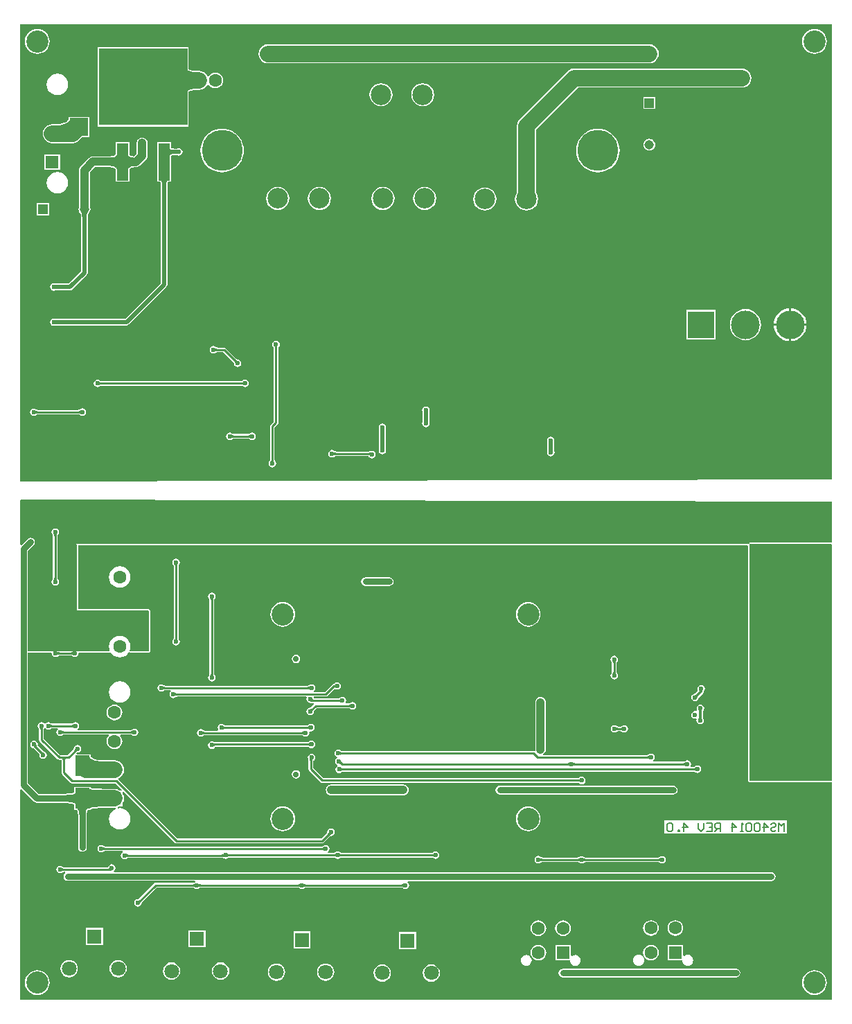
<source format=gbl>
G04*
G04 #@! TF.GenerationSoftware,Altium Limited,Altium Designer,19.1.7 (138)*
G04*
G04 Layer_Physical_Order=2*
G04 Layer_Color=16711680*
%FSLAX25Y25*%
%MOIN*%
G70*
G01*
G75*
%ADD10C,0.01968*%
%ADD11C,0.01000*%
%ADD16C,0.00591*%
%ADD41R,0.05315X0.18110*%
%ADD42R,0.42520X0.37008*%
%ADD155C,0.03937*%
%ADD157C,0.07874*%
%ADD158C,0.02953*%
%ADD162C,0.01339*%
%ADD164C,0.06299*%
%ADD165R,0.06299X0.06299*%
%ADD166R,0.06299X0.06299*%
%ADD167R,0.07087X0.07087*%
%ADD168C,0.07087*%
%ADD169C,0.19685*%
%ADD170R,0.04500X0.04500*%
%ADD171C,0.04500*%
%ADD172C,0.09843*%
%ADD173C,0.13780*%
%ADD174R,0.12992X0.12992*%
%ADD175C,0.02756*%
%ADD176R,0.04500X0.04500*%
%ADD177C,0.10630*%
%ADD178C,0.02362*%
%ADD179C,0.04724*%
%ADD180R,0.08898X0.08504*%
%ADD181R,0.06693X0.09843*%
%ADD182C,0.13780*%
G36*
X392070Y173224D02*
X1985Y172249D01*
X1631Y172602D01*
Y392070D01*
X392070D01*
Y173224D01*
D02*
G37*
G36*
Y162332D02*
Y142717D01*
X352638D01*
Y142110D01*
X391716Y142116D01*
X392070Y141762D01*
Y28215D01*
X352638D01*
Y142110D01*
X28513Y142067D01*
X28936Y141645D01*
Y110236D01*
X63041Y110258D01*
X63495Y109803D01*
Y90551D01*
X54550D01*
X54273Y90967D01*
X54445Y91382D01*
X54621Y92721D01*
X54445Y94059D01*
X53928Y95306D01*
X53106Y96377D01*
X52035Y97199D01*
X50788Y97716D01*
X49449Y97892D01*
X48110Y97716D01*
X46863Y97199D01*
X45792Y96377D01*
X44970Y95306D01*
X44453Y94059D01*
X44277Y92721D01*
X44453Y91382D01*
X44625Y90967D01*
X44348Y90551D01*
X5367Y90551D01*
Y138830D01*
X8062Y141524D01*
X8521Y142211D01*
X8682Y143021D01*
X8521Y143831D01*
X8062Y144518D01*
X7375Y144977D01*
X6565Y145138D01*
X5755Y144977D01*
X5068Y144518D01*
X2131Y141582D01*
X1631Y141789D01*
Y163186D01*
X1985Y163539D01*
X392070Y162332D01*
D02*
G37*
G36*
X351988Y141107D02*
Y28215D01*
X352179Y27756D01*
X352638Y27565D01*
X392070D01*
Y-77109D01*
X1631D01*
Y23940D01*
X2131Y24147D01*
X8090Y18188D01*
X8777Y17729D01*
X9588Y17568D01*
X19946D01*
X19966Y17559D01*
X21381Y17546D01*
X23832Y17443D01*
X25782Y17238D01*
X26551Y17102D01*
X27192Y16944D01*
X27497Y16838D01*
X27516Y16664D01*
X27550Y16602D01*
Y14164D01*
X28435D01*
X28475Y14142D01*
X28679Y14120D01*
X28781Y14084D01*
X28871Y14024D01*
X28967Y13920D01*
X29069Y13753D01*
X29167Y13513D01*
X29251Y13197D01*
X29316Y12809D01*
X29356Y12349D01*
X29370Y11806D01*
X29379Y11787D01*
Y-3870D01*
X29540Y-4680D01*
X29999Y-5367D01*
X30686Y-5825D01*
X31496Y-5987D01*
X32306Y-5825D01*
X32993Y-5367D01*
X33452Y-4680D01*
X33613Y-3870D01*
Y11787D01*
X33622Y11806D01*
X33636Y12349D01*
X33676Y12809D01*
X33741Y13197D01*
X33825Y13513D01*
X33923Y13753D01*
X34025Y13920D01*
X34121Y14024D01*
X34211Y14084D01*
X34313Y14120D01*
X34517Y14142D01*
X34557Y14164D01*
X34740D01*
X34830Y14126D01*
X34921Y14164D01*
X35443D01*
Y14541D01*
X35449Y14546D01*
X35725Y14648D01*
X36185Y14753D01*
X41232Y15089D01*
X42709Y15099D01*
X42733Y15109D01*
X46969D01*
X47685Y15203D01*
X47816Y14716D01*
X46863Y14321D01*
X45792Y13499D01*
X44970Y12428D01*
X44453Y11181D01*
X44277Y9843D01*
X44453Y8504D01*
X44970Y7257D01*
X45792Y6185D01*
X46863Y5364D01*
X48110Y4847D01*
X49449Y4671D01*
X50788Y4847D01*
X52035Y5364D01*
X53106Y6185D01*
X53928Y7257D01*
X54445Y8504D01*
X54621Y9843D01*
X54445Y11181D01*
X53928Y12428D01*
X53106Y13499D01*
X52035Y14321D01*
X50788Y14838D01*
X49449Y15014D01*
X48578Y14900D01*
X48448Y15387D01*
X49257Y15722D01*
X49535Y15935D01*
X50718D01*
Y17119D01*
X50932Y17397D01*
X51389Y18501D01*
X51545Y19685D01*
X51389Y20869D01*
X50932Y21973D01*
X50718Y22251D01*
Y22956D01*
X51218Y23163D01*
X75962Y-1580D01*
X75962Y-1581D01*
X76326Y-1824D01*
X76755Y-1909D01*
X76755Y-1909D01*
X146899D01*
X146899Y-1909D01*
X147328Y-1824D01*
X147692Y-1581D01*
X150593Y1321D01*
X150656Y1345D01*
X150730Y1414D01*
X150787Y1462D01*
X150840Y1501D01*
X150888Y1532D01*
X150932Y1556D01*
X150971Y1572D01*
X151006Y1584D01*
X151037Y1591D01*
X151067Y1595D01*
X151127Y1598D01*
X151190Y1627D01*
X151809Y1750D01*
X152398Y2144D01*
X152791Y2733D01*
X152930Y3428D01*
X152791Y4123D01*
X152398Y4712D01*
X151809Y5105D01*
X151114Y5244D01*
X150419Y5105D01*
X149829Y4712D01*
X149436Y4123D01*
X149313Y3504D01*
X149284Y3441D01*
X149281Y3380D01*
X149277Y3351D01*
X149270Y3320D01*
X149258Y3285D01*
X149242Y3246D01*
X149218Y3202D01*
X149188Y3153D01*
X149148Y3101D01*
X149100Y3043D01*
X149031Y2970D01*
X149007Y2907D01*
X146434Y334D01*
X77219D01*
X48788Y28766D01*
X48785Y29053D01*
X48863Y29338D01*
X49257Y29501D01*
X50205Y30229D01*
X50932Y31176D01*
X51389Y32280D01*
X51545Y33465D01*
X51389Y34649D01*
X50932Y35753D01*
X50205Y36700D01*
X49257Y37428D01*
X48153Y37885D01*
X46969Y38041D01*
X42740D01*
X42717Y38051D01*
X41236Y38080D01*
X39931Y38166D01*
X38793Y38308D01*
X37824Y38502D01*
X37030Y38745D01*
X36413Y39027D01*
X35972Y39332D01*
X35693Y39646D01*
X35539Y39972D01*
X35474Y40433D01*
X35443Y40486D01*
Y40954D01*
X34921D01*
X34830Y40992D01*
X34786Y40973D01*
X34740Y40985D01*
X34687Y40954D01*
X28759D01*
X28741Y40996D01*
X28676Y41486D01*
X28750Y41556D01*
X28807Y41604D01*
X28860Y41643D01*
X28908Y41674D01*
X28952Y41697D01*
X28991Y41714D01*
X29026Y41725D01*
X29057Y41733D01*
X29087Y41737D01*
X29147Y41739D01*
X29210Y41768D01*
X29829Y41891D01*
X30418Y42285D01*
X30812Y42874D01*
X30950Y43569D01*
X30812Y44264D01*
X30418Y44853D01*
X29829Y45247D01*
X29134Y45385D01*
X28439Y45247D01*
X27850Y44853D01*
X27456Y44264D01*
X27333Y43645D01*
X27304Y43582D01*
X27301Y43522D01*
X27298Y43492D01*
X27290Y43461D01*
X27279Y43426D01*
X27262Y43387D01*
X27239Y43343D01*
X27208Y43295D01*
X27169Y43242D01*
X27121Y43185D01*
X27051Y43111D01*
X27027Y43048D01*
X24471Y40492D01*
X22743D01*
X22720Y40507D01*
X22643Y40492D01*
X22543D01*
X22466Y40507D01*
X22443Y40492D01*
X20898D01*
X12933Y48457D01*
Y52768D01*
X12960Y52829D01*
X12963Y52931D01*
X12969Y53005D01*
X12979Y53070D01*
X12992Y53126D01*
X13006Y53174D01*
X13022Y53213D01*
X13038Y53246D01*
X13055Y53273D01*
X13073Y53297D01*
X13114Y53341D01*
X13138Y53407D01*
X13187Y53479D01*
X13687D01*
X13779Y53342D01*
X14368Y52948D01*
X15063Y52810D01*
X15758Y52948D01*
X16282Y53298D01*
X16348Y53323D01*
X16392Y53364D01*
X16416Y53382D01*
X16443Y53399D01*
X16476Y53415D01*
X16515Y53431D01*
X16563Y53445D01*
X16619Y53458D01*
X16684Y53468D01*
X16758Y53474D01*
X16859Y53477D01*
X16921Y53504D01*
X19649D01*
X19801Y53004D01*
X19461Y52777D01*
X19068Y52188D01*
X18929Y51493D01*
X19068Y50798D01*
X19461Y50209D01*
X20050Y49816D01*
X20745Y49677D01*
X21440Y49816D01*
X21965Y50166D01*
X22030Y50191D01*
X22074Y50231D01*
X22098Y50249D01*
X22126Y50266D01*
X22158Y50283D01*
X22198Y50299D01*
X22245Y50313D01*
X22301Y50326D01*
X22366Y50335D01*
X22441Y50342D01*
X22542Y50345D01*
X22604Y50372D01*
X44140D01*
X44181Y50252D01*
X44259Y49872D01*
X43694Y49135D01*
X43316Y48223D01*
X43187Y47244D01*
X43316Y46265D01*
X43694Y45353D01*
X44295Y44570D01*
X45078Y43969D01*
X45990Y43591D01*
X46969Y43462D01*
X47948Y43591D01*
X48860Y43969D01*
X49643Y44570D01*
X50244Y45353D01*
X50622Y46265D01*
X50751Y47244D01*
X50622Y48223D01*
X50244Y49135D01*
X49678Y49872D01*
X49756Y50252D01*
X49797Y50372D01*
X54812D01*
X54874Y50345D01*
X54975Y50342D01*
X55050Y50335D01*
X55115Y50326D01*
X55171Y50313D01*
X55218Y50299D01*
X55258Y50283D01*
X55291Y50266D01*
X55318Y50249D01*
X55342Y50231D01*
X55386Y50191D01*
X55452Y50166D01*
X55976Y49816D01*
X56671Y49678D01*
X57366Y49816D01*
X57955Y50209D01*
X58349Y50799D01*
X58487Y51494D01*
X58349Y52189D01*
X57955Y52778D01*
X57366Y53171D01*
X56671Y53310D01*
X55976Y53171D01*
X55452Y52821D01*
X55386Y52797D01*
X55342Y52756D01*
X55318Y52738D01*
X55291Y52721D01*
X55258Y52705D01*
X55218Y52689D01*
X55171Y52674D01*
X55115Y52662D01*
X55050Y52652D01*
X54975Y52646D01*
X54874Y52643D01*
X54812Y52615D01*
X29246D01*
X29095Y53115D01*
X29434Y53342D01*
X29827Y53931D01*
X29966Y54626D01*
X29827Y55321D01*
X29434Y55910D01*
X28844Y56304D01*
X28150Y56442D01*
X27455Y56304D01*
X26930Y55953D01*
X26865Y55929D01*
X26821Y55888D01*
X26797Y55870D01*
X26770Y55853D01*
X26737Y55837D01*
X26697Y55821D01*
X26650Y55807D01*
X26594Y55794D01*
X26529Y55784D01*
X26454Y55778D01*
X26353Y55775D01*
X26291Y55747D01*
X16921D01*
X16859Y55775D01*
X16758Y55778D01*
X16684Y55784D01*
X16619Y55794D01*
X16563Y55807D01*
X16515Y55821D01*
X16476Y55837D01*
X16443Y55853D01*
X16416Y55870D01*
X16392Y55888D01*
X16348Y55929D01*
X16282Y55953D01*
X15758Y56304D01*
X15063Y56442D01*
X14368Y56304D01*
X13779Y55910D01*
X13687Y55773D01*
X13187D01*
X13095Y55910D01*
X12506Y56304D01*
X11811Y56442D01*
X11116Y56304D01*
X10527Y55910D01*
X10133Y55321D01*
X9995Y54626D01*
X10133Y53931D01*
X10484Y53407D01*
X10508Y53341D01*
X10549Y53297D01*
X10567Y53273D01*
X10584Y53246D01*
X10600Y53213D01*
X10616Y53174D01*
X10630Y53126D01*
X10643Y53070D01*
X10653Y53005D01*
X10659Y52931D01*
X10662Y52829D01*
X10689Y52768D01*
Y47992D01*
X10689Y47992D01*
X10775Y47563D01*
X11018Y47199D01*
X19640Y38577D01*
X19640Y38577D01*
X20004Y38334D01*
X20433Y38249D01*
X20433Y38249D01*
X20943D01*
X20966Y38233D01*
X20986Y38237D01*
X21435Y37993D01*
X21436Y37986D01*
X21444Y37836D01*
X21471Y37779D01*
Y32101D01*
X21471Y32101D01*
X21557Y31672D01*
X21800Y31308D01*
X25864Y27243D01*
X25864Y27243D01*
X26228Y27000D01*
X26657Y26915D01*
X26657Y26915D01*
X47466D01*
X50447Y23935D01*
X50240Y23435D01*
X49535D01*
X49257Y23648D01*
X48153Y24105D01*
X46969Y24261D01*
X42742D01*
X42719Y24271D01*
X38722Y24358D01*
X36874Y24510D01*
X36211Y24611D01*
X35725Y24722D01*
X35449Y24824D01*
X35443Y24829D01*
Y25206D01*
X34921D01*
X34830Y25244D01*
X34740Y25206D01*
X27550D01*
Y22768D01*
X27516Y22706D01*
X27497Y22532D01*
X27192Y22426D01*
X26551Y22268D01*
X25793Y22134D01*
X21371Y21824D01*
X19966Y21811D01*
X19946Y21802D01*
X10464D01*
X5367Y26899D01*
Y89902D01*
X16601D01*
X16873Y89571D01*
X17011Y88876D01*
X17405Y88287D01*
X17994Y87893D01*
X18689Y87755D01*
X19384Y87893D01*
X19908Y88243D01*
X19974Y88268D01*
X20018Y88309D01*
X20041Y88327D01*
X20069Y88344D01*
X20102Y88360D01*
X20141Y88376D01*
X20188Y88390D01*
X20244Y88403D01*
X20310Y88412D01*
X20384Y88419D01*
X20485Y88422D01*
X20547Y88449D01*
X25961D01*
X26023Y88422D01*
X26124Y88419D01*
X26199Y88412D01*
X26264Y88403D01*
X26320Y88390D01*
X26367Y88376D01*
X26407Y88360D01*
X26440Y88344D01*
X26467Y88327D01*
X26491Y88309D01*
X26535Y88268D01*
X26601Y88243D01*
X27125Y87893D01*
X27820Y87755D01*
X28515Y87893D01*
X29104Y88287D01*
X29497Y88876D01*
X29636Y89571D01*
X29907Y89902D01*
X44348D01*
X44409Y89927D01*
X44474Y89914D01*
X44512Y89939D01*
X44832Y90076D01*
X45201Y89833D01*
X45792Y89063D01*
X46863Y88241D01*
X48110Y87725D01*
X49449Y87549D01*
X50788Y87725D01*
X52035Y88241D01*
X53106Y89063D01*
X53697Y89833D01*
X54066Y90076D01*
X54386Y89939D01*
X54424Y89914D01*
X54489Y89927D01*
X54550Y89902D01*
X63495D01*
X63955Y90092D01*
X64145Y90551D01*
Y109803D01*
X64145Y109803D01*
X64145Y109804D01*
X64052Y110028D01*
X63955Y110263D01*
X63955Y110263D01*
X63955Y110263D01*
X63500Y110717D01*
X63500Y110717D01*
X63500Y110717D01*
X63267Y110814D01*
X63041Y110907D01*
X63041Y110907D01*
X63040Y110907D01*
X29939Y110886D01*
X29585Y111240D01*
Y141418D01*
X351635Y141461D01*
X351988Y141107D01*
D02*
G37*
G36*
X26976Y88744D02*
X26909Y88806D01*
X26836Y88862D01*
X26757Y88911D01*
X26673Y88953D01*
X26582Y88989D01*
X26486Y89019D01*
X26383Y89041D01*
X26275Y89058D01*
X26161Y89068D01*
X26041Y89071D01*
Y90071D01*
X26161Y90074D01*
X26275Y90084D01*
X26383Y90100D01*
X26486Y90123D01*
X26582Y90153D01*
X26673Y90188D01*
X26757Y90231D01*
X26836Y90280D01*
X26909Y90336D01*
X26976Y90398D01*
Y88744D01*
D02*
G37*
G36*
X19599Y90336D02*
X19672Y90280D01*
X19751Y90231D01*
X19836Y90188D01*
X19926Y90153D01*
X20023Y90123D01*
X20125Y90100D01*
X20233Y90084D01*
X20347Y90074D01*
X20468Y90071D01*
Y89071D01*
X20347Y89068D01*
X20233Y89058D01*
X20125Y89041D01*
X20023Y89019D01*
X19926Y88989D01*
X19836Y88953D01*
X19751Y88911D01*
X19672Y88862D01*
X19599Y88806D01*
X19532Y88744D01*
Y90398D01*
X19599Y90336D01*
D02*
G37*
G36*
X27306Y53799D02*
X27239Y53861D01*
X27166Y53917D01*
X27087Y53966D01*
X27003Y54008D01*
X26912Y54044D01*
X26816Y54074D01*
X26713Y54097D01*
X26605Y54113D01*
X26491Y54123D01*
X26371Y54126D01*
Y55126D01*
X26491Y55129D01*
X26605Y55139D01*
X26713Y55155D01*
X26816Y55178D01*
X26912Y55208D01*
X27003Y55244D01*
X27087Y55286D01*
X27166Y55335D01*
X27239Y55391D01*
X27306Y55453D01*
Y53799D01*
D02*
G37*
G36*
X15973Y55391D02*
X16046Y55335D01*
X16125Y55286D01*
X16210Y55244D01*
X16300Y55208D01*
X16397Y55178D01*
X16499Y55155D01*
X16608Y55139D01*
X16722Y55129D01*
X16842Y55126D01*
Y54126D01*
X16722Y54123D01*
X16608Y54113D01*
X16499Y54097D01*
X16397Y54074D01*
X16300Y54044D01*
X16210Y54008D01*
X16125Y53966D01*
X16046Y53917D01*
X15973Y53861D01*
X15906Y53799D01*
Y55453D01*
X15973Y55391D01*
D02*
G37*
G36*
X12576Y53715D02*
X12520Y53642D01*
X12471Y53564D01*
X12429Y53479D01*
X12393Y53389D01*
X12363Y53292D01*
X12340Y53190D01*
X12324Y53081D01*
X12314Y52967D01*
X12311Y52847D01*
X11311D01*
X11308Y52967D01*
X11298Y53081D01*
X11282Y53190D01*
X11259Y53292D01*
X11229Y53389D01*
X11193Y53479D01*
X11151Y53564D01*
X11102Y53642D01*
X11046Y53715D01*
X10984Y53782D01*
X12638D01*
X12576Y53715D01*
D02*
G37*
G36*
X55827Y50667D02*
X55760Y50729D01*
X55687Y50784D01*
X55608Y50833D01*
X55524Y50876D01*
X55433Y50912D01*
X55337Y50941D01*
X55234Y50964D01*
X55126Y50981D01*
X55012Y50990D01*
X54892Y50994D01*
X54892Y51994D01*
X55012Y51997D01*
X55126Y52007D01*
X55234Y52023D01*
X55337Y52046D01*
X55433Y52075D01*
X55524Y52111D01*
X55609Y52154D01*
X55687Y52203D01*
X55760Y52258D01*
X55827Y52320D01*
X55827Y50667D01*
D02*
G37*
G36*
X21656Y52258D02*
X21729Y52203D01*
X21807Y52154D01*
X21892Y52111D01*
X21983Y52075D01*
X22079Y52046D01*
X22181Y52023D01*
X22290Y52007D01*
X22404Y51997D01*
X22524Y51994D01*
X22524Y50994D01*
X22404Y50990D01*
X22290Y50981D01*
X22182Y50964D01*
X22079Y50941D01*
X21983Y50912D01*
X21892Y50876D01*
X21808Y50833D01*
X21729Y50784D01*
X21656Y50729D01*
X21589Y50667D01*
X21588Y52320D01*
X21656Y52258D01*
D02*
G37*
G36*
X29122Y42388D02*
X29031Y42384D01*
X28940Y42372D01*
X28850Y42351D01*
X28760Y42321D01*
X28670Y42283D01*
X28581Y42235D01*
X28493Y42179D01*
X28405Y42114D01*
X28317Y42040D01*
X28230Y41958D01*
X27523Y42665D01*
X27605Y42752D01*
X27679Y42840D01*
X27744Y42928D01*
X27800Y43016D01*
X27847Y43105D01*
X27886Y43195D01*
X27916Y43285D01*
X27937Y43375D01*
X27949Y43466D01*
X27953Y43557D01*
X29122Y42388D01*
D02*
G37*
G36*
X24093Y38870D02*
X23903Y38860D01*
X23733Y38830D01*
X23583Y38780D01*
X23453Y38710D01*
X23343Y38620D01*
X23253Y38510D01*
X23183Y38380D01*
X23133Y38230D01*
X23103Y38060D01*
X23093Y37870D01*
X22093D01*
X22083Y38060D01*
X22053Y38230D01*
X22003Y38380D01*
X21933Y38510D01*
X21843Y38620D01*
X21733Y38710D01*
X21603Y38780D01*
X21453Y38830D01*
X21283Y38860D01*
X21093Y38870D01*
X22593Y39870D01*
X24093Y38870D01*
D02*
G37*
G36*
X34909Y39783D02*
X35146Y39284D01*
X35539Y38842D01*
X36090Y38460D01*
X36799Y38137D01*
X37665Y37872D01*
X38689Y37666D01*
X39870Y37519D01*
X41208Y37431D01*
X42704Y37402D01*
Y29528D01*
X34830Y30524D01*
Y40342D01*
X34909Y39783D01*
D02*
G37*
G36*
X28162Y22107D02*
X28390Y22222D01*
X28714Y22471D01*
Y16899D01*
X28390Y17148D01*
X28162Y17262D01*
Y16732D01*
X28132Y17013D01*
X28043Y17264D01*
X27986Y17350D01*
X27945Y17371D01*
X27377Y17567D01*
X26686Y17737D01*
X25873Y17881D01*
X23880Y18091D01*
X21397Y18195D01*
X19972Y18209D01*
Y21161D01*
X21397Y21174D01*
X25873Y21489D01*
X26686Y21633D01*
X27377Y21803D01*
X27945Y21999D01*
X27986Y22020D01*
X28043Y22106D01*
X28132Y22357D01*
X28162Y22638D01*
Y22107D01*
D02*
G37*
G36*
X34909Y24409D02*
X35146Y24244D01*
X35539Y24098D01*
X36090Y23972D01*
X36799Y23865D01*
X38689Y23709D01*
X42704Y23622D01*
Y15748D01*
X41208Y15738D01*
X36090Y15398D01*
X35539Y15272D01*
X35146Y15126D01*
X34909Y14961D01*
X34830Y14776D01*
Y24594D01*
X34909Y24409D01*
D02*
G37*
G36*
X34168Y14758D02*
X33917Y14669D01*
X33696Y14521D01*
X33504Y14313D01*
X33342Y14047D01*
X33209Y13720D01*
X33105Y13335D01*
X33031Y12890D01*
X32987Y12386D01*
X32972Y11823D01*
X30020D01*
X30005Y12386D01*
X29961Y12890D01*
X29887Y13335D01*
X29783Y13720D01*
X29651Y14047D01*
X29488Y14313D01*
X29296Y14521D01*
X29075Y14669D01*
X28824Y14758D01*
X28543Y14788D01*
X34449D01*
X34168Y14758D01*
D02*
G37*
G36*
X151102Y2246D02*
X151011Y2243D01*
X150920Y2231D01*
X150829Y2210D01*
X150739Y2180D01*
X150650Y2141D01*
X150561Y2094D01*
X150472Y2038D01*
X150384Y1973D01*
X150297Y1899D01*
X150209Y1816D01*
X149502Y2523D01*
X149585Y2611D01*
X149659Y2698D01*
X149724Y2786D01*
X149780Y2875D01*
X149827Y2964D01*
X149866Y3053D01*
X149896Y3143D01*
X149917Y3234D01*
X149929Y3325D01*
X149933Y3416D01*
X151102Y2246D01*
D02*
G37*
%LPC*%
G36*
X383858Y389802D02*
X382699Y389688D01*
X381584Y389349D01*
X380556Y388800D01*
X379656Y388061D01*
X378916Y387160D01*
X378367Y386133D01*
X378029Y385018D01*
X377915Y383858D01*
X378029Y382699D01*
X378367Y381584D01*
X378916Y380556D01*
X379656Y379656D01*
X380556Y378916D01*
X381584Y378367D01*
X382699Y378029D01*
X383858Y377915D01*
X385018Y378029D01*
X386133Y378367D01*
X387160Y378916D01*
X388061Y379656D01*
X388800Y380556D01*
X389349Y381584D01*
X389688Y382699D01*
X389802Y383858D01*
X389688Y385018D01*
X389349Y386133D01*
X388800Y387160D01*
X388061Y388061D01*
X387160Y388800D01*
X386133Y389349D01*
X385018Y389688D01*
X383858Y389802D01*
D02*
G37*
G36*
X9843D02*
X8683Y389688D01*
X7568Y389349D01*
X6540Y388800D01*
X5640Y388061D01*
X4901Y387160D01*
X4351Y386133D01*
X4013Y385018D01*
X3899Y383858D01*
X4013Y382699D01*
X4351Y381584D01*
X4901Y380556D01*
X5640Y379656D01*
X6540Y378916D01*
X7568Y378367D01*
X8683Y378029D01*
X9843Y377915D01*
X11002Y378029D01*
X12117Y378367D01*
X13145Y378916D01*
X14045Y379656D01*
X14784Y380556D01*
X15334Y381584D01*
X15672Y382699D01*
X15786Y383858D01*
X15672Y385018D01*
X15334Y386133D01*
X14784Y387160D01*
X14045Y388061D01*
X13145Y388800D01*
X12117Y389349D01*
X11002Y389688D01*
X9843Y389802D01*
D02*
G37*
G36*
X304331Y382529D02*
X120866D01*
X119682Y382373D01*
X118578Y381916D01*
X117630Y381189D01*
X116903Y380241D01*
X116446Y379137D01*
X116290Y377953D01*
X116446Y376768D01*
X116903Y375665D01*
X117630Y374717D01*
X118578Y373990D01*
X119682Y373533D01*
X120866Y373377D01*
X304331D01*
X305515Y373533D01*
X306619Y373990D01*
X307566Y374717D01*
X308294Y375665D01*
X308751Y376768D01*
X308907Y377953D01*
X308751Y379137D01*
X308294Y380241D01*
X307566Y381189D01*
X306619Y381916D01*
X305515Y382373D01*
X304331Y382529D01*
D02*
G37*
G36*
X82647Y381112D02*
X38928D01*
Y342904D01*
X82647D01*
Y359455D01*
X82662Y359479D01*
X82697Y359670D01*
X82750Y359757D01*
X82898Y359887D01*
X83180Y360040D01*
X83602Y360190D01*
X84156Y360323D01*
X84829Y360428D01*
X86568Y360555D01*
X87608Y360571D01*
X87647Y360588D01*
X88783Y360737D01*
X89886Y361194D01*
X90834Y361922D01*
X91562Y362869D01*
X91722Y363256D01*
X92243Y363207D01*
X92798Y362483D01*
X93581Y361882D01*
X94494Y361504D01*
X95472Y361375D01*
X96451Y361504D01*
X97363Y361882D01*
X98147Y362483D01*
X98748Y363266D01*
X99125Y364179D01*
X99254Y365158D01*
X99125Y366136D01*
X98748Y367049D01*
X98147Y367832D01*
X97363Y368433D01*
X96451Y368811D01*
X95472Y368939D01*
X94494Y368811D01*
X93581Y368433D01*
X92798Y367832D01*
X92243Y367108D01*
X91722Y367059D01*
X91562Y367446D01*
X90834Y368393D01*
X89886Y369121D01*
X88783Y369578D01*
X87659Y369726D01*
X87619Y369744D01*
X85633Y369808D01*
X84837Y369885D01*
X84156Y369992D01*
X83602Y370125D01*
X83180Y370275D01*
X82898Y370428D01*
X82750Y370558D01*
X82697Y370645D01*
X82662Y370836D01*
X82647Y370860D01*
Y381112D01*
D02*
G37*
G36*
X19512Y368361D02*
X18173Y368184D01*
X16926Y367668D01*
X15855Y366846D01*
X15033Y365775D01*
X14516Y364528D01*
X14340Y363189D01*
X14516Y361850D01*
X15033Y360603D01*
X15855Y359532D01*
X16926Y358710D01*
X18173Y358193D01*
X19512Y358017D01*
X20850Y358193D01*
X22098Y358710D01*
X23169Y359532D01*
X23991Y360603D01*
X24507Y361850D01*
X24684Y363189D01*
X24507Y364528D01*
X23991Y365775D01*
X23169Y366846D01*
X22098Y367668D01*
X20850Y368184D01*
X19512Y368361D01*
D02*
G37*
G36*
X195276Y363837D02*
X193834Y363647D01*
X192491Y363090D01*
X191338Y362206D01*
X190453Y361052D01*
X189897Y359709D01*
X189707Y358268D01*
X189897Y356826D01*
X190453Y355483D01*
X191338Y354330D01*
X192491Y353445D01*
X193834Y352889D01*
X195276Y352699D01*
X196717Y352889D01*
X198060Y353445D01*
X199213Y354330D01*
X200098Y355483D01*
X200655Y356826D01*
X200845Y358268D01*
X200655Y359709D01*
X200098Y361052D01*
X199213Y362206D01*
X198060Y363090D01*
X196717Y363647D01*
X195276Y363837D01*
D02*
G37*
G36*
X175197D02*
X173756Y363647D01*
X172412Y363090D01*
X171259Y362206D01*
X170374Y361052D01*
X169818Y359709D01*
X169628Y358268D01*
X169818Y356826D01*
X170374Y355483D01*
X171259Y354330D01*
X172412Y353445D01*
X173756Y352889D01*
X175197Y352699D01*
X176638Y352889D01*
X177981Y353445D01*
X179135Y354330D01*
X180020Y355483D01*
X180576Y356826D01*
X180766Y358268D01*
X180576Y359709D01*
X180020Y361052D01*
X179135Y362206D01*
X177981Y363090D01*
X176638Y363647D01*
X175197Y363837D01*
D02*
G37*
G36*
X307181Y357057D02*
X301481D01*
Y351357D01*
X307181D01*
Y357057D01*
D02*
G37*
G36*
X25484Y347604D02*
X25394Y347567D01*
X24872D01*
Y347090D01*
X24840Y347032D01*
X24771Y346462D01*
X24600Y346036D01*
X24306Y345650D01*
X23863Y345289D01*
X23252Y344962D01*
X22465Y344680D01*
X21505Y344453D01*
X20373Y344288D01*
X19074Y344187D01*
X17595Y344153D01*
X17572Y344143D01*
X17031D01*
X15847Y343987D01*
X14743Y343530D01*
X13796Y342803D01*
X13068Y341855D01*
X12611Y340751D01*
X12455Y339567D01*
X12611Y338383D01*
X13068Y337279D01*
X13796Y336331D01*
X14743Y335604D01*
X15847Y335147D01*
X17031Y334991D01*
X17586D01*
X17610Y334981D01*
X17635Y334991D01*
X26774D01*
X27958Y335147D01*
X29062Y335604D01*
X30009Y336331D01*
X31541Y337863D01*
X34970D01*
Y347567D01*
X25620D01*
X25562Y347599D01*
X25522Y347588D01*
X25484Y347604D01*
D02*
G37*
G36*
X304331Y337082D02*
X303587Y336984D01*
X302893Y336697D01*
X302298Y336240D01*
X301841Y335645D01*
X301554Y334951D01*
X301456Y334207D01*
X301554Y333463D01*
X301841Y332770D01*
X302298Y332175D01*
X302893Y331718D01*
X303587Y331431D01*
X304331Y331333D01*
X305075Y331431D01*
X305768Y331718D01*
X306363Y332175D01*
X306820Y332770D01*
X307107Y333463D01*
X307205Y334207D01*
X307107Y334951D01*
X306820Y335645D01*
X306363Y336240D01*
X305768Y336697D01*
X305075Y336984D01*
X304331Y337082D01*
D02*
G37*
G36*
X74045Y335639D02*
X67530D01*
Y316329D01*
X68767D01*
X68830Y316295D01*
X68941Y316284D01*
X68959Y316277D01*
X68976Y316266D01*
X69007Y316232D01*
X69055Y316155D01*
X69108Y316024D01*
X69158Y315838D01*
X69198Y315599D01*
X69223Y315310D01*
X69233Y314955D01*
X69251Y314915D01*
Y267643D01*
X52042Y250434D01*
X18505D01*
X18411Y250496D01*
X17716Y250634D01*
X17021Y250496D01*
X16432Y250102D01*
X16038Y249513D01*
X15900Y248818D01*
X16038Y248124D01*
X16432Y247534D01*
X17021Y247141D01*
X17716Y247002D01*
X18411Y247141D01*
X18505Y247203D01*
X52711D01*
X53329Y247326D01*
X53853Y247676D01*
X72008Y265831D01*
X72359Y266356D01*
X72481Y266974D01*
Y314915D01*
X72500Y314955D01*
X72509Y315310D01*
X72535Y315599D01*
X72574Y315838D01*
X72624Y316024D01*
X72678Y316155D01*
X72725Y316232D01*
X72757Y316266D01*
X72773Y316277D01*
X72792Y316284D01*
X72903Y316295D01*
X72965Y316329D01*
X74045D01*
Y328631D01*
X74067Y328671D01*
X74078Y328782D01*
X74085Y328800D01*
X74096Y328816D01*
X74130Y328848D01*
X74209Y328896D01*
X74341Y328949D01*
X74529Y329000D01*
X74770Y329040D01*
X75062Y329065D01*
X75418Y329075D01*
X75459Y329093D01*
X77164D01*
X77257Y329030D01*
X77952Y328892D01*
X78647Y329030D01*
X79237Y329424D01*
X79630Y330013D01*
X79768Y330708D01*
X79630Y331403D01*
X79237Y331992D01*
X78647Y332386D01*
X77952Y332524D01*
X77257Y332386D01*
X77164Y332323D01*
X75459D01*
X75418Y332342D01*
X75062Y332351D01*
X74770Y332376D01*
X74529Y332416D01*
X74341Y332467D01*
X74209Y332520D01*
X74130Y332568D01*
X74096Y332600D01*
X74085Y332616D01*
X74078Y332634D01*
X74067Y332745D01*
X74045Y332785D01*
Y335639D01*
D02*
G37*
G36*
X60251Y337635D02*
X59581Y337546D01*
X58956Y337287D01*
X58420Y336876D01*
X58008Y336339D01*
X57749Y335714D01*
X57661Y335044D01*
Y329985D01*
X56322Y328646D01*
X55999Y328675D01*
X55469Y328762D01*
X55031Y328878D01*
X54687Y329016D01*
X54436Y329168D01*
X54267Y329322D01*
X54161Y329479D01*
X54097Y329656D01*
X54067Y329944D01*
X54045Y329984D01*
Y335639D01*
X47530D01*
Y330039D01*
X47508Y329999D01*
X47477Y329701D01*
X47411Y329515D01*
X47301Y329351D01*
X47129Y329191D01*
X46873Y329036D01*
X46525Y328894D01*
X46081Y328775D01*
X45545Y328686D01*
X44918Y328630D01*
X44188Y328611D01*
X44127Y328584D01*
X36584D01*
X35914Y328496D01*
X35289Y328237D01*
X34752Y327825D01*
X30686Y323760D01*
X30275Y323223D01*
X30016Y322598D01*
X29928Y321928D01*
Y304343D01*
X29742Y303894D01*
X29644Y303150D01*
X29742Y302406D01*
X30029Y301712D01*
X30437Y301180D01*
X30465Y301103D01*
X30555Y301005D01*
X30617Y300923D01*
X30673Y300830D01*
X30713Y300748D01*
X30880Y298219D01*
X30885Y297504D01*
X30903Y297461D01*
Y273314D01*
X24951Y267363D01*
X18505D01*
X18411Y267425D01*
X17716Y267564D01*
X17021Y267425D01*
X16432Y267032D01*
X16038Y266442D01*
X15900Y265747D01*
X16038Y265053D01*
X16432Y264463D01*
X17021Y264070D01*
X17716Y263931D01*
X18411Y264070D01*
X18505Y264132D01*
X25620D01*
X26239Y264255D01*
X26763Y264605D01*
X33660Y271503D01*
X34010Y272027D01*
X34133Y272645D01*
Y297461D01*
X34152Y297504D01*
X34156Y298229D01*
X34216Y299990D01*
X34278Y300636D01*
X34312Y300724D01*
X34363Y300830D01*
X34419Y300923D01*
X34481Y301005D01*
X34571Y301103D01*
X34599Y301180D01*
X35008Y301712D01*
X35295Y302406D01*
X35393Y303150D01*
X35295Y303894D01*
X35109Y304343D01*
Y320855D01*
X37657Y323403D01*
X44127D01*
X44188Y323376D01*
X44918Y323357D01*
X45545Y323302D01*
X46081Y323213D01*
X46525Y323093D01*
X46873Y322951D01*
X47129Y322796D01*
X47301Y322636D01*
X47411Y322472D01*
X47477Y322286D01*
X47508Y321988D01*
X47530Y321948D01*
Y316329D01*
X54045D01*
Y321985D01*
X54067Y322024D01*
X54097Y322313D01*
X54161Y322489D01*
X54267Y322646D01*
X54436Y322801D01*
X54687Y322952D01*
X55031Y323091D01*
X55469Y323207D01*
X55999Y323294D01*
X56619Y323348D01*
X57340Y323366D01*
X57434Y323408D01*
X57994Y323482D01*
X58619Y323741D01*
X59155Y324152D01*
X62083Y327080D01*
X62495Y327617D01*
X62754Y328241D01*
X62842Y328912D01*
Y335044D01*
X62754Y335714D01*
X62495Y336339D01*
X62083Y336876D01*
X61547Y337287D01*
X60922Y337546D01*
X60251Y337635D01*
D02*
G37*
G36*
X20781Y329537D02*
X13282D01*
Y322038D01*
X20781D01*
Y329537D01*
D02*
G37*
G36*
X279587Y341873D02*
X277948Y341743D01*
X276350Y341360D01*
X274831Y340731D01*
X273430Y339872D01*
X272180Y338805D01*
X271112Y337555D01*
X270253Y336153D01*
X269624Y334634D01*
X269241Y333036D01*
X269112Y331398D01*
X269241Y329759D01*
X269624Y328161D01*
X270253Y326642D01*
X271112Y325241D01*
X272180Y323991D01*
X273430Y322923D01*
X274831Y322064D01*
X276350Y321435D01*
X277948Y321052D01*
X279587Y320923D01*
X281225Y321052D01*
X282823Y321435D01*
X284342Y322064D01*
X285743Y322923D01*
X286993Y323991D01*
X288061Y325241D01*
X288920Y326642D01*
X289549Y328161D01*
X289932Y329759D01*
X290061Y331398D01*
X289932Y333036D01*
X289549Y334634D01*
X288920Y336153D01*
X288061Y337555D01*
X286993Y338805D01*
X285743Y339872D01*
X284342Y340731D01*
X282823Y341360D01*
X281225Y341743D01*
X279587Y341873D01*
D02*
G37*
G36*
X98721D02*
X97082Y341743D01*
X95484Y341360D01*
X93965Y340731D01*
X92563Y339872D01*
X91314Y338805D01*
X90246Y337555D01*
X89387Y336153D01*
X88758Y334634D01*
X88375Y333036D01*
X88246Y331398D01*
X88375Y329759D01*
X88758Y328161D01*
X89387Y326642D01*
X90246Y325241D01*
X91314Y323991D01*
X92563Y322923D01*
X93965Y322064D01*
X95484Y321435D01*
X97082Y321052D01*
X98721Y320923D01*
X100359Y321052D01*
X101957Y321435D01*
X103476Y322064D01*
X104877Y322923D01*
X106127Y323991D01*
X107195Y325241D01*
X108054Y326642D01*
X108683Y328161D01*
X109066Y329759D01*
X109195Y331398D01*
X109066Y333036D01*
X108683Y334634D01*
X108054Y336153D01*
X107195Y337555D01*
X106127Y338805D01*
X104877Y339872D01*
X103476Y340731D01*
X101957Y341360D01*
X100359Y341743D01*
X98721Y341873D01*
D02*
G37*
G36*
X19512Y321117D02*
X18173Y320940D01*
X16926Y320424D01*
X15855Y319602D01*
X15033Y318531D01*
X14516Y317283D01*
X14340Y315945D01*
X14516Y314606D01*
X15033Y313359D01*
X15855Y312288D01*
X16926Y311466D01*
X18173Y310949D01*
X19512Y310773D01*
X20850Y310949D01*
X22098Y311466D01*
X23169Y312288D01*
X23991Y313359D01*
X24507Y314606D01*
X24684Y315945D01*
X24507Y317283D01*
X23991Y318531D01*
X23169Y319602D01*
X22098Y320424D01*
X20850Y320940D01*
X19512Y321117D01*
D02*
G37*
G36*
X196212Y313928D02*
X194771Y313739D01*
X193428Y313182D01*
X192274Y312297D01*
X191389Y311144D01*
X190833Y309801D01*
X190643Y308360D01*
X190833Y306918D01*
X191389Y305575D01*
X192274Y304422D01*
X193428Y303537D01*
X194771Y302980D01*
X196212Y302791D01*
X197653Y302980D01*
X198997Y303537D01*
X200150Y304422D01*
X201035Y305575D01*
X201591Y306918D01*
X201781Y308360D01*
X201591Y309801D01*
X201035Y311144D01*
X200150Y312297D01*
X198997Y313182D01*
X197653Y313739D01*
X196212Y313928D01*
D02*
G37*
G36*
X176133D02*
X174692Y313739D01*
X173349Y313182D01*
X172196Y312297D01*
X171311Y311144D01*
X170754Y309801D01*
X170564Y308360D01*
X170754Y306918D01*
X171311Y305575D01*
X172196Y304422D01*
X173349Y303537D01*
X174692Y302980D01*
X176133Y302791D01*
X177575Y302980D01*
X178918Y303537D01*
X180071Y304422D01*
X180956Y305575D01*
X181512Y306918D01*
X181702Y308360D01*
X181512Y309801D01*
X180956Y311144D01*
X180071Y312297D01*
X178918Y313182D01*
X177575Y313739D01*
X176133Y313928D01*
D02*
G37*
G36*
X145588D02*
X144146Y313739D01*
X142803Y313182D01*
X141650Y312297D01*
X140765Y311144D01*
X140209Y309801D01*
X140019Y308360D01*
X140209Y306918D01*
X140765Y305575D01*
X141650Y304422D01*
X142803Y303537D01*
X144146Y302980D01*
X145588Y302791D01*
X147029Y302980D01*
X148372Y303537D01*
X149526Y304422D01*
X150411Y305575D01*
X150967Y306918D01*
X151157Y308360D01*
X150967Y309801D01*
X150411Y311144D01*
X149526Y312297D01*
X148372Y313182D01*
X147029Y313739D01*
X145588Y313928D01*
D02*
G37*
G36*
X125509D02*
X124068Y313739D01*
X122725Y313182D01*
X121571Y312297D01*
X120686Y311144D01*
X120130Y309801D01*
X119940Y308360D01*
X120130Y306918D01*
X120686Y305575D01*
X121571Y304422D01*
X122725Y303537D01*
X124068Y302980D01*
X125509Y302791D01*
X126950Y302980D01*
X128294Y303537D01*
X129447Y304422D01*
X130332Y305575D01*
X130888Y306918D01*
X131078Y308360D01*
X130888Y309801D01*
X130332Y311144D01*
X129447Y312297D01*
X128294Y313182D01*
X126950Y313739D01*
X125509Y313928D01*
D02*
G37*
G36*
X348845Y370820D02*
X268213D01*
X267028Y370664D01*
X265924Y370207D01*
X264977Y369480D01*
X242002Y346505D01*
X241275Y345557D01*
X240818Y344454D01*
X240662Y343269D01*
Y311168D01*
X240415Y310847D01*
X239859Y309504D01*
X239669Y308063D01*
X239859Y306621D01*
X240415Y305278D01*
X241300Y304125D01*
X242454Y303240D01*
X243797Y302683D01*
X245238Y302494D01*
X246679Y302683D01*
X248022Y303240D01*
X249176Y304125D01*
X250061Y305278D01*
X250617Y306621D01*
X250807Y308063D01*
X250617Y309504D01*
X250061Y310847D01*
X249814Y311168D01*
Y341374D01*
X270108Y361668D01*
X348845D01*
X350029Y361824D01*
X351133Y362281D01*
X352080Y363008D01*
X352808Y363956D01*
X353265Y365060D01*
X353421Y366244D01*
X353265Y367428D01*
X352808Y368532D01*
X352080Y369480D01*
X351133Y370207D01*
X350029Y370664D01*
X348845Y370820D01*
D02*
G37*
G36*
X225159Y313631D02*
X223718Y313442D01*
X222375Y312885D01*
X221221Y312000D01*
X220336Y310847D01*
X219780Y309504D01*
X219590Y308063D01*
X219780Y306621D01*
X220336Y305278D01*
X221221Y304125D01*
X222375Y303240D01*
X223718Y302683D01*
X225159Y302494D01*
X226601Y302683D01*
X227944Y303240D01*
X229097Y304125D01*
X229982Y305278D01*
X230538Y306621D01*
X230728Y308063D01*
X230538Y309504D01*
X229982Y310847D01*
X229097Y312000D01*
X227944Y312885D01*
X226601Y313442D01*
X225159Y313631D01*
D02*
G37*
G36*
X15368Y306000D02*
X9668D01*
Y300300D01*
X15368D01*
Y306000D01*
D02*
G37*
G36*
X372547Y255517D02*
Y248138D01*
X379926D01*
X379823Y249184D01*
X379372Y250672D01*
X378639Y252042D01*
X377653Y253244D01*
X376452Y254230D01*
X375081Y254962D01*
X373594Y255413D01*
X372547Y255517D01*
D02*
G37*
G36*
X371547D02*
X370501Y255413D01*
X369013Y254962D01*
X367643Y254230D01*
X366441Y253244D01*
X365455Y252042D01*
X364723Y250672D01*
X364272Y249184D01*
X364169Y248138D01*
X371547D01*
Y255517D01*
D02*
G37*
G36*
X336230Y254734D02*
X322038D01*
Y240542D01*
X336230D01*
Y254734D01*
D02*
G37*
G36*
X350590Y255164D02*
X349122Y255019D01*
X347710Y254591D01*
X346409Y253895D01*
X345269Y252959D01*
X344333Y251819D01*
X343637Y250518D01*
X343209Y249106D01*
X343065Y247638D01*
X343209Y246169D01*
X343637Y244758D01*
X344333Y243457D01*
X345269Y242316D01*
X346409Y241380D01*
X347710Y240685D01*
X349122Y240256D01*
X350590Y240112D01*
X352059Y240256D01*
X353471Y240685D01*
X354772Y241380D01*
X355912Y242316D01*
X356848Y243457D01*
X357544Y244758D01*
X357972Y246169D01*
X358117Y247638D01*
X357972Y249106D01*
X357544Y250518D01*
X356848Y251819D01*
X355912Y252959D01*
X354772Y253895D01*
X353471Y254591D01*
X352059Y255019D01*
X350590Y255164D01*
D02*
G37*
G36*
X379926Y247138D02*
X372547D01*
Y239759D01*
X373594Y239862D01*
X375081Y240313D01*
X376452Y241046D01*
X377653Y242032D01*
X378639Y243233D01*
X379372Y244604D01*
X379823Y246091D01*
X379926Y247138D01*
D02*
G37*
G36*
X371547D02*
X364169D01*
X364272Y246091D01*
X364723Y244604D01*
X365455Y243233D01*
X366441Y242032D01*
X367643Y241046D01*
X369013Y240313D01*
X370501Y239862D01*
X371547Y239759D01*
Y247138D01*
D02*
G37*
G36*
X94587Y237328D02*
X93892Y237190D01*
X93303Y236796D01*
X92909Y236207D01*
X92771Y235512D01*
X92909Y234817D01*
X93303Y234228D01*
X93892Y233834D01*
X94587Y233696D01*
X95282Y233834D01*
X95806Y234184D01*
X95872Y234209D01*
X95916Y234249D01*
X95939Y234267D01*
X95967Y234285D01*
X95999Y234301D01*
X96039Y234317D01*
X96086Y234331D01*
X96142Y234344D01*
X96207Y234353D01*
X96282Y234360D01*
X96383Y234363D01*
X96445Y234390D01*
X99241D01*
X104094Y229538D01*
X104118Y229474D01*
X104188Y229401D01*
X104236Y229344D01*
X104275Y229291D01*
X104306Y229242D01*
X104329Y229198D01*
X104346Y229159D01*
X104357Y229124D01*
X104365Y229093D01*
X104368Y229064D01*
X104371Y229004D01*
X104400Y228940D01*
X104523Y228322D01*
X104917Y227732D01*
X105506Y227339D01*
X106201Y227201D01*
X106896Y227339D01*
X107485Y227732D01*
X107878Y228322D01*
X108017Y229017D01*
X107878Y229712D01*
X107485Y230301D01*
X106896Y230694D01*
X106277Y230817D01*
X106214Y230847D01*
X106154Y230849D01*
X106124Y230853D01*
X106093Y230860D01*
X106058Y230872D01*
X106019Y230889D01*
X105975Y230912D01*
X105927Y230943D01*
X105874Y230982D01*
X105817Y231030D01*
X105743Y231099D01*
X105680Y231124D01*
X100499Y236305D01*
X100135Y236548D01*
X99705Y236633D01*
X99705Y236633D01*
X96445D01*
X96383Y236661D01*
X96282Y236664D01*
X96207Y236670D01*
X96142Y236680D01*
X96086Y236693D01*
X96039Y236707D01*
X95999Y236723D01*
X95967Y236739D01*
X95939Y236756D01*
X95916Y236774D01*
X95872Y236815D01*
X95806Y236839D01*
X95282Y237190D01*
X94587Y237328D01*
D02*
G37*
G36*
X109830Y221174D02*
X109135Y221036D01*
X108596Y220675D01*
X108537Y220653D01*
X108494Y220612D01*
X108471Y220594D01*
X108444Y220577D01*
X108412Y220561D01*
X108373Y220546D01*
X108326Y220531D01*
X108270Y220519D01*
X108205Y220509D01*
X108131Y220502D01*
X108030Y220500D01*
X107968Y220472D01*
X40638D01*
X40576Y220500D01*
X40475Y220502D01*
X40400Y220509D01*
X40335Y220519D01*
X40279Y220531D01*
X40232Y220546D01*
X40192Y220561D01*
X40159Y220578D01*
X40132Y220595D01*
X40108Y220613D01*
X40064Y220654D01*
X39999Y220678D01*
X39474Y221028D01*
X38780Y221166D01*
X38085Y221028D01*
X37495Y220635D01*
X37102Y220045D01*
X36963Y219350D01*
X37102Y218655D01*
X37495Y218066D01*
X38085Y217673D01*
X38780Y217534D01*
X39474Y217673D01*
X39999Y218023D01*
X40064Y218047D01*
X40108Y218088D01*
X40132Y218106D01*
X40159Y218123D01*
X40192Y218140D01*
X40232Y218155D01*
X40279Y218170D01*
X40335Y218182D01*
X40400Y218192D01*
X40475Y218198D01*
X40576Y218201D01*
X40638Y218229D01*
X107975D01*
X108037Y218201D01*
X108139Y218198D01*
X108213Y218192D01*
X108279Y218182D01*
X108335Y218170D01*
X108383Y218155D01*
X108423Y218140D01*
X108457Y218123D01*
X108485Y218106D01*
X108509Y218088D01*
X108553Y218047D01*
X108626Y218020D01*
X109135Y217680D01*
X109830Y217542D01*
X110525Y217680D01*
X111114Y218074D01*
X111508Y218663D01*
X111646Y219358D01*
X111508Y220053D01*
X111114Y220642D01*
X110525Y221036D01*
X109830Y221174D01*
D02*
G37*
G36*
X31496Y207367D02*
X30801Y207229D01*
X30226Y206844D01*
X30186Y206829D01*
X30143Y206788D01*
X30121Y206770D01*
X30095Y206754D01*
X30065Y206738D01*
X30027Y206723D01*
X29981Y206708D01*
X29927Y206696D01*
X29863Y206686D01*
X29789Y206680D01*
X29689Y206677D01*
X29627Y206649D01*
X10027D01*
X9965Y206677D01*
X9864Y206680D01*
X9788Y206686D01*
X9722Y206696D01*
X9664Y206708D01*
X9615Y206723D01*
X9574Y206739D01*
X9539Y206755D01*
X9510Y206773D01*
X9485Y206792D01*
X9439Y206832D01*
X9354Y206862D01*
X8875Y207182D01*
X8180Y207320D01*
X7486Y207182D01*
X6896Y206788D01*
X6503Y206199D01*
X6364Y205504D01*
X6503Y204809D01*
X6896Y204220D01*
X7486Y203826D01*
X8180Y203688D01*
X8875Y203826D01*
X9451Y204211D01*
X9491Y204226D01*
X9533Y204268D01*
X9555Y204285D01*
X9581Y204301D01*
X9612Y204317D01*
X9650Y204332D01*
X9695Y204347D01*
X9750Y204359D01*
X9814Y204369D01*
X9887Y204376D01*
X9988Y204378D01*
X10050Y204406D01*
X29649D01*
X29711Y204378D01*
X29813Y204376D01*
X29888Y204369D01*
X29955Y204360D01*
X30012Y204347D01*
X30061Y204332D01*
X30103Y204316D01*
X30137Y204300D01*
X30167Y204282D01*
X30192Y204263D01*
X30237Y204223D01*
X30323Y204193D01*
X30801Y203873D01*
X31496Y203735D01*
X32191Y203873D01*
X32780Y204267D01*
X33174Y204856D01*
X33312Y205551D01*
X33174Y206246D01*
X32780Y206835D01*
X32191Y207229D01*
X31496Y207367D01*
D02*
G37*
G36*
X196850Y208233D02*
X196155Y208095D01*
X195566Y207701D01*
X195173Y207112D01*
X195034Y206417D01*
X195173Y205722D01*
X195235Y205629D01*
Y200907D01*
X195173Y200813D01*
X195034Y200118D01*
X195173Y199423D01*
X195566Y198834D01*
X196155Y198440D01*
X196850Y198302D01*
X197545Y198440D01*
X198135Y198834D01*
X198528Y199423D01*
X198666Y200118D01*
X198528Y200813D01*
X198466Y200907D01*
Y205629D01*
X198528Y205722D01*
X198666Y206417D01*
X198528Y207112D01*
X198135Y207701D01*
X197545Y208095D01*
X196850Y208233D01*
D02*
G37*
G36*
X113189Y195727D02*
X112494Y195588D01*
X111970Y195238D01*
X111904Y195214D01*
X111860Y195173D01*
X111837Y195155D01*
X111809Y195138D01*
X111776Y195121D01*
X111737Y195106D01*
X111689Y195091D01*
X111633Y195079D01*
X111568Y195069D01*
X111494Y195062D01*
X111393Y195060D01*
X111331Y195032D01*
X104319D01*
X104257Y195060D01*
X104156Y195062D01*
X104081Y195069D01*
X104016Y195079D01*
X103960Y195091D01*
X103913Y195106D01*
X103873Y195121D01*
X103841Y195138D01*
X103813Y195155D01*
X103790Y195173D01*
X103745Y195214D01*
X103680Y195238D01*
X103156Y195588D01*
X102461Y195727D01*
X101766Y195588D01*
X101177Y195195D01*
X100783Y194606D01*
X100645Y193911D01*
X100783Y193216D01*
X101177Y192626D01*
X101766Y192233D01*
X102461Y192095D01*
X103156Y192233D01*
X103680Y192583D01*
X103745Y192607D01*
X103790Y192648D01*
X103813Y192666D01*
X103841Y192683D01*
X103873Y192700D01*
X103913Y192715D01*
X103960Y192730D01*
X104016Y192742D01*
X104081Y192752D01*
X104156Y192759D01*
X104257Y192761D01*
X104319Y192789D01*
X111331D01*
X111393Y192761D01*
X111494Y192759D01*
X111568Y192752D01*
X111633Y192742D01*
X111689Y192730D01*
X111737Y192715D01*
X111776Y192700D01*
X111809Y192683D01*
X111837Y192666D01*
X111860Y192648D01*
X111904Y192607D01*
X111970Y192583D01*
X112494Y192233D01*
X113189Y192095D01*
X113884Y192233D01*
X114473Y192626D01*
X114867Y193216D01*
X115005Y193911D01*
X114867Y194606D01*
X114473Y195195D01*
X113884Y195588D01*
X113189Y195727D01*
D02*
G37*
G36*
X175861Y200044D02*
X175166Y199906D01*
X174576Y199512D01*
X174183Y198923D01*
X174045Y198228D01*
X174183Y197533D01*
X174245Y197440D01*
Y187796D01*
X174183Y187703D01*
X174045Y187008D01*
X174183Y186313D01*
X174576Y185724D01*
X175166Y185330D01*
X175861Y185192D01*
X176556Y185330D01*
X177145Y185724D01*
X177538Y186313D01*
X177677Y187008D01*
X177538Y187703D01*
X177476Y187796D01*
Y197440D01*
X177538Y197533D01*
X177677Y198228D01*
X177538Y198923D01*
X177145Y199512D01*
X176556Y199906D01*
X175861Y200044D01*
D02*
G37*
G36*
X256876Y193745D02*
X256181Y193607D01*
X255592Y193213D01*
X255198Y192624D01*
X255060Y191929D01*
X255198Y191234D01*
X255268Y191130D01*
Y186802D01*
X255212Y186719D01*
X255074Y186024D01*
X255212Y185329D01*
X255606Y184739D01*
X256195Y184346D01*
X256890Y184208D01*
X257585Y184346D01*
X258174Y184739D01*
X258568Y185329D01*
X258706Y186024D01*
X258568Y186719D01*
X258498Y186822D01*
Y191151D01*
X258554Y191234D01*
X258692Y191929D01*
X258554Y192624D01*
X258160Y193213D01*
X257571Y193607D01*
X256876Y193745D01*
D02*
G37*
G36*
X151673Y187347D02*
X150978Y187209D01*
X150389Y186816D01*
X149996Y186226D01*
X149857Y185531D01*
X149996Y184836D01*
X150389Y184247D01*
X150978Y183854D01*
X151673Y183715D01*
X152368Y183854D01*
X152892Y184204D01*
X152958Y184228D01*
X153002Y184269D01*
X153026Y184287D01*
X153053Y184304D01*
X153086Y184321D01*
X153126Y184336D01*
X153173Y184351D01*
X153229Y184363D01*
X153294Y184373D01*
X153368Y184379D01*
X153470Y184382D01*
X153532Y184410D01*
X168894D01*
X168955Y184382D01*
X169054Y184379D01*
X169117Y184373D01*
X169164Y184364D01*
X169195Y184355D01*
X169207Y184350D01*
X169219Y184328D01*
X169303Y184260D01*
X169577Y183850D01*
X170166Y183456D01*
X170861Y183318D01*
X171556Y183456D01*
X172145Y183850D01*
X172539Y184439D01*
X172677Y185134D01*
X172539Y185828D01*
X172145Y186418D01*
X171556Y186811D01*
X170861Y186950D01*
X170166Y186811D01*
X170136Y186791D01*
X170083Y186790D01*
X170031Y186767D01*
X169993Y186753D01*
X169954Y186741D01*
X169818Y186712D01*
X169765Y186704D01*
X169478Y186682D01*
X169377Y186681D01*
X169312Y186653D01*
X153532D01*
X153470Y186681D01*
X153368Y186683D01*
X153294Y186690D01*
X153229Y186700D01*
X153173Y186712D01*
X153126Y186727D01*
X153086Y186742D01*
X153053Y186759D01*
X153026Y186776D01*
X153002Y186794D01*
X152958Y186835D01*
X152892Y186859D01*
X152368Y187209D01*
X151673Y187347D01*
D02*
G37*
G36*
X124698Y239946D02*
X124004Y239808D01*
X123414Y239414D01*
X123021Y238825D01*
X122882Y238130D01*
X123021Y237435D01*
X123371Y236911D01*
X123395Y236845D01*
X123436Y236801D01*
X123454Y236777D01*
X123471Y236750D01*
X123488Y236717D01*
X123503Y236678D01*
X123518Y236630D01*
X123530Y236574D01*
X123540Y236509D01*
X123547Y236435D01*
X123549Y236333D01*
X123577Y236272D01*
Y200970D01*
X122119Y199512D01*
X121876Y199148D01*
X121790Y198719D01*
X121790Y198719D01*
Y182665D01*
X121763Y182604D01*
X121760Y182502D01*
X121754Y182428D01*
X121744Y182363D01*
X121731Y182307D01*
X121717Y182259D01*
X121701Y182220D01*
X121685Y182187D01*
X121668Y182160D01*
X121650Y182136D01*
X121609Y182092D01*
X121584Y182026D01*
X121234Y181502D01*
X121096Y180807D01*
X121234Y180112D01*
X121628Y179523D01*
X122217Y179129D01*
X122912Y178991D01*
X123607Y179129D01*
X124196Y179523D01*
X124590Y180112D01*
X124728Y180807D01*
X124590Y181502D01*
X124239Y182026D01*
X124215Y182092D01*
X124174Y182136D01*
X124156Y182160D01*
X124139Y182187D01*
X124123Y182220D01*
X124107Y182259D01*
X124092Y182307D01*
X124080Y182363D01*
X124070Y182428D01*
X124064Y182502D01*
X124061Y182604D01*
X124033Y182665D01*
Y198254D01*
X125491Y199712D01*
X125491Y199713D01*
X125735Y200076D01*
X125820Y200505D01*
X125820Y200506D01*
Y236272D01*
X125848Y236333D01*
X125850Y236435D01*
X125857Y236509D01*
X125867Y236574D01*
X125879Y236630D01*
X125893Y236678D01*
X125909Y236717D01*
X125926Y236750D01*
X125943Y236777D01*
X125961Y236801D01*
X126002Y236845D01*
X126026Y236911D01*
X126376Y237435D01*
X126514Y238130D01*
X126376Y238825D01*
X125982Y239414D01*
X125393Y239808D01*
X124698Y239946D01*
D02*
G37*
%LPD*%
G36*
X82079Y370412D02*
X82246Y370135D01*
X82525Y369891D01*
X82915Y369680D01*
X83417Y369501D01*
X84030Y369355D01*
X84755Y369241D01*
X85591Y369160D01*
X87598Y369094D01*
Y361221D01*
X86539Y361204D01*
X84755Y361074D01*
X84030Y360960D01*
X83417Y360814D01*
X82915Y360635D01*
X82525Y360424D01*
X82246Y360180D01*
X82079Y359903D01*
X82023Y359594D01*
Y370721D01*
X82079Y370412D01*
D02*
G37*
G36*
X25484Y338475D02*
X17610Y335630D01*
Y343504D01*
X19106Y343538D01*
X20445Y343642D01*
X21626Y343814D01*
X22650Y344056D01*
X23516Y344367D01*
X24225Y344746D01*
X24776Y345195D01*
X25170Y345712D01*
X25406Y346299D01*
X25484Y346954D01*
Y338475D01*
D02*
G37*
G36*
X73441Y332489D02*
X73500Y332322D01*
X73599Y332174D01*
X73738Y332047D01*
X73916Y331938D01*
X74134Y331850D01*
X74391Y331781D01*
X74688Y331732D01*
X75025Y331702D01*
X75401Y331692D01*
Y329724D01*
X75025Y329714D01*
X74688Y329684D01*
X74391Y329635D01*
X74134Y329566D01*
X73916Y329478D01*
X73738Y329369D01*
X73599Y329241D01*
X73500Y329094D01*
X73441Y328926D01*
X73421Y328740D01*
Y332677D01*
X73441Y332489D01*
D02*
G37*
G36*
X72648Y316921D02*
X72480Y316862D01*
X72333Y316764D01*
X72205Y316626D01*
X72097Y316449D01*
X72008Y316232D01*
X71939Y315977D01*
X71890Y315681D01*
X71860Y315347D01*
X71850Y314973D01*
X69882D01*
X69872Y315347D01*
X69842Y315681D01*
X69793Y315977D01*
X69724Y316232D01*
X69636Y316449D01*
X69528Y316626D01*
X69400Y316764D01*
X69252Y316862D01*
X69085Y316921D01*
X68898Y316941D01*
X72835D01*
X72648Y316921D01*
D02*
G37*
G36*
X53460Y329510D02*
X53577Y329183D01*
X53772Y328895D01*
X54045Y328645D01*
X54397Y328433D01*
X54826Y328260D01*
X55333Y328126D01*
X55919Y328030D01*
X56582Y327972D01*
X57324Y327953D01*
Y324016D01*
X56582Y323996D01*
X55919Y323939D01*
X55333Y323843D01*
X54826Y323708D01*
X54397Y323535D01*
X54045Y323324D01*
X53772Y323074D01*
X53577Y322785D01*
X53460Y322459D01*
X53421Y322094D01*
Y329875D01*
X53460Y329510D01*
D02*
G37*
G36*
X48154Y322057D02*
X48114Y322431D01*
X47996Y322765D01*
X47798Y323060D01*
X47522Y323316D01*
X47167Y323533D01*
X46732Y323710D01*
X46219Y323848D01*
X45627Y323946D01*
X44955Y324005D01*
X44205Y324025D01*
Y327962D01*
X44955Y327982D01*
X45627Y328041D01*
X46219Y328139D01*
X46732Y328277D01*
X47167Y328454D01*
X47522Y328671D01*
X47798Y328927D01*
X47996Y329222D01*
X48114Y329557D01*
X48154Y329931D01*
Y322057D01*
D02*
G37*
G36*
X33833Y301642D02*
X33796Y301543D01*
X34093D01*
X33981Y301421D01*
X33880Y301287D01*
X33792Y301141D01*
X33715Y300982D01*
X33650Y300812D01*
X33639Y300774D01*
X33568Y300032D01*
X33507Y298242D01*
X33502Y297508D01*
X31534D01*
X31530Y298242D01*
X31354Y300896D01*
X31321Y300982D01*
X31245Y301141D01*
X31156Y301287D01*
X31055Y301421D01*
X30943Y301543D01*
X31240D01*
X31203Y301642D01*
X31125Y301759D01*
X33911D01*
X33833Y301642D01*
D02*
G37*
G36*
X95497Y236277D02*
X95570Y236221D01*
X95649Y236172D01*
X95733Y236129D01*
X95824Y236093D01*
X95920Y236064D01*
X96023Y236041D01*
X96131Y236025D01*
X96245Y236015D01*
X96365Y236012D01*
Y235012D01*
X96245Y235009D01*
X96131Y234999D01*
X96023Y234982D01*
X95920Y234960D01*
X95824Y234930D01*
X95733Y234894D01*
X95649Y234852D01*
X95570Y234803D01*
X95497Y234747D01*
X95430Y234685D01*
Y236339D01*
X95497Y236277D01*
D02*
G37*
G36*
X105384Y230545D02*
X105471Y230471D01*
X105560Y230406D01*
X105648Y230350D01*
X105737Y230303D01*
X105827Y230264D01*
X105917Y230234D01*
X106007Y230213D01*
X106098Y230201D01*
X106189Y230198D01*
X105020Y229028D01*
X105016Y229120D01*
X105004Y229210D01*
X104983Y229301D01*
X104953Y229391D01*
X104914Y229480D01*
X104867Y229569D01*
X104811Y229658D01*
X104746Y229746D01*
X104672Y229834D01*
X104589Y229921D01*
X105297Y230628D01*
X105384Y230545D01*
D02*
G37*
G36*
X108992Y218526D02*
X108925Y218587D01*
X108851Y218643D01*
X108772Y218691D01*
X108687Y218734D01*
X108597Y218769D01*
X108500Y218798D01*
X108397Y218821D01*
X108289Y218837D01*
X108175Y218847D01*
X108055Y218850D01*
X108048Y219850D01*
X108168Y219854D01*
X108282Y219864D01*
X108390Y219880D01*
X108493Y219903D01*
X108589Y219933D01*
X108679Y219969D01*
X108764Y220011D01*
X108842Y220061D01*
X108915Y220117D01*
X108982Y220179D01*
X108992Y218526D01*
D02*
G37*
G36*
X39690Y220115D02*
X39763Y220059D01*
X39842Y220010D01*
X39926Y219968D01*
X40017Y219932D01*
X40113Y219903D01*
X40216Y219880D01*
X40324Y219864D01*
X40438Y219854D01*
X40558Y219850D01*
Y218850D01*
X40438Y218847D01*
X40324Y218837D01*
X40216Y218821D01*
X40113Y218798D01*
X40017Y218769D01*
X39926Y218733D01*
X39842Y218690D01*
X39763Y218641D01*
X39690Y218586D01*
X39623Y218524D01*
Y220177D01*
X39690Y220115D01*
D02*
G37*
G36*
X30669Y204708D02*
X30601Y204768D01*
X30527Y204823D01*
X30448Y204871D01*
X30362Y204912D01*
X30271Y204948D01*
X30174Y204976D01*
X30071Y204999D01*
X29963Y205015D01*
X29849Y205024D01*
X29729Y205028D01*
X29707Y206028D01*
X29827Y206031D01*
X29941Y206041D01*
X30049Y206058D01*
X30151Y206081D01*
X30247Y206111D01*
X30337Y206148D01*
X30421Y206191D01*
X30499Y206241D01*
X30570Y206298D01*
X30636Y206361D01*
X30669Y204708D01*
D02*
G37*
G36*
X9075Y206287D02*
X9149Y206232D01*
X9229Y206184D01*
X9314Y206143D01*
X9406Y206107D01*
X9503Y206079D01*
X9605Y206056D01*
X9714Y206040D01*
X9828Y206031D01*
X9948Y206028D01*
X9970Y205028D01*
X9850Y205024D01*
X9736Y205014D01*
X9628Y204998D01*
X9526Y204974D01*
X9430Y204944D01*
X9340Y204907D01*
X9256Y204864D01*
X9178Y204814D01*
X9106Y204757D01*
X9040Y204694D01*
X9007Y206347D01*
X9075Y206287D01*
D02*
G37*
G36*
X112346Y193084D02*
X112278Y193146D01*
X112206Y193201D01*
X112127Y193250D01*
X112042Y193293D01*
X111951Y193329D01*
X111855Y193358D01*
X111753Y193381D01*
X111644Y193397D01*
X111530Y193407D01*
X111410Y193411D01*
Y194411D01*
X111530Y194414D01*
X111644Y194424D01*
X111753Y194440D01*
X111855Y194463D01*
X111951Y194492D01*
X112042Y194528D01*
X112127Y194571D01*
X112206Y194620D01*
X112278Y194675D01*
X112346Y194737D01*
Y193084D01*
D02*
G37*
G36*
X103371Y194675D02*
X103444Y194620D01*
X103523Y194571D01*
X103607Y194528D01*
X103698Y194492D01*
X103795Y194463D01*
X103897Y194440D01*
X104005Y194424D01*
X104119Y194414D01*
X104239Y194411D01*
Y193411D01*
X104119Y193407D01*
X104005Y193397D01*
X103897Y193381D01*
X103795Y193358D01*
X103698Y193329D01*
X103607Y193293D01*
X103523Y193250D01*
X103444Y193201D01*
X103371Y193146D01*
X103304Y193084D01*
Y194737D01*
X103371Y194675D01*
D02*
G37*
G36*
X152584Y186296D02*
X152657Y186241D01*
X152735Y186192D01*
X152820Y186149D01*
X152911Y186113D01*
X153007Y186084D01*
X153110Y186061D01*
X153218Y186045D01*
X153332Y186035D01*
X153452Y186031D01*
Y185031D01*
X153332Y185028D01*
X153218Y185018D01*
X153110Y185002D01*
X153007Y184979D01*
X152911Y184950D01*
X152820Y184914D01*
X152735Y184871D01*
X152657Y184822D01*
X152584Y184767D01*
X152517Y184705D01*
Y186358D01*
X152584Y186296D01*
D02*
G37*
G36*
X169789Y184639D02*
X169748Y184714D01*
X169698Y184781D01*
X169640Y184839D01*
X169572Y184890D01*
X169495Y184933D01*
X169409Y184969D01*
X169315Y184996D01*
X169211Y185016D01*
X169098Y185028D01*
X168976Y185031D01*
X169385Y186031D01*
X169507Y186033D01*
X169837Y186058D01*
X169936Y186073D01*
X170117Y186112D01*
X170199Y186137D01*
X170275Y186165D01*
X170346Y186196D01*
X169789Y184639D01*
D02*
G37*
G36*
X125463Y237219D02*
X125408Y237146D01*
X125358Y237068D01*
X125316Y236983D01*
X125280Y236893D01*
X125251Y236796D01*
X125228Y236694D01*
X125212Y236585D01*
X125202Y236471D01*
X125198Y236351D01*
X124198D01*
X124195Y236471D01*
X124185Y236585D01*
X124169Y236694D01*
X124146Y236796D01*
X124117Y236893D01*
X124081Y236983D01*
X124038Y237068D01*
X123989Y237146D01*
X123934Y237219D01*
X123872Y237286D01*
X125525D01*
X125463Y237219D01*
D02*
G37*
G36*
X123415Y182466D02*
X123425Y182352D01*
X123441Y182243D01*
X123464Y182141D01*
X123494Y182044D01*
X123530Y181954D01*
X123572Y181869D01*
X123621Y181790D01*
X123677Y181718D01*
X123739Y181650D01*
X122085D01*
X122147Y181718D01*
X122203Y181790D01*
X122252Y181869D01*
X122294Y181954D01*
X122330Y182044D01*
X122360Y182141D01*
X122382Y182243D01*
X122399Y182352D01*
X122408Y182466D01*
X122412Y182586D01*
X123412D01*
X123415Y182466D01*
D02*
G37*
%LPC*%
G36*
X18434Y149569D02*
X17739Y149431D01*
X17150Y149037D01*
X16756Y148448D01*
X16618Y147753D01*
X16756Y147058D01*
X17104Y146538D01*
X17129Y146470D01*
X17169Y146426D01*
X17188Y146402D01*
X17205Y146375D01*
X17221Y146342D01*
X17237Y146302D01*
X17251Y146255D01*
X17264Y146199D01*
X17274Y146133D01*
X17280Y146059D01*
X17283Y145958D01*
X17310Y145896D01*
Y125816D01*
X17283Y125754D01*
X17280Y125653D01*
X17274Y125579D01*
X17264Y125514D01*
X17251Y125458D01*
X17237Y125410D01*
X17221Y125371D01*
X17205Y125338D01*
X17188Y125310D01*
X17170Y125287D01*
X17129Y125243D01*
X17104Y125177D01*
X16754Y124653D01*
X16616Y123958D01*
X16754Y123263D01*
X17148Y122674D01*
X17737Y122280D01*
X18432Y122142D01*
X19127Y122280D01*
X19716Y122674D01*
X20110Y123263D01*
X20248Y123958D01*
X20110Y124653D01*
X19759Y125177D01*
X19735Y125243D01*
X19694Y125287D01*
X19676Y125310D01*
X19659Y125338D01*
X19643Y125371D01*
X19627Y125410D01*
X19613Y125458D01*
X19600Y125514D01*
X19590Y125579D01*
X19584Y125653D01*
X19581Y125754D01*
X19554Y125816D01*
Y145894D01*
X19581Y145956D01*
X19584Y146057D01*
X19590Y146131D01*
X19600Y146196D01*
X19613Y146252D01*
X19627Y146300D01*
X19643Y146339D01*
X19659Y146371D01*
X19676Y146399D01*
X19694Y146422D01*
X19735Y146466D01*
X19759Y146530D01*
X20112Y147058D01*
X20250Y147753D01*
X20112Y148448D01*
X19718Y149037D01*
X19129Y149431D01*
X18434Y149569D01*
D02*
G37*
%LPD*%
G36*
X19259Y146908D02*
X19197Y146841D01*
X19141Y146768D01*
X19092Y146690D01*
X19050Y146605D01*
X19014Y146515D01*
X18984Y146418D01*
X18961Y146316D01*
X18945Y146208D01*
X18935Y146093D01*
X18932Y145974D01*
X17932Y145975D01*
X17929Y146095D01*
X17919Y146210D01*
X17902Y146318D01*
X17880Y146420D01*
X17850Y146517D01*
X17815Y146607D01*
X17772Y146692D01*
X17723Y146771D01*
X17668Y146844D01*
X17606Y146911D01*
X19259Y146908D01*
D02*
G37*
G36*
X18935Y125617D02*
X18945Y125502D01*
X18961Y125394D01*
X18984Y125292D01*
X19014Y125195D01*
X19049Y125105D01*
X19092Y125020D01*
X19141Y124941D01*
X19197Y124868D01*
X19259Y124801D01*
X17605D01*
X17667Y124868D01*
X17723Y124941D01*
X17772Y125020D01*
X17814Y125105D01*
X17850Y125195D01*
X17880Y125292D01*
X17902Y125394D01*
X17919Y125502D01*
X17929Y125617D01*
X17932Y125737D01*
X18932D01*
X18935Y125617D01*
D02*
G37*
%LPC*%
G36*
X179134Y126133D02*
X179134Y126133D01*
X167717D01*
X166906Y125972D01*
X166220Y125513D01*
X165761Y124826D01*
X165600Y124016D01*
X165761Y123206D01*
X166220Y122519D01*
X166906Y122060D01*
X167717Y121899D01*
X179134D01*
X179944Y122060D01*
X180631Y122519D01*
X181090Y123206D01*
X181251Y124016D01*
X181090Y124826D01*
X180631Y125513D01*
X179944Y125972D01*
X179134Y126133D01*
D02*
G37*
G36*
X49449Y131357D02*
X48110Y131181D01*
X46863Y130664D01*
X45792Y129842D01*
X44970Y128771D01*
X44453Y127524D01*
X44277Y126185D01*
X44453Y124846D01*
X44970Y123599D01*
X45792Y122528D01*
X46863Y121706D01*
X48110Y121189D01*
X49449Y121013D01*
X50788Y121189D01*
X52035Y121706D01*
X53106Y122528D01*
X53928Y123599D01*
X54445Y124846D01*
X54621Y126185D01*
X54445Y127524D01*
X53928Y128771D01*
X53106Y129842D01*
X52035Y130664D01*
X50788Y131181D01*
X49449Y131357D01*
D02*
G37*
G36*
X246063Y114211D02*
X244903Y114097D01*
X243789Y113759D01*
X242761Y113210D01*
X241860Y112470D01*
X241121Y111570D01*
X240572Y110542D01*
X240234Y109427D01*
X240120Y108268D01*
X240234Y107108D01*
X240572Y105993D01*
X241121Y104966D01*
X241860Y104065D01*
X242761Y103326D01*
X243789Y102777D01*
X244903Y102438D01*
X246063Y102324D01*
X247223Y102438D01*
X248338Y102777D01*
X249365Y103326D01*
X250266Y104065D01*
X251005Y104966D01*
X251554Y105993D01*
X251892Y107108D01*
X252007Y108268D01*
X251892Y109427D01*
X251554Y110542D01*
X251005Y111570D01*
X250266Y112470D01*
X249365Y113210D01*
X248338Y113759D01*
X247223Y114097D01*
X246063Y114211D01*
D02*
G37*
G36*
X127953D02*
X126793Y114097D01*
X125678Y113759D01*
X124651Y113210D01*
X123750Y112470D01*
X123011Y111570D01*
X122462Y110542D01*
X122123Y109427D01*
X122009Y108268D01*
X122123Y107108D01*
X122462Y105993D01*
X123011Y104966D01*
X123750Y104065D01*
X124651Y103326D01*
X125678Y102777D01*
X126793Y102438D01*
X127953Y102324D01*
X129112Y102438D01*
X130227Y102777D01*
X131255Y103326D01*
X132156Y104065D01*
X132895Y104966D01*
X133444Y105993D01*
X133782Y107108D01*
X133896Y108268D01*
X133782Y109427D01*
X133444Y110542D01*
X132895Y111570D01*
X132156Y112470D01*
X131255Y113210D01*
X130227Y113759D01*
X129112Y114097D01*
X127953Y114211D01*
D02*
G37*
G36*
X76596Y135084D02*
X75902Y134945D01*
X75312Y134552D01*
X74919Y133963D01*
X74780Y133268D01*
X74919Y132573D01*
X75269Y132048D01*
X75293Y131983D01*
X75334Y131939D01*
X75352Y131915D01*
X75369Y131888D01*
X75386Y131855D01*
X75401Y131815D01*
X75416Y131768D01*
X75428Y131712D01*
X75438Y131647D01*
X75445Y131572D01*
X75447Y131471D01*
X75475Y131409D01*
Y96937D01*
X75447Y96875D01*
X75445Y96774D01*
X75438Y96700D01*
X75428Y96634D01*
X75416Y96578D01*
X75401Y96531D01*
X75386Y96491D01*
X75369Y96459D01*
X75352Y96431D01*
X75334Y96408D01*
X75293Y96364D01*
X75269Y96298D01*
X74919Y95774D01*
X74780Y95079D01*
X74919Y94384D01*
X75312Y93795D01*
X75902Y93401D01*
X76596Y93263D01*
X77292Y93401D01*
X77881Y93795D01*
X78274Y94384D01*
X78412Y95079D01*
X78274Y95774D01*
X77924Y96298D01*
X77900Y96364D01*
X77859Y96408D01*
X77841Y96431D01*
X77824Y96459D01*
X77807Y96491D01*
X77792Y96531D01*
X77777Y96578D01*
X77765Y96634D01*
X77755Y96700D01*
X77749Y96774D01*
X77746Y96875D01*
X77718Y96937D01*
Y131409D01*
X77746Y131471D01*
X77749Y131572D01*
X77755Y131647D01*
X77765Y131712D01*
X77777Y131768D01*
X77792Y131815D01*
X77807Y131855D01*
X77824Y131888D01*
X77841Y131915D01*
X77859Y131939D01*
X77900Y131983D01*
X77924Y132048D01*
X78274Y132573D01*
X78412Y133268D01*
X78274Y133963D01*
X77881Y134552D01*
X77292Y134945D01*
X76596Y135084D01*
D02*
G37*
G36*
X134285Y88828D02*
X133513Y88674D01*
X132859Y88237D01*
X132422Y87583D01*
X132268Y86811D01*
X132422Y86039D01*
X132859Y85385D01*
X133513Y84948D01*
X134285Y84794D01*
X135057Y84948D01*
X135711Y85385D01*
X136148Y86039D01*
X136302Y86811D01*
X136148Y87583D01*
X135711Y88237D01*
X135057Y88674D01*
X134285Y88828D01*
D02*
G37*
G36*
X287402Y88332D02*
X286707Y88194D01*
X286118Y87800D01*
X285724Y87211D01*
X285586Y86516D01*
X285724Y85821D01*
X286074Y85296D01*
X286098Y85231D01*
X286139Y85187D01*
X286157Y85163D01*
X286174Y85136D01*
X286191Y85103D01*
X286206Y85063D01*
X286221Y85016D01*
X286233Y84960D01*
X286243Y84895D01*
X286250Y84820D01*
X286252Y84719D01*
X286280Y84657D01*
Y80598D01*
X286252Y80537D01*
X286250Y80436D01*
X286243Y80361D01*
X286233Y80296D01*
X286221Y80240D01*
X286207Y80193D01*
X286191Y80153D01*
X286174Y80120D01*
X286157Y80093D01*
X286139Y80069D01*
X286098Y80025D01*
X286074Y79959D01*
X285724Y79435D01*
X285586Y78740D01*
X285724Y78045D01*
X286118Y77456D01*
X286707Y77062D01*
X287402Y76924D01*
X288096Y77062D01*
X288686Y77456D01*
X289079Y78045D01*
X289218Y78740D01*
X289079Y79435D01*
X288729Y79959D01*
X288705Y80025D01*
X288664Y80069D01*
X288646Y80093D01*
X288629Y80120D01*
X288612Y80153D01*
X288597Y80193D01*
X288582Y80240D01*
X288570Y80296D01*
X288560Y80361D01*
X288554Y80436D01*
X288551Y80537D01*
X288523Y80598D01*
Y84657D01*
X288551Y84719D01*
X288554Y84820D01*
X288560Y84895D01*
X288570Y84960D01*
X288582Y85016D01*
X288597Y85063D01*
X288612Y85103D01*
X288629Y85136D01*
X288646Y85163D01*
X288664Y85187D01*
X288705Y85231D01*
X288729Y85296D01*
X289079Y85821D01*
X289218Y86516D01*
X289079Y87211D01*
X288686Y87800D01*
X288096Y88194D01*
X287402Y88332D01*
D02*
G37*
G36*
X93804Y118702D02*
X93109Y118563D01*
X92519Y118170D01*
X92126Y117580D01*
X91988Y116885D01*
X92126Y116191D01*
X92500Y115631D01*
X92518Y115583D01*
X92559Y115540D01*
X92577Y115517D01*
X92593Y115491D01*
X92610Y115460D01*
X92625Y115421D01*
X92639Y115375D01*
X92652Y115320D01*
X92662Y115256D01*
X92668Y115182D01*
X92671Y115081D01*
X92699Y115020D01*
Y79606D01*
X92671Y79544D01*
X92668Y79443D01*
X92662Y79368D01*
X92652Y79302D01*
X92639Y79245D01*
X92625Y79196D01*
X92609Y79155D01*
X92592Y79121D01*
X92575Y79092D01*
X92557Y79068D01*
X92516Y79023D01*
X92488Y78943D01*
X92159Y78451D01*
X92021Y77756D01*
X92159Y77061D01*
X92553Y76472D01*
X93142Y76078D01*
X93837Y75940D01*
X94532Y76078D01*
X95121Y76472D01*
X95514Y77061D01*
X95653Y77756D01*
X95514Y78451D01*
X95141Y79010D01*
X95122Y79058D01*
X95081Y79102D01*
X95063Y79124D01*
X95047Y79150D01*
X95031Y79182D01*
X95015Y79220D01*
X95001Y79266D01*
X94988Y79321D01*
X94978Y79385D01*
X94972Y79459D01*
X94969Y79560D01*
X94942Y79622D01*
Y115035D01*
X94969Y115097D01*
X94972Y115199D01*
X94978Y115274D01*
X94988Y115340D01*
X95001Y115397D01*
X95015Y115445D01*
X95031Y115486D01*
X95048Y115520D01*
X95065Y115549D01*
X95084Y115574D01*
X95124Y115619D01*
X95153Y115699D01*
X95481Y116191D01*
X95620Y116885D01*
X95481Y117580D01*
X95088Y118170D01*
X94498Y118563D01*
X93804Y118702D01*
D02*
G37*
G36*
X154035Y75635D02*
X153340Y75497D01*
X152751Y75103D01*
X152643Y74940D01*
X152559D01*
X152130Y74855D01*
X151766Y74612D01*
X151766Y74612D01*
X148059Y70905D01*
X143005D01*
X142854Y71405D01*
X143071Y71551D01*
X143465Y72140D01*
X143603Y72835D01*
X143465Y73530D01*
X143071Y74119D01*
X142482Y74512D01*
X141787Y74651D01*
X141092Y74512D01*
X140568Y74162D01*
X140503Y74138D01*
X140458Y74097D01*
X140435Y74079D01*
X140407Y74062D01*
X140375Y74045D01*
X140335Y74030D01*
X140288Y74015D01*
X140232Y74003D01*
X140166Y73993D01*
X140092Y73987D01*
X139991Y73984D01*
X139929Y73956D01*
X71308D01*
X71246Y73984D01*
X71145Y73987D01*
X71071Y73993D01*
X71005Y74003D01*
X70950Y74015D01*
X70902Y74030D01*
X70863Y74045D01*
X70830Y74062D01*
X70802Y74079D01*
X70779Y74097D01*
X70735Y74138D01*
X70669Y74162D01*
X70145Y74512D01*
X69450Y74651D01*
X68755Y74512D01*
X68166Y74119D01*
X67772Y73530D01*
X67634Y72835D01*
X67772Y72140D01*
X68166Y71551D01*
X68755Y71157D01*
X69450Y71019D01*
X70145Y71157D01*
X70669Y71507D01*
X70735Y71531D01*
X70779Y71572D01*
X70802Y71590D01*
X70830Y71607D01*
X70863Y71624D01*
X70902Y71640D01*
X70950Y71654D01*
X71005Y71666D01*
X71071Y71676D01*
X71145Y71683D01*
X71246Y71685D01*
X71308Y71713D01*
X73979D01*
X74131Y71213D01*
X73913Y71068D01*
X73519Y70478D01*
X73381Y69784D01*
X73519Y69089D01*
X73913Y68499D01*
X74502Y68106D01*
X75197Y67967D01*
X75892Y68106D01*
X76416Y68456D01*
X76482Y68480D01*
X76526Y68521D01*
X76549Y68539D01*
X76577Y68556D01*
X76610Y68573D01*
X76649Y68588D01*
X76696Y68603D01*
X76752Y68615D01*
X76818Y68625D01*
X76892Y68632D01*
X76993Y68634D01*
X77055Y68662D01*
X139269D01*
X139505Y68221D01*
X139438Y68121D01*
X139300Y67426D01*
X139438Y66731D01*
X139832Y66142D01*
X140421Y65748D01*
X141116Y65610D01*
X141325Y65652D01*
X141420Y65633D01*
X141420Y65633D01*
X141597D01*
X142781Y65605D01*
X142821Y65550D01*
X142984Y65060D01*
X142984Y65060D01*
X141558Y63634D01*
X141494Y63609D01*
X141420Y63538D01*
X141361Y63488D01*
X141305Y63446D01*
X141253Y63412D01*
X141206Y63385D01*
X141162Y63365D01*
X141122Y63350D01*
X141086Y63340D01*
X141053Y63333D01*
X140991Y63327D01*
X140887Y63272D01*
X140421Y63179D01*
X139832Y62786D01*
X139438Y62196D01*
X139300Y61501D01*
X139438Y60807D01*
X139832Y60217D01*
X140421Y59824D01*
X141116Y59686D01*
X141811Y59824D01*
X142400Y60217D01*
X142794Y60807D01*
X142932Y61501D01*
X142922Y61548D01*
X142943Y61600D01*
X142942Y61658D01*
X142944Y61682D01*
X142949Y61708D01*
X142957Y61737D01*
X142971Y61771D01*
X142991Y61810D01*
X143018Y61856D01*
X143055Y61906D01*
X143101Y61961D01*
X143169Y62034D01*
X143174Y62047D01*
X143187Y62053D01*
X143206Y62109D01*
X144242Y63145D01*
X159668D01*
X159730Y63118D01*
X159831Y63115D01*
X159906Y63109D01*
X159971Y63099D01*
X160027Y63086D01*
X160074Y63072D01*
X160114Y63056D01*
X160146Y63040D01*
X160174Y63023D01*
X160197Y63005D01*
X160242Y62964D01*
X160307Y62940D01*
X160831Y62589D01*
X161526Y62451D01*
X162221Y62589D01*
X162811Y62983D01*
X163204Y63572D01*
X163342Y64267D01*
X163204Y64962D01*
X162811Y65551D01*
X162221Y65945D01*
X161526Y66083D01*
X160831Y65945D01*
X160307Y65594D01*
X160242Y65570D01*
X160197Y65529D01*
X160174Y65511D01*
X160146Y65494D01*
X160114Y65478D01*
X160074Y65462D01*
X160027Y65448D01*
X159971Y65435D01*
X159906Y65425D01*
X159831Y65419D01*
X159730Y65416D01*
X159668Y65389D01*
X158442D01*
X158175Y65889D01*
X158289Y66059D01*
X158427Y66754D01*
X158289Y67449D01*
X157896Y68038D01*
X157306Y68432D01*
X156611Y68570D01*
X155916Y68432D01*
X155392Y68082D01*
X155326Y68057D01*
X155282Y68017D01*
X155259Y67999D01*
X155231Y67981D01*
X155199Y67965D01*
X155159Y67949D01*
X155112Y67935D01*
X155056Y67923D01*
X154990Y67913D01*
X154916Y67906D01*
X154815Y67904D01*
X154753Y67876D01*
X143142D01*
X143119Y67892D01*
X142793Y68121D01*
X142727Y68221D01*
X142962Y68662D01*
X148524D01*
X148524Y68662D01*
X148953Y68747D01*
X149317Y68990D01*
X152817Y72491D01*
X153340Y72141D01*
X154035Y72003D01*
X154730Y72141D01*
X155319Y72535D01*
X155713Y73124D01*
X155851Y73819D01*
X155713Y74514D01*
X155319Y75103D01*
X154730Y75497D01*
X154035Y75635D01*
D02*
G37*
G36*
X329332Y74216D02*
X328637Y74078D01*
X328048Y73684D01*
X327655Y73095D01*
X327516Y72400D01*
X327655Y71705D01*
X327756Y71554D01*
X326657Y70455D01*
X326601Y70433D01*
X326433Y70274D01*
X326304Y70166D01*
X326265Y70137D01*
X326234Y70118D01*
X326227Y70114D01*
X326220Y70112D01*
X326216Y70109D01*
X326193Y70099D01*
X326180Y70086D01*
X325637Y69978D01*
X325048Y69584D01*
X324655Y68995D01*
X324516Y68300D01*
X324655Y67605D01*
X325048Y67016D01*
X325637Y66622D01*
X326332Y66484D01*
X327027Y66622D01*
X327616Y67016D01*
X328010Y67605D01*
X328118Y68147D01*
X328131Y68161D01*
X328141Y68184D01*
X328145Y68188D01*
X328146Y68195D01*
X328150Y68202D01*
X328169Y68232D01*
X328195Y68267D01*
X328381Y68482D01*
X328460Y68562D01*
X328483Y68620D01*
X330051Y70189D01*
X330332Y70609D01*
X330405Y70974D01*
X330616Y71116D01*
X331010Y71705D01*
X331148Y72400D01*
X331010Y73095D01*
X330616Y73684D01*
X330027Y74078D01*
X329332Y74216D01*
D02*
G37*
G36*
X49449Y76038D02*
X48110Y75862D01*
X46863Y75345D01*
X45792Y74523D01*
X44970Y73452D01*
X44453Y72205D01*
X44277Y70866D01*
X44453Y69528D01*
X44970Y68280D01*
X45792Y67209D01*
X46863Y66387D01*
X48110Y65870D01*
X49449Y65694D01*
X50788Y65870D01*
X52035Y66387D01*
X53106Y67209D01*
X53928Y68280D01*
X54445Y69528D01*
X54621Y70866D01*
X54445Y72205D01*
X53928Y73452D01*
X53106Y74523D01*
X52035Y75345D01*
X50788Y75862D01*
X49449Y76038D01*
D02*
G37*
G36*
X328932Y64816D02*
X328237Y64678D01*
X327648Y64284D01*
X327255Y63695D01*
X327116Y63000D01*
X327255Y62305D01*
X327349Y62163D01*
X327292Y61996D01*
X327027Y61578D01*
X326332Y61716D01*
X325637Y61578D01*
X325048Y61184D01*
X324655Y60595D01*
X324516Y59900D01*
X324655Y59205D01*
X325048Y58616D01*
X325637Y58222D01*
X326332Y58084D01*
X326737Y58165D01*
X326847Y58094D01*
X327122Y57731D01*
X327016Y57200D01*
X327154Y56505D01*
X327548Y55916D01*
X328137Y55522D01*
X328832Y55384D01*
X329527Y55522D01*
X330116Y55916D01*
X330510Y56505D01*
X330648Y57200D01*
X330510Y57895D01*
X330250Y58284D01*
X330251Y58318D01*
X330243Y58338D01*
X330243Y58344D01*
X330239Y58352D01*
X330235Y58364D01*
X330227Y58403D01*
X330221Y58450D01*
X330202Y58738D01*
X330201Y58852D01*
X330176Y58910D01*
Y61202D01*
X330200Y61252D01*
X330196Y61265D01*
X330201Y61277D01*
X330203Y61399D01*
X330206Y61492D01*
X330223Y61660D01*
X330231Y61705D01*
X330239Y61737D01*
X330239Y61739D01*
X330241Y61743D01*
X330242Y61748D01*
X330251Y61767D01*
X330610Y62305D01*
X330748Y63000D01*
X330610Y63695D01*
X330216Y64284D01*
X329627Y64678D01*
X328932Y64816D01*
D02*
G37*
G36*
X46969Y64806D02*
X45990Y64677D01*
X45078Y64299D01*
X44295Y63698D01*
X43694Y62915D01*
X43316Y62002D01*
X43187Y61024D01*
X43316Y60045D01*
X43694Y59133D01*
X44295Y58349D01*
X45078Y57748D01*
X45990Y57371D01*
X46969Y57242D01*
X47948Y57371D01*
X48860Y57748D01*
X49643Y58349D01*
X50244Y59133D01*
X50622Y60045D01*
X50751Y61024D01*
X50622Y62002D01*
X50244Y62915D01*
X49643Y63698D01*
X48860Y64299D01*
X47948Y64677D01*
X46969Y64806D01*
D02*
G37*
G36*
X141484Y55556D02*
X140789Y55418D01*
X140265Y55068D01*
X140199Y55043D01*
X140155Y55002D01*
X140132Y54984D01*
X140104Y54967D01*
X140072Y54951D01*
X140032Y54935D01*
X139985Y54921D01*
X139929Y54908D01*
X139863Y54898D01*
X139789Y54892D01*
X139688Y54889D01*
X139626Y54862D01*
X100321D01*
X100259Y54889D01*
X100158Y54892D01*
X100083Y54899D01*
X100018Y54908D01*
X99962Y54921D01*
X99915Y54935D01*
X99875Y54951D01*
X99843Y54967D01*
X99815Y54984D01*
X99792Y55002D01*
X99748Y55043D01*
X99682Y55068D01*
X99158Y55418D01*
X98463Y55556D01*
X97768Y55418D01*
X97179Y55024D01*
X96785Y54435D01*
X96647Y53740D01*
X96785Y53045D01*
X96947Y52803D01*
X96680Y52303D01*
X90343D01*
X90281Y52330D01*
X90180Y52333D01*
X90105Y52339D01*
X90040Y52349D01*
X89984Y52362D01*
X89937Y52376D01*
X89897Y52392D01*
X89864Y52408D01*
X89837Y52425D01*
X89813Y52443D01*
X89769Y52484D01*
X89703Y52509D01*
X89179Y52859D01*
X88484Y52997D01*
X87789Y52859D01*
X87200Y52465D01*
X86806Y51876D01*
X86668Y51181D01*
X86806Y50486D01*
X87200Y49897D01*
X87789Y49503D01*
X88484Y49365D01*
X89179Y49503D01*
X89703Y49854D01*
X89769Y49878D01*
X89813Y49919D01*
X89837Y49937D01*
X89864Y49954D01*
X89897Y49970D01*
X89937Y49986D01*
X89984Y50000D01*
X90040Y50013D01*
X90105Y50023D01*
X90180Y50029D01*
X90281Y50032D01*
X90343Y50059D01*
X137047D01*
X137108Y50032D01*
X137209Y50029D01*
X137284Y50023D01*
X137349Y50013D01*
X137405Y50000D01*
X137452Y49986D01*
X137492Y49970D01*
X137525Y49954D01*
X137552Y49937D01*
X137576Y49919D01*
X137620Y49878D01*
X137686Y49854D01*
X138210Y49503D01*
X138905Y49365D01*
X139600Y49503D01*
X140189Y49897D01*
X140583Y50486D01*
X140721Y51181D01*
X140636Y51609D01*
X141048Y52011D01*
X141484Y51924D01*
X142179Y52062D01*
X142768Y52456D01*
X143162Y53045D01*
X143300Y53740D01*
X143162Y54435D01*
X142768Y55024D01*
X142179Y55418D01*
X141484Y55556D01*
D02*
G37*
G36*
X292281Y54966D02*
X291586Y54827D01*
X291062Y54477D01*
X290997Y54453D01*
X290952Y54412D01*
X290929Y54394D01*
X290901Y54377D01*
X290869Y54360D01*
X290829Y54345D01*
X290782Y54330D01*
X290726Y54318D01*
X290661Y54308D01*
X290586Y54302D01*
X290485Y54299D01*
X290423Y54271D01*
X289457D01*
X289395Y54299D01*
X289294Y54302D01*
X289219Y54308D01*
X289154Y54318D01*
X289098Y54330D01*
X289051Y54345D01*
X289011Y54361D01*
X288978Y54377D01*
X288951Y54394D01*
X288927Y54412D01*
X288883Y54453D01*
X288818Y54477D01*
X288293Y54827D01*
X287598Y54966D01*
X286904Y54827D01*
X286314Y54434D01*
X285921Y53844D01*
X285782Y53150D01*
X285921Y52455D01*
X286314Y51866D01*
X286904Y51472D01*
X287598Y51334D01*
X288293Y51472D01*
X288818Y51822D01*
X288883Y51846D01*
X288927Y51887D01*
X288951Y51905D01*
X288978Y51922D01*
X289011Y51939D01*
X289051Y51955D01*
X289098Y51969D01*
X289154Y51981D01*
X289219Y51991D01*
X289294Y51998D01*
X289395Y52000D01*
X289457Y52028D01*
X290423D01*
X290485Y52000D01*
X290586Y51998D01*
X290661Y51991D01*
X290726Y51981D01*
X290782Y51969D01*
X290829Y51955D01*
X290869Y51939D01*
X290901Y51922D01*
X290929Y51905D01*
X290952Y51887D01*
X290997Y51846D01*
X291062Y51822D01*
X291586Y51472D01*
X292281Y51334D01*
X292976Y51472D01*
X293566Y51866D01*
X293959Y52455D01*
X294097Y53150D01*
X293959Y53844D01*
X293566Y54434D01*
X292976Y54827D01*
X292281Y54966D01*
D02*
G37*
G36*
X141732Y47485D02*
X141037Y47347D01*
X140513Y46997D01*
X140447Y46972D01*
X140403Y46931D01*
X140380Y46913D01*
X140352Y46896D01*
X140319Y46880D01*
X140280Y46864D01*
X140232Y46850D01*
X140176Y46837D01*
X140111Y46828D01*
X140037Y46821D01*
X139936Y46818D01*
X139874Y46791D01*
X95463D01*
X95403Y46818D01*
X95185Y46826D01*
X95114Y46832D01*
X94954Y46857D01*
X94899Y46869D01*
X94845Y46885D01*
X94799Y46901D01*
X94760Y46918D01*
X94707Y46945D01*
X94623Y46952D01*
X94532Y47012D01*
X93837Y47151D01*
X93142Y47012D01*
X92553Y46619D01*
X92159Y46029D01*
X92021Y45335D01*
X92159Y44640D01*
X92553Y44050D01*
X93142Y43657D01*
X93837Y43519D01*
X94532Y43657D01*
X95121Y44050D01*
X95333Y44368D01*
X95433Y44440D01*
X95455Y44476D01*
X95456Y44477D01*
X95467Y44483D01*
X95489Y44491D01*
X95524Y44501D01*
X95573Y44510D01*
X95637Y44517D01*
X95736Y44520D01*
X95797Y44548D01*
X139874D01*
X139936Y44520D01*
X140037Y44517D01*
X140111Y44511D01*
X140176Y44501D01*
X140232Y44488D01*
X140280Y44474D01*
X140319Y44458D01*
X140352Y44442D01*
X140380Y44425D01*
X140403Y44407D01*
X140447Y44366D01*
X140513Y44342D01*
X141037Y43991D01*
X141732Y43853D01*
X142427Y43991D01*
X143016Y44385D01*
X143410Y44974D01*
X143548Y45669D01*
X143410Y46364D01*
X143016Y46953D01*
X142427Y47347D01*
X141732Y47485D01*
D02*
G37*
G36*
X251969Y68536D02*
X251298Y68447D01*
X250673Y68189D01*
X250137Y67777D01*
X249725Y67240D01*
X249466Y66615D01*
X249378Y65945D01*
Y62992D01*
Y46260D01*
X249378Y46260D01*
Y43307D01*
X249455Y42717D01*
X249243Y42506D01*
X249030Y42382D01*
X248639Y42460D01*
X248639Y42460D01*
X244095D01*
X244094Y42460D01*
X244094Y42460D01*
X156537D01*
X156475Y42488D01*
X156374Y42491D01*
X156300Y42497D01*
X156234Y42507D01*
X156178Y42519D01*
X156131Y42534D01*
X156091Y42549D01*
X156059Y42566D01*
X156031Y42583D01*
X156008Y42601D01*
X155964Y42642D01*
X155898Y42666D01*
X155374Y43016D01*
X154679Y43155D01*
X153984Y43016D01*
X153395Y42623D01*
X153001Y42034D01*
X152863Y41339D01*
X153001Y40644D01*
X153395Y40055D01*
X153984Y39661D01*
X154124Y39633D01*
X154182Y39259D01*
X154165Y39115D01*
X153611Y38745D01*
X153217Y38155D01*
X153079Y37461D01*
X153217Y36766D01*
X153611Y36176D01*
X154192Y35788D01*
X154210Y35738D01*
X154241Y35265D01*
X153763Y34945D01*
X153369Y34356D01*
X153231Y33661D01*
X153369Y32966D01*
X153763Y32377D01*
X154352Y31984D01*
X155047Y31845D01*
X155742Y31984D01*
X156266Y32334D01*
X156332Y32358D01*
X156376Y32399D01*
X156400Y32417D01*
X156427Y32434D01*
X156460Y32451D01*
X156500Y32466D01*
X156547Y32481D01*
X156603Y32493D01*
X156668Y32503D01*
X156743Y32509D01*
X156844Y32512D01*
X156905Y32540D01*
X325655D01*
X325717Y32512D01*
X325820Y32510D01*
X325898Y32504D01*
X325969Y32494D01*
X326031Y32482D01*
X326086Y32467D01*
X326133Y32450D01*
X326173Y32433D01*
X326207Y32414D01*
X326237Y32394D01*
X326286Y32356D01*
X326406Y32322D01*
X326765Y32082D01*
X327460Y31944D01*
X328155Y32082D01*
X328744Y32476D01*
X329138Y33065D01*
X329276Y33760D01*
X329138Y34455D01*
X328744Y35044D01*
X328155Y35438D01*
X327460Y35576D01*
X326765Y35438D01*
X326176Y35044D01*
X326134Y34982D01*
X326073Y34953D01*
X326035Y34912D01*
X326018Y34897D01*
X325998Y34883D01*
X325974Y34869D01*
X325942Y34855D01*
X325902Y34842D01*
X325852Y34830D01*
X325792Y34820D01*
X325722Y34813D01*
X325622Y34811D01*
X325602Y34802D01*
X325581Y34808D01*
X325533Y34783D01*
X324403D01*
X324136Y35283D01*
X324298Y35526D01*
X324436Y36220D01*
X324298Y36915D01*
X323905Y37505D01*
X323315Y37898D01*
X322621Y38036D01*
X321925Y37898D01*
X321401Y37548D01*
X321336Y37523D01*
X321291Y37483D01*
X321268Y37465D01*
X321240Y37448D01*
X321208Y37431D01*
X321168Y37416D01*
X321121Y37401D01*
X321065Y37389D01*
X321000Y37379D01*
X320925Y37372D01*
X320824Y37370D01*
X320762Y37342D01*
X306179D01*
X306112Y37430D01*
X306227Y38108D01*
X306368Y38202D01*
X306762Y38791D01*
X306900Y39486D01*
X306762Y40181D01*
X306368Y40770D01*
X305779Y41164D01*
X305084Y41302D01*
X304389Y41164D01*
X303865Y40813D01*
X303799Y40789D01*
X303755Y40748D01*
X303731Y40730D01*
X303704Y40713D01*
X303671Y40697D01*
X303631Y40681D01*
X303584Y40666D01*
X303528Y40654D01*
X303463Y40644D01*
X303388Y40638D01*
X303287Y40635D01*
X303225Y40607D01*
X253461D01*
X253331Y40908D01*
X253321Y41107D01*
X253800Y41475D01*
X254212Y42012D01*
X254471Y42637D01*
X254559Y43307D01*
Y46260D01*
X254559Y46260D01*
Y62992D01*
Y65945D01*
X254471Y66615D01*
X254212Y67240D01*
X253800Y67777D01*
X253264Y68189D01*
X252639Y68447D01*
X251969Y68536D01*
D02*
G37*
G36*
X8268Y47485D02*
X7572Y47347D01*
X6983Y46953D01*
X6590Y46364D01*
X6452Y45669D01*
X6590Y44974D01*
X6983Y44385D01*
X7572Y43991D01*
X7768Y43953D01*
X7857Y43886D01*
X7918Y43870D01*
X7957Y43857D01*
X8001Y43839D01*
X8049Y43815D01*
X8100Y43785D01*
X8156Y43749D01*
X8209Y43710D01*
X8348Y43592D01*
X8419Y43523D01*
X8484Y43498D01*
X10650Y41332D01*
X10673Y41270D01*
X10741Y41198D01*
X10781Y41148D01*
X10810Y41106D01*
X10828Y41074D01*
X10838Y41051D01*
X10842Y41039D01*
X10842Y41034D01*
X10833Y40991D01*
X10853Y40869D01*
X10782Y40512D01*
X10921Y39817D01*
X11314Y39228D01*
X11903Y38834D01*
X12598Y38696D01*
X13293Y38834D01*
X13882Y39228D01*
X14276Y39817D01*
X14414Y40512D01*
X14276Y41207D01*
X13882Y41796D01*
X13293Y42189D01*
X13174Y42213D01*
X13105Y42270D01*
X13048Y42289D01*
X13008Y42304D01*
X12964Y42325D01*
X12922Y42347D01*
X12798Y42429D01*
X12748Y42467D01*
X12607Y42589D01*
X12533Y42661D01*
X12468Y42686D01*
X10315Y44839D01*
X10313Y44852D01*
X10269Y44885D01*
X10253Y44901D01*
X10229Y44964D01*
X10162Y45036D01*
X10120Y45087D01*
X10089Y45131D01*
X10069Y45167D01*
X10057Y45193D01*
X10051Y45212D01*
X10049Y45224D01*
X10048Y45231D01*
X10048Y45238D01*
X10057Y45286D01*
X10030Y45403D01*
X10084Y45669D01*
X9945Y46364D01*
X9552Y46953D01*
X8962Y47347D01*
X8268Y47485D01*
D02*
G37*
G36*
X134285Y33316D02*
X133513Y33162D01*
X132859Y32725D01*
X132422Y32071D01*
X132268Y31299D01*
X132422Y30527D01*
X132859Y29873D01*
X133513Y29436D01*
X134285Y29283D01*
X135057Y29436D01*
X135711Y29873D01*
X136148Y30527D01*
X136302Y31299D01*
X136148Y32071D01*
X135711Y32725D01*
X135057Y33162D01*
X134285Y33316D01*
D02*
G37*
G36*
X141805Y41186D02*
X141110Y41048D01*
X140521Y40654D01*
X140127Y40065D01*
X139989Y39370D01*
X140127Y38675D01*
X140166Y38616D01*
X140170Y38547D01*
X140195Y38495D01*
X140210Y38456D01*
X140223Y38417D01*
X140255Y38283D01*
X140263Y38232D01*
X140286Y37949D01*
X140288Y37850D01*
X140315Y37786D01*
Y33825D01*
X140315Y33825D01*
X140401Y33396D01*
X140644Y33032D01*
X146136Y27539D01*
X146136Y27539D01*
X146500Y27296D01*
X146929Y27211D01*
X269951D01*
X270013Y27183D01*
X270114Y27180D01*
X270188Y27174D01*
X270253Y27164D01*
X270309Y27152D01*
X270357Y27137D01*
X270396Y27122D01*
X270429Y27105D01*
X270457Y27088D01*
X270480Y27070D01*
X270524Y27029D01*
X270590Y27005D01*
X271114Y26655D01*
X271809Y26517D01*
X272504Y26655D01*
X273093Y27048D01*
X273487Y27637D01*
X273625Y28332D01*
X273487Y29027D01*
X273093Y29617D01*
X272504Y30010D01*
X271809Y30149D01*
X271114Y30010D01*
X270590Y29660D01*
X270524Y29636D01*
X270480Y29595D01*
X270457Y29577D01*
X270429Y29560D01*
X270396Y29543D01*
X270357Y29528D01*
X270309Y29513D01*
X270253Y29501D01*
X270188Y29491D01*
X270114Y29484D01*
X270013Y29482D01*
X269951Y29454D01*
X147394D01*
X142559Y34290D01*
Y37406D01*
X142586Y37467D01*
X142589Y37566D01*
X142596Y37629D01*
X142605Y37677D01*
X142614Y37710D01*
X142622Y37729D01*
X142624Y37732D01*
X142653Y37749D01*
X142725Y37843D01*
X143089Y38086D01*
X143482Y38675D01*
X143621Y39370D01*
X143482Y40065D01*
X143089Y40654D01*
X142500Y41048D01*
X141805Y41186D01*
D02*
G37*
G36*
X315748Y25889D02*
X232434D01*
X231624Y25728D01*
X230937Y25269D01*
X230478Y24582D01*
X230317Y23772D01*
X230478Y22962D01*
X230937Y22275D01*
X231624Y21816D01*
X232434Y21655D01*
X315748D01*
X316558Y21816D01*
X317245Y22275D01*
X317704Y22962D01*
X317865Y23772D01*
X317704Y24582D01*
X317245Y25269D01*
X316558Y25728D01*
X315748Y25889D01*
D02*
G37*
G36*
X186027Y26363D02*
X151287D01*
X150617Y26275D01*
X149992Y26016D01*
X149456Y25604D01*
X149383Y25531D01*
X148971Y24995D01*
X148712Y24370D01*
X148624Y23699D01*
X148712Y23029D01*
X148971Y22404D01*
X149383Y21867D01*
X149919Y21456D01*
X150544Y21197D01*
X151215Y21109D01*
X151768Y21182D01*
X186027D01*
X186697Y21270D01*
X187322Y21529D01*
X187859Y21940D01*
X188270Y22477D01*
X188529Y23102D01*
X188618Y23772D01*
X188529Y24443D01*
X188270Y25067D01*
X187859Y25604D01*
X187322Y26016D01*
X186697Y26275D01*
X186027Y26363D01*
D02*
G37*
G36*
X246063Y15786D02*
X244903Y15672D01*
X243789Y15334D01*
X242761Y14784D01*
X241860Y14045D01*
X241121Y13145D01*
X240572Y12117D01*
X240234Y11002D01*
X240120Y9843D01*
X240234Y8683D01*
X240572Y7568D01*
X241121Y6540D01*
X241860Y5640D01*
X242761Y4901D01*
X243789Y4351D01*
X244903Y4013D01*
X246063Y3899D01*
X247223Y4013D01*
X248338Y4351D01*
X249365Y4901D01*
X250266Y5640D01*
X251005Y6540D01*
X251554Y7568D01*
X251892Y8683D01*
X252007Y9843D01*
X251892Y11002D01*
X251554Y12117D01*
X251005Y13145D01*
X250266Y14045D01*
X249365Y14784D01*
X248338Y15334D01*
X247223Y15672D01*
X246063Y15786D01*
D02*
G37*
G36*
X127953D02*
X126793Y15672D01*
X125678Y15334D01*
X124651Y14784D01*
X123750Y14045D01*
X123011Y13145D01*
X122462Y12117D01*
X122123Y11002D01*
X122009Y9843D01*
X122123Y8683D01*
X122462Y7568D01*
X123011Y6540D01*
X123750Y5640D01*
X124651Y4901D01*
X125678Y4351D01*
X126793Y4013D01*
X127953Y3899D01*
X129112Y4013D01*
X130227Y4351D01*
X131255Y4901D01*
X132156Y5640D01*
X132895Y6540D01*
X133444Y7568D01*
X133782Y8683D01*
X133896Y9843D01*
X133782Y11002D01*
X133444Y12117D01*
X132895Y13145D01*
X132156Y14045D01*
X131255Y14784D01*
X130227Y15334D01*
X129112Y15672D01*
X127953Y15786D01*
D02*
G37*
G36*
X370482Y9063D02*
X311688D01*
Y2747D01*
X370482D01*
Y9063D01*
D02*
G37*
G36*
X148608Y-2695D02*
X147913Y-2833D01*
X147389Y-3184D01*
X147323Y-3208D01*
X147279Y-3249D01*
X147256Y-3267D01*
X147228Y-3284D01*
X147195Y-3300D01*
X147156Y-3316D01*
X147108Y-3330D01*
X147053Y-3343D01*
X146987Y-3353D01*
X146913Y-3359D01*
X146812Y-3362D01*
X146750Y-3389D01*
X42463D01*
X42401Y-3362D01*
X42300Y-3359D01*
X42226Y-3353D01*
X42160Y-3343D01*
X42104Y-3330D01*
X42057Y-3316D01*
X42017Y-3300D01*
X41985Y-3284D01*
X41957Y-3267D01*
X41934Y-3249D01*
X41890Y-3208D01*
X41824Y-3184D01*
X41300Y-2833D01*
X40605Y-2695D01*
X39910Y-2833D01*
X39321Y-3227D01*
X38927Y-3816D01*
X38789Y-4511D01*
X38927Y-5206D01*
X39321Y-5795D01*
X39910Y-6189D01*
X40605Y-6327D01*
X41300Y-6189D01*
X41824Y-5838D01*
X41890Y-5814D01*
X41934Y-5773D01*
X41957Y-5755D01*
X41985Y-5738D01*
X42017Y-5722D01*
X42057Y-5706D01*
X42104Y-5692D01*
X42160Y-5679D01*
X42226Y-5669D01*
X42300Y-5663D01*
X42401Y-5660D01*
X42463Y-5632D01*
X50777D01*
X50928Y-6132D01*
X50488Y-6427D01*
X50094Y-7016D01*
X49956Y-7711D01*
X50094Y-8406D01*
X50488Y-8995D01*
X51077Y-9389D01*
X51772Y-9527D01*
X52466Y-9389D01*
X52991Y-9039D01*
X53056Y-9014D01*
X53101Y-8974D01*
X53124Y-8956D01*
X53152Y-8939D01*
X53184Y-8922D01*
X53224Y-8906D01*
X53271Y-8892D01*
X53327Y-8879D01*
X53392Y-8870D01*
X53467Y-8863D01*
X53568Y-8861D01*
X53630Y-8833D01*
X98628D01*
X98690Y-8861D01*
X98793Y-8863D01*
X98872Y-8869D01*
X98942Y-8879D01*
X99004Y-8891D01*
X99059Y-8906D01*
X99106Y-8922D01*
X99146Y-8940D01*
X99180Y-8959D01*
X99210Y-8978D01*
X99259Y-9017D01*
X99379Y-9051D01*
X99739Y-9292D01*
X100434Y-9430D01*
X101129Y-9292D01*
X101616Y-8966D01*
X101698Y-8937D01*
X101743Y-8897D01*
X101768Y-8879D01*
X101797Y-8861D01*
X101831Y-8844D01*
X101872Y-8828D01*
X101921Y-8814D01*
X101978Y-8801D01*
X102044Y-8791D01*
X102120Y-8785D01*
X102221Y-8782D01*
X102283Y-8755D01*
X152580D01*
X152643Y-8782D01*
X152745Y-8785D01*
X152824Y-8791D01*
X152894Y-8801D01*
X152955Y-8813D01*
X153009Y-8828D01*
X153056Y-8844D01*
X153095Y-8862D01*
X153129Y-8881D01*
X153158Y-8900D01*
X153207Y-8939D01*
X153325Y-8973D01*
X153696Y-9221D01*
X154391Y-9359D01*
X155086Y-9221D01*
X155457Y-8973D01*
X155575Y-8939D01*
X155623Y-8900D01*
X155652Y-8881D01*
X155686Y-8862D01*
X155726Y-8844D01*
X155772Y-8828D01*
X155826Y-8813D01*
X155888Y-8801D01*
X155958Y-8791D01*
X156036Y-8785D01*
X156139Y-8782D01*
X156201Y-8755D01*
X199598D01*
X199660Y-8782D01*
X199761Y-8785D01*
X199836Y-8792D01*
X199901Y-8801D01*
X199957Y-8814D01*
X200004Y-8828D01*
X200044Y-8844D01*
X200077Y-8860D01*
X200104Y-8878D01*
X200128Y-8895D01*
X200172Y-8936D01*
X200237Y-8961D01*
X200762Y-9311D01*
X201457Y-9449D01*
X202151Y-9311D01*
X202741Y-8917D01*
X203134Y-8328D01*
X203273Y-7633D01*
X203134Y-6938D01*
X202741Y-6349D01*
X202151Y-5955D01*
X201457Y-5817D01*
X200762Y-5955D01*
X200237Y-6306D01*
X200172Y-6330D01*
X200128Y-6371D01*
X200104Y-6389D01*
X200077Y-6406D01*
X200044Y-6422D01*
X200004Y-6438D01*
X199957Y-6453D01*
X199901Y-6465D01*
X199836Y-6475D01*
X199761Y-6481D01*
X199660Y-6484D01*
X199598Y-6512D01*
X156311D01*
X156262Y-6486D01*
X156244Y-6492D01*
X156226Y-6484D01*
X156126Y-6481D01*
X156055Y-6475D01*
X155994Y-6465D01*
X155944Y-6453D01*
X155903Y-6439D01*
X155871Y-6425D01*
X155846Y-6411D01*
X155826Y-6396D01*
X155808Y-6381D01*
X155770Y-6340D01*
X155762Y-6336D01*
X155759Y-6329D01*
X155706Y-6306D01*
X155675Y-6259D01*
X155086Y-5865D01*
X154391Y-5727D01*
X153696Y-5865D01*
X153107Y-6259D01*
X153075Y-6306D01*
X153023Y-6329D01*
X153020Y-6336D01*
X153012Y-6340D01*
X152973Y-6381D01*
X152956Y-6396D01*
X152936Y-6411D01*
X152910Y-6425D01*
X152878Y-6439D01*
X152837Y-6453D01*
X152787Y-6465D01*
X152727Y-6475D01*
X152656Y-6481D01*
X152556Y-6484D01*
X152538Y-6492D01*
X152520Y-6486D01*
X152470Y-6512D01*
X149720D01*
X149568Y-6012D01*
X149892Y-5795D01*
X150286Y-5206D01*
X150424Y-4511D01*
X150286Y-3816D01*
X149892Y-3227D01*
X149303Y-2833D01*
X148608Y-2695D01*
D02*
G37*
G36*
X250975Y-7967D02*
X250280Y-8106D01*
X249691Y-8499D01*
X249297Y-9088D01*
X249159Y-9783D01*
X249297Y-10478D01*
X249691Y-11068D01*
X250280Y-11461D01*
X250975Y-11599D01*
X251670Y-11461D01*
X252138Y-11149D01*
X252228Y-11118D01*
X252273Y-11078D01*
X252299Y-11059D01*
X252329Y-11041D01*
X252364Y-11024D01*
X252406Y-11008D01*
X252455Y-10994D01*
X252513Y-10981D01*
X252580Y-10971D01*
X252656Y-10965D01*
X252757Y-10962D01*
X252819Y-10934D01*
X269937D01*
X269999Y-10962D01*
X270100Y-10965D01*
X270173Y-10971D01*
X270236Y-10981D01*
X270291Y-10994D01*
X270336Y-11008D01*
X270373Y-11023D01*
X270404Y-11039D01*
X270428Y-11055D01*
X270450Y-11073D01*
X270493Y-11114D01*
X270525Y-11127D01*
X270525Y-11127D01*
X271114Y-11520D01*
X271809Y-11659D01*
X272504Y-11520D01*
X273028Y-11170D01*
X273094Y-11146D01*
X273138Y-11105D01*
X273162Y-11087D01*
X273189Y-11070D01*
X273222Y-11053D01*
X273261Y-11038D01*
X273309Y-11023D01*
X273365Y-11011D01*
X273430Y-11001D01*
X273504Y-10994D01*
X273605Y-10992D01*
X273667Y-10964D01*
X308575D01*
X308637Y-10992D01*
X308738Y-10994D01*
X308812Y-11001D01*
X308877Y-11011D01*
X308933Y-11023D01*
X308981Y-11038D01*
X309020Y-11053D01*
X309053Y-11070D01*
X309081Y-11087D01*
X309104Y-11105D01*
X309148Y-11146D01*
X309214Y-11170D01*
X309738Y-11520D01*
X310433Y-11659D01*
X311128Y-11520D01*
X311717Y-11127D01*
X312111Y-10537D01*
X312249Y-9843D01*
X312111Y-9148D01*
X311717Y-8558D01*
X311128Y-8165D01*
X310433Y-8027D01*
X309738Y-8165D01*
X309214Y-8515D01*
X309148Y-8539D01*
X309104Y-8580D01*
X309081Y-8598D01*
X309053Y-8615D01*
X309020Y-8632D01*
X308981Y-8647D01*
X308933Y-8662D01*
X308877Y-8674D01*
X308812Y-8684D01*
X308738Y-8691D01*
X308637Y-8693D01*
X308575Y-8721D01*
X273667D01*
X273605Y-8693D01*
X273504Y-8691D01*
X273430Y-8684D01*
X273365Y-8674D01*
X273309Y-8662D01*
X273261Y-8647D01*
X273222Y-8632D01*
X273189Y-8615D01*
X273162Y-8598D01*
X273138Y-8580D01*
X273094Y-8539D01*
X273028Y-8515D01*
X272504Y-8165D01*
X271809Y-8027D01*
X271114Y-8165D01*
X270646Y-8477D01*
X270556Y-8508D01*
X270511Y-8548D01*
X270485Y-8567D01*
X270456Y-8585D01*
X270421Y-8602D01*
X270379Y-8618D01*
X270329Y-8632D01*
X270271Y-8645D01*
X270205Y-8655D01*
X270129Y-8661D01*
X270027Y-8664D01*
X269965Y-8691D01*
X252847D01*
X252785Y-8664D01*
X252685Y-8661D01*
X252612Y-8655D01*
X252548Y-8645D01*
X252494Y-8632D01*
X252449Y-8618D01*
X252411Y-8603D01*
X252381Y-8587D01*
X252356Y-8571D01*
X252334Y-8553D01*
X252292Y-8512D01*
X252259Y-8499D01*
X252259Y-8499D01*
X251670Y-8106D01*
X250975Y-7967D01*
D02*
G37*
G36*
X45669Y-11964D02*
X44974Y-12102D01*
X44385Y-12495D01*
X43991Y-13084D01*
X43931Y-13389D01*
X43896Y-13393D01*
X43791Y-13395D01*
X43730Y-13423D01*
X43708D01*
X43651Y-13415D01*
X43640Y-13423D01*
X22630D01*
X22572Y-13396D01*
X22567Y-13397D01*
X22563Y-13395D01*
X22462Y-13393D01*
X22389Y-13386D01*
X22327Y-13376D01*
X22273Y-13364D01*
X22229Y-13350D01*
X22194Y-13335D01*
X22164Y-13319D01*
X22140Y-13304D01*
X22120Y-13287D01*
X22079Y-13246D01*
X22039Y-13229D01*
X22030Y-13215D01*
X21441Y-12822D01*
X20746Y-12684D01*
X20051Y-12822D01*
X19462Y-13215D01*
X19068Y-13804D01*
X18930Y-14499D01*
X19068Y-15194D01*
X19462Y-15784D01*
X20051Y-16177D01*
X20746Y-16315D01*
X21441Y-16177D01*
X21881Y-15883D01*
X21981Y-15850D01*
X22027Y-15810D01*
X22054Y-15791D01*
X22084Y-15773D01*
X22121Y-15756D01*
X22164Y-15740D01*
X22214Y-15725D01*
X22273Y-15712D01*
X22341Y-15703D01*
X22417Y-15697D01*
X22519Y-15694D01*
X22581Y-15666D01*
X23133D01*
X23285Y-16166D01*
X22998Y-16358D01*
X22539Y-17044D01*
X22378Y-17855D01*
X22539Y-18665D01*
X22998Y-19352D01*
X23685Y-19811D01*
X24495Y-19972D01*
X74040D01*
X74048Y-19973D01*
X85619D01*
X85770Y-20473D01*
X85431Y-20700D01*
X85365Y-20724D01*
X85321Y-20765D01*
X85298Y-20783D01*
X85270Y-20800D01*
X85237Y-20817D01*
X85198Y-20832D01*
X85151Y-20847D01*
X85095Y-20859D01*
X85029Y-20869D01*
X84955Y-20876D01*
X84854Y-20878D01*
X84792Y-20906D01*
X66812D01*
X66812Y-20906D01*
X66382Y-20991D01*
X66019Y-21235D01*
X66019Y-21235D01*
X58770Y-28484D01*
X58706Y-28508D01*
X58633Y-28577D01*
X58576Y-28625D01*
X58523Y-28664D01*
X58474Y-28695D01*
X58431Y-28719D01*
X58391Y-28735D01*
X58357Y-28747D01*
X58325Y-28754D01*
X58296Y-28758D01*
X58236Y-28760D01*
X58172Y-28790D01*
X57554Y-28913D01*
X56965Y-29307D01*
X56571Y-29896D01*
X56433Y-30591D01*
X56571Y-31286D01*
X56965Y-31875D01*
X57554Y-32268D01*
X58249Y-32406D01*
X58944Y-32268D01*
X59533Y-31875D01*
X59926Y-31286D01*
X60049Y-30667D01*
X60079Y-30604D01*
X60081Y-30543D01*
X60085Y-30514D01*
X60092Y-30483D01*
X60104Y-30448D01*
X60121Y-30409D01*
X60144Y-30365D01*
X60175Y-30316D01*
X60214Y-30264D01*
X60262Y-30206D01*
X60332Y-30133D01*
X60356Y-30070D01*
X67276Y-23149D01*
X84792D01*
X84854Y-23177D01*
X84955Y-23179D01*
X85029Y-23186D01*
X85095Y-23196D01*
X85151Y-23208D01*
X85198Y-23223D01*
X85237Y-23238D01*
X85270Y-23255D01*
X85298Y-23272D01*
X85321Y-23290D01*
X85365Y-23331D01*
X85431Y-23355D01*
X85955Y-23705D01*
X86650Y-23844D01*
X87345Y-23705D01*
X87869Y-23355D01*
X87935Y-23331D01*
X87979Y-23290D01*
X88003Y-23272D01*
X88030Y-23255D01*
X88063Y-23238D01*
X88103Y-23223D01*
X88150Y-23208D01*
X88206Y-23196D01*
X88271Y-23186D01*
X88345Y-23179D01*
X88447Y-23177D01*
X88508Y-23149D01*
X135382D01*
X135444Y-23177D01*
X135545Y-23179D01*
X135619Y-23186D01*
X135685Y-23196D01*
X135741Y-23208D01*
X135788Y-23223D01*
X135828Y-23238D01*
X135860Y-23255D01*
X135888Y-23272D01*
X135911Y-23290D01*
X135955Y-23331D01*
X136021Y-23355D01*
X136545Y-23705D01*
X137240Y-23844D01*
X137935Y-23705D01*
X138459Y-23355D01*
X138525Y-23331D01*
X138569Y-23290D01*
X138593Y-23272D01*
X138620Y-23255D01*
X138653Y-23238D01*
X138692Y-23223D01*
X138740Y-23208D01*
X138796Y-23196D01*
X138861Y-23186D01*
X138935Y-23179D01*
X139037Y-23177D01*
X139099Y-23149D01*
X185150D01*
X185212Y-23177D01*
X185313Y-23179D01*
X185387Y-23186D01*
X185452Y-23196D01*
X185508Y-23208D01*
X185556Y-23223D01*
X185595Y-23238D01*
X185628Y-23255D01*
X185655Y-23272D01*
X185679Y-23290D01*
X185723Y-23331D01*
X185789Y-23355D01*
X186313Y-23705D01*
X187008Y-23844D01*
X187703Y-23705D01*
X188292Y-23312D01*
X188686Y-22723D01*
X188824Y-22027D01*
X188686Y-21333D01*
X188292Y-20743D01*
X188034Y-20571D01*
X188186Y-20071D01*
X194846D01*
X194859Y-20074D01*
X194859Y-20074D01*
X214615D01*
X214641Y-20068D01*
X284578D01*
X284604Y-20074D01*
X362972D01*
X363783Y-19912D01*
X364469Y-19453D01*
X364928Y-18767D01*
X365090Y-17956D01*
X364928Y-17146D01*
X364469Y-16459D01*
X363783Y-16001D01*
X362972Y-15839D01*
X284625D01*
X284599Y-15834D01*
X214620D01*
X214594Y-15839D01*
X194869D01*
X194856Y-15837D01*
X175101D01*
X175099Y-15837D01*
X147376D01*
X146886Y-15739D01*
X74054D01*
X74046Y-15738D01*
X46845D01*
X46693Y-15238D01*
X46953Y-15064D01*
X47347Y-14474D01*
X47485Y-13780D01*
X47347Y-13084D01*
X46953Y-12495D01*
X46364Y-12102D01*
X45669Y-11964D01*
D02*
G37*
G36*
X316895Y-38890D02*
X315916Y-39019D01*
X315004Y-39397D01*
X314220Y-39998D01*
X313619Y-40781D01*
X313242Y-41693D01*
X313113Y-42672D01*
X313242Y-43651D01*
X313619Y-44563D01*
X314220Y-45346D01*
X315004Y-45947D01*
X315916Y-46325D01*
X316895Y-46454D01*
X317874Y-46325D01*
X318786Y-45947D01*
X319569Y-45346D01*
X320170Y-44563D01*
X320548Y-43651D01*
X320677Y-42672D01*
X320548Y-41693D01*
X320170Y-40781D01*
X319569Y-39998D01*
X318786Y-39397D01*
X317874Y-39019D01*
X316895Y-38890D01*
D02*
G37*
G36*
X305084D02*
X304105Y-39019D01*
X303193Y-39397D01*
X302409Y-39998D01*
X301808Y-40781D01*
X301431Y-41693D01*
X301302Y-42672D01*
X301431Y-43651D01*
X301808Y-44563D01*
X302409Y-45346D01*
X303193Y-45947D01*
X304105Y-46325D01*
X305084Y-46454D01*
X306063Y-46325D01*
X306975Y-45947D01*
X307758Y-45346D01*
X308359Y-44563D01*
X308737Y-43651D01*
X308866Y-42672D01*
X308737Y-41693D01*
X308359Y-40781D01*
X307758Y-39998D01*
X306975Y-39397D01*
X306063Y-39019D01*
X305084Y-38890D01*
D02*
G37*
G36*
X262795Y-38931D02*
X261816Y-39060D01*
X260904Y-39437D01*
X260121Y-40038D01*
X259520Y-40822D01*
X259142Y-41734D01*
X259013Y-42713D01*
X259142Y-43692D01*
X259520Y-44604D01*
X260121Y-45387D01*
X260904Y-45988D01*
X261816Y-46366D01*
X262795Y-46495D01*
X263774Y-46366D01*
X264686Y-45988D01*
X265470Y-45387D01*
X266071Y-44604D01*
X266448Y-43692D01*
X266577Y-42713D01*
X266448Y-41734D01*
X266071Y-40822D01*
X265470Y-40038D01*
X264686Y-39437D01*
X263774Y-39060D01*
X262795Y-38931D01*
D02*
G37*
G36*
X250984D02*
X250005Y-39060D01*
X249093Y-39437D01*
X248310Y-40038D01*
X247709Y-40822D01*
X247331Y-41734D01*
X247202Y-42713D01*
X247331Y-43692D01*
X247709Y-44604D01*
X248310Y-45387D01*
X249093Y-45988D01*
X250005Y-46366D01*
X250984Y-46495D01*
X251963Y-46366D01*
X252875Y-45988D01*
X253659Y-45387D01*
X254259Y-44604D01*
X254637Y-43692D01*
X254766Y-42713D01*
X254637Y-41734D01*
X254259Y-40822D01*
X253659Y-40038D01*
X252875Y-39437D01*
X251963Y-39060D01*
X250984Y-38931D01*
D02*
G37*
G36*
X41446Y-42545D02*
X33160D01*
Y-50832D01*
X41446D01*
Y-42545D01*
D02*
G37*
G36*
X90758Y-43691D02*
X82471D01*
Y-51978D01*
X90758D01*
Y-43691D01*
D02*
G37*
G36*
X141334Y-44243D02*
X133047D01*
Y-52529D01*
X141334D01*
Y-44243D01*
D02*
G37*
G36*
X192135Y-44671D02*
X183849D01*
Y-52958D01*
X192135D01*
Y-44671D01*
D02*
G37*
G36*
X305084Y-50701D02*
X304105Y-50830D01*
X303193Y-51208D01*
X302409Y-51809D01*
X301808Y-52592D01*
X301431Y-53504D01*
X301302Y-54483D01*
X301431Y-55462D01*
X301808Y-56374D01*
X302409Y-57157D01*
X303193Y-57758D01*
X304105Y-58136D01*
X305084Y-58265D01*
X306063Y-58136D01*
X306975Y-57758D01*
X307758Y-57157D01*
X308359Y-56374D01*
X308737Y-55462D01*
X308866Y-54483D01*
X308737Y-53504D01*
X308359Y-52592D01*
X307758Y-51809D01*
X306975Y-51208D01*
X306063Y-50830D01*
X305084Y-50701D01*
D02*
G37*
G36*
X250984Y-50742D02*
X250005Y-50871D01*
X249093Y-51248D01*
X248310Y-51850D01*
X247709Y-52633D01*
X247331Y-53545D01*
X247202Y-54524D01*
X247331Y-55502D01*
X247709Y-56415D01*
X248310Y-57198D01*
X249093Y-57799D01*
X250005Y-58177D01*
X250984Y-58306D01*
X251963Y-58177D01*
X252875Y-57799D01*
X253659Y-57198D01*
X254259Y-56415D01*
X254637Y-55502D01*
X254766Y-54524D01*
X254637Y-53545D01*
X254259Y-52633D01*
X253659Y-51850D01*
X252875Y-51248D01*
X251963Y-50871D01*
X250984Y-50742D01*
D02*
G37*
G36*
X299178Y-55553D02*
X298497Y-55643D01*
X297863Y-55906D01*
X297318Y-56324D01*
X296900Y-56869D01*
X296637Y-57503D01*
X296548Y-58184D01*
X296637Y-58864D01*
X296900Y-59499D01*
X297318Y-60044D01*
X297863Y-60462D01*
X298497Y-60725D01*
X299178Y-60814D01*
X299859Y-60725D01*
X300493Y-60462D01*
X301038Y-60044D01*
X301456Y-59499D01*
X301719Y-58864D01*
X301809Y-58184D01*
X301719Y-57503D01*
X301456Y-56869D01*
X301038Y-56324D01*
X300493Y-55906D01*
X299859Y-55643D01*
X299178Y-55553D01*
D02*
G37*
G36*
X320644Y-50733D02*
X313145D01*
Y-58233D01*
X320176D01*
X320259Y-58865D01*
X320522Y-59499D01*
X320940Y-60044D01*
X321485Y-60462D01*
X322119Y-60725D01*
X322800Y-60814D01*
X323481Y-60725D01*
X324115Y-60462D01*
X324660Y-60044D01*
X325078Y-59499D01*
X325341Y-58865D01*
X325431Y-58184D01*
X325341Y-57503D01*
X325078Y-56869D01*
X324660Y-56324D01*
X324115Y-55906D01*
X323481Y-55643D01*
X322800Y-55553D01*
X322119Y-55643D01*
X321485Y-55906D01*
X321144Y-56167D01*
X320644Y-55921D01*
Y-50733D01*
D02*
G37*
G36*
X245079Y-55594D02*
X244398Y-55684D01*
X243764Y-55946D01*
X243219Y-56365D01*
X242801Y-56909D01*
X242538Y-57544D01*
X242448Y-58224D01*
X242538Y-58905D01*
X242801Y-59540D01*
X243219Y-60084D01*
X243764Y-60502D01*
X244398Y-60765D01*
X245079Y-60855D01*
X245760Y-60765D01*
X246394Y-60502D01*
X246939Y-60084D01*
X247357Y-59540D01*
X247620Y-58905D01*
X247709Y-58224D01*
X247620Y-57544D01*
X247357Y-56909D01*
X246939Y-56365D01*
X246394Y-55946D01*
X245760Y-55684D01*
X245079Y-55594D01*
D02*
G37*
G36*
X266545Y-50774D02*
X259046D01*
Y-58273D01*
X266077D01*
X266160Y-58905D01*
X266423Y-59540D01*
X266841Y-60084D01*
X267386Y-60502D01*
X268020Y-60765D01*
X268701Y-60855D01*
X269382Y-60765D01*
X270016Y-60502D01*
X270561Y-60084D01*
X270979Y-59540D01*
X271241Y-58905D01*
X271331Y-58224D01*
X271241Y-57544D01*
X270979Y-56909D01*
X270561Y-56365D01*
X270016Y-55946D01*
X269382Y-55684D01*
X268701Y-55594D01*
X268020Y-55684D01*
X267386Y-55946D01*
X267045Y-56208D01*
X266545Y-55961D01*
Y-50774D01*
D02*
G37*
G36*
X48720Y-58021D02*
X47639Y-58164D01*
X46631Y-58581D01*
X45765Y-59246D01*
X45101Y-60111D01*
X44684Y-61119D01*
X44541Y-62200D01*
X44684Y-63282D01*
X45101Y-64290D01*
X45765Y-65156D01*
X46631Y-65820D01*
X47639Y-66237D01*
X48720Y-66380D01*
X49802Y-66237D01*
X50810Y-65820D01*
X51675Y-65156D01*
X52340Y-64290D01*
X52757Y-63282D01*
X52899Y-62200D01*
X52757Y-61119D01*
X52340Y-60111D01*
X51675Y-59246D01*
X50810Y-58581D01*
X49802Y-58164D01*
X48720Y-58021D01*
D02*
G37*
G36*
X25098D02*
X24017Y-58164D01*
X23009Y-58581D01*
X22143Y-59246D01*
X21479Y-60111D01*
X21062Y-61119D01*
X20919Y-62200D01*
X21062Y-63282D01*
X21479Y-64290D01*
X22143Y-65156D01*
X23009Y-65820D01*
X24017Y-66237D01*
X25098Y-66380D01*
X26180Y-66237D01*
X27188Y-65820D01*
X28053Y-65156D01*
X28717Y-64290D01*
X29135Y-63282D01*
X29277Y-62200D01*
X29135Y-61119D01*
X28717Y-60111D01*
X28053Y-59246D01*
X27188Y-58581D01*
X26180Y-58164D01*
X25098Y-58021D01*
D02*
G37*
G36*
X346044Y-62209D02*
X262795D01*
X261985Y-62371D01*
X261298Y-62830D01*
X260839Y-63516D01*
X260678Y-64327D01*
X260839Y-65137D01*
X261298Y-65824D01*
X261985Y-66282D01*
X262795Y-66444D01*
X346044D01*
X346854Y-66282D01*
X347541Y-65824D01*
X348000Y-65137D01*
X348161Y-64327D01*
X348000Y-63516D01*
X347541Y-62830D01*
X346854Y-62371D01*
X346044Y-62209D01*
D02*
G37*
G36*
X98032Y-59167D02*
X96950Y-59310D01*
X95942Y-59727D01*
X95077Y-60391D01*
X94412Y-61257D01*
X93995Y-62265D01*
X93852Y-63346D01*
X93995Y-64428D01*
X94412Y-65436D01*
X95077Y-66302D01*
X95942Y-66966D01*
X96950Y-67383D01*
X98032Y-67526D01*
X99113Y-67383D01*
X100121Y-66966D01*
X100987Y-66302D01*
X101651Y-65436D01*
X102068Y-64428D01*
X102210Y-63346D01*
X102068Y-62265D01*
X101651Y-61257D01*
X100987Y-60391D01*
X100121Y-59727D01*
X99113Y-59310D01*
X98032Y-59167D01*
D02*
G37*
G36*
X74410D02*
X73328Y-59310D01*
X72320Y-59727D01*
X71454Y-60391D01*
X70790Y-61257D01*
X70373Y-62265D01*
X70230Y-63346D01*
X70373Y-64428D01*
X70790Y-65436D01*
X71454Y-66302D01*
X72320Y-66966D01*
X73328Y-67383D01*
X74410Y-67526D01*
X75491Y-67383D01*
X76499Y-66966D01*
X77364Y-66302D01*
X78029Y-65436D01*
X78446Y-64428D01*
X78588Y-63346D01*
X78446Y-62265D01*
X78029Y-61257D01*
X77364Y-60391D01*
X76499Y-59727D01*
X75491Y-59310D01*
X74410Y-59167D01*
D02*
G37*
G36*
X148608Y-59719D02*
X147527Y-59861D01*
X146519Y-60278D01*
X145653Y-60943D01*
X144989Y-61808D01*
X144571Y-62816D01*
X144429Y-63898D01*
X144571Y-64979D01*
X144989Y-65987D01*
X145653Y-66853D01*
X146519Y-67517D01*
X147527Y-67934D01*
X148608Y-68077D01*
X149690Y-67934D01*
X150698Y-67517D01*
X151563Y-66853D01*
X152227Y-65987D01*
X152645Y-64979D01*
X152787Y-63898D01*
X152645Y-62816D01*
X152227Y-61808D01*
X151563Y-60943D01*
X150698Y-60278D01*
X149690Y-59861D01*
X148608Y-59719D01*
D02*
G37*
G36*
X124986D02*
X123905Y-59861D01*
X122897Y-60278D01*
X122031Y-60943D01*
X121367Y-61808D01*
X120949Y-62816D01*
X120807Y-63898D01*
X120949Y-64979D01*
X121367Y-65987D01*
X122031Y-66853D01*
X122897Y-67517D01*
X123905Y-67934D01*
X124986Y-68077D01*
X126068Y-67934D01*
X127076Y-67517D01*
X127941Y-66853D01*
X128605Y-65987D01*
X129023Y-64979D01*
X129165Y-63898D01*
X129023Y-62816D01*
X128605Y-61808D01*
X127941Y-60943D01*
X127076Y-60278D01*
X126068Y-59861D01*
X124986Y-59719D01*
D02*
G37*
G36*
X199409Y-60148D02*
X198328Y-60290D01*
X197320Y-60707D01*
X196454Y-61371D01*
X195790Y-62237D01*
X195373Y-63245D01*
X195230Y-64327D01*
X195373Y-65408D01*
X195790Y-66416D01*
X196454Y-67282D01*
X197320Y-67946D01*
X198328Y-68363D01*
X199409Y-68506D01*
X200491Y-68363D01*
X201499Y-67946D01*
X202364Y-67282D01*
X203028Y-66416D01*
X203446Y-65408D01*
X203588Y-64327D01*
X203446Y-63245D01*
X203028Y-62237D01*
X202364Y-61371D01*
X201499Y-60707D01*
X200491Y-60290D01*
X199409Y-60148D01*
D02*
G37*
G36*
X175787D02*
X174706Y-60290D01*
X173698Y-60707D01*
X172832Y-61371D01*
X172168Y-62237D01*
X171751Y-63245D01*
X171608Y-64327D01*
X171751Y-65408D01*
X172168Y-66416D01*
X172832Y-67282D01*
X173698Y-67946D01*
X174706Y-68363D01*
X175787Y-68506D01*
X176869Y-68363D01*
X177877Y-67946D01*
X178742Y-67282D01*
X179406Y-66416D01*
X179824Y-65408D01*
X179966Y-64327D01*
X179824Y-63245D01*
X179406Y-62237D01*
X178742Y-61371D01*
X177877Y-60707D01*
X176869Y-60290D01*
X175787Y-60148D01*
D02*
G37*
G36*
X383858Y-62954D02*
X382699Y-63068D01*
X381584Y-63406D01*
X380556Y-63956D01*
X379656Y-64695D01*
X378916Y-65596D01*
X378367Y-66623D01*
X378029Y-67738D01*
X377915Y-68898D01*
X378029Y-70057D01*
X378367Y-71172D01*
X378916Y-72200D01*
X379656Y-73100D01*
X380556Y-73839D01*
X381584Y-74389D01*
X382699Y-74727D01*
X383858Y-74841D01*
X385018Y-74727D01*
X386133Y-74389D01*
X387160Y-73839D01*
X388061Y-73100D01*
X388800Y-72200D01*
X389349Y-71172D01*
X389688Y-70057D01*
X389802Y-68898D01*
X389688Y-67738D01*
X389349Y-66623D01*
X388800Y-65596D01*
X388061Y-64695D01*
X387160Y-63956D01*
X386133Y-63406D01*
X385018Y-63068D01*
X383858Y-62954D01*
D02*
G37*
G36*
X9843D02*
X8683Y-63068D01*
X7568Y-63406D01*
X6540Y-63956D01*
X5640Y-64695D01*
X4901Y-65596D01*
X4351Y-66623D01*
X4013Y-67738D01*
X3899Y-68898D01*
X4013Y-70057D01*
X4351Y-71172D01*
X4901Y-72200D01*
X5640Y-73100D01*
X6540Y-73839D01*
X7568Y-74389D01*
X8683Y-74727D01*
X9843Y-74841D01*
X11002Y-74727D01*
X12117Y-74389D01*
X13145Y-73839D01*
X14045Y-73100D01*
X14784Y-72200D01*
X15334Y-71172D01*
X15672Y-70057D01*
X15786Y-68898D01*
X15672Y-67738D01*
X15334Y-66623D01*
X14784Y-65596D01*
X14045Y-64695D01*
X13145Y-63956D01*
X12117Y-63406D01*
X11002Y-63068D01*
X9843Y-62954D01*
D02*
G37*
%LPD*%
G36*
X77361Y132357D02*
X77306Y132284D01*
X77257Y132205D01*
X77214Y132121D01*
X77178Y132030D01*
X77149Y131934D01*
X77126Y131831D01*
X77110Y131723D01*
X77100Y131609D01*
X77096Y131489D01*
X76096D01*
X76093Y131609D01*
X76083Y131723D01*
X76067Y131831D01*
X76044Y131934D01*
X76015Y132030D01*
X75979Y132121D01*
X75936Y132205D01*
X75887Y132284D01*
X75832Y132357D01*
X75770Y132424D01*
X77423D01*
X77361Y132357D01*
D02*
G37*
G36*
X77096Y96857D02*
X77100Y96737D01*
X77110Y96623D01*
X77126Y96515D01*
X77149Y96413D01*
X77178Y96316D01*
X77214Y96226D01*
X77257Y96141D01*
X77306Y96062D01*
X77361Y95989D01*
X77423Y95922D01*
X75770Y95922D01*
X75832Y95989D01*
X75887Y96062D01*
X75936Y96141D01*
X75979Y96226D01*
X76015Y96316D01*
X76044Y96413D01*
X76067Y96515D01*
X76083Y96623D01*
X76093Y96737D01*
X76096Y96857D01*
X77096Y96857D01*
D02*
G37*
G36*
X288166Y85605D02*
X288111Y85532D01*
X288062Y85453D01*
X288019Y85369D01*
X287983Y85278D01*
X287954Y85182D01*
X287931Y85079D01*
X287915Y84971D01*
X287905Y84857D01*
X287902Y84737D01*
X286902D01*
X286898Y84857D01*
X286889Y84971D01*
X286872Y85079D01*
X286849Y85182D01*
X286820Y85278D01*
X286784Y85369D01*
X286741Y85453D01*
X286692Y85532D01*
X286637Y85605D01*
X286575Y85672D01*
X288228D01*
X288166Y85605D01*
D02*
G37*
G36*
X287905Y80399D02*
X287915Y80285D01*
X287931Y80176D01*
X287954Y80074D01*
X287983Y79978D01*
X288019Y79887D01*
X288062Y79802D01*
X288111Y79724D01*
X288166Y79651D01*
X288228Y79584D01*
X286575D01*
X286637Y79651D01*
X286692Y79724D01*
X286741Y79802D01*
X286784Y79887D01*
X286820Y79978D01*
X286849Y80074D01*
X286872Y80176D01*
X286889Y80285D01*
X286898Y80399D01*
X286902Y80519D01*
X287902D01*
X287905Y80399D01*
D02*
G37*
G36*
X94581Y115986D02*
X94526Y115912D01*
X94478Y115833D01*
X94436Y115748D01*
X94401Y115657D01*
X94372Y115560D01*
X94349Y115457D01*
X94333Y115349D01*
X94323Y115235D01*
X94320Y115115D01*
X93320Y115099D01*
X93317Y115219D01*
X93307Y115333D01*
X93290Y115442D01*
X93267Y115544D01*
X93237Y115640D01*
X93201Y115730D01*
X93158Y115814D01*
X93108Y115892D01*
X93052Y115964D01*
X92989Y116031D01*
X94642Y116054D01*
X94581Y115986D01*
D02*
G37*
G36*
X94323Y79422D02*
X94333Y79308D01*
X94350Y79200D01*
X94373Y79098D01*
X94403Y79002D01*
X94439Y78911D01*
X94482Y78827D01*
X94532Y78749D01*
X94589Y78677D01*
X94652Y78611D01*
X92998Y78588D01*
X93059Y78655D01*
X93114Y78729D01*
X93162Y78808D01*
X93204Y78894D01*
X93240Y78985D01*
X93269Y79081D01*
X93291Y79184D01*
X93307Y79293D01*
X93317Y79407D01*
X93320Y79527D01*
X94320Y79542D01*
X94323Y79422D01*
D02*
G37*
G36*
X140944Y72008D02*
X140877Y72070D01*
X140804Y72126D01*
X140725Y72175D01*
X140640Y72217D01*
X140550Y72253D01*
X140453Y72282D01*
X140351Y72305D01*
X140243Y72322D01*
X140129Y72331D01*
X140009Y72335D01*
Y73335D01*
X140129Y73338D01*
X140243Y73348D01*
X140351Y73364D01*
X140453Y73387D01*
X140550Y73416D01*
X140640Y73452D01*
X140725Y73495D01*
X140804Y73544D01*
X140877Y73599D01*
X140944Y73661D01*
Y72008D01*
D02*
G37*
G36*
X70360Y73599D02*
X70433Y73544D01*
X70512Y73495D01*
X70597Y73452D01*
X70687Y73416D01*
X70784Y73387D01*
X70886Y73364D01*
X70994Y73348D01*
X71109Y73338D01*
X71228Y73335D01*
Y72335D01*
X71109Y72331D01*
X70994Y72322D01*
X70886Y72305D01*
X70784Y72282D01*
X70687Y72253D01*
X70597Y72217D01*
X70512Y72175D01*
X70433Y72126D01*
X70360Y72070D01*
X70293Y72008D01*
Y73661D01*
X70360Y73599D01*
D02*
G37*
G36*
X76107Y70548D02*
X76180Y70493D01*
X76259Y70444D01*
X76344Y70401D01*
X76434Y70365D01*
X76531Y70336D01*
X76633Y70313D01*
X76741Y70297D01*
X76855Y70287D01*
X76976Y70284D01*
Y69283D01*
X76855Y69280D01*
X76741Y69270D01*
X76633Y69254D01*
X76531Y69231D01*
X76434Y69202D01*
X76344Y69166D01*
X76259Y69123D01*
X76180Y69074D01*
X76107Y69019D01*
X76040Y68957D01*
Y70610D01*
X76107Y70548D01*
D02*
G37*
G36*
X142298Y67556D02*
X142329Y67492D01*
X142371Y67437D01*
X142424Y67388D01*
X142490Y67347D01*
X142567Y67314D01*
X142656Y67288D01*
X142757Y67269D01*
X142869Y67258D01*
X142993Y67254D01*
X142796Y66254D01*
X141426Y66286D01*
X142280Y67626D01*
X142298Y67556D01*
D02*
G37*
G36*
X155768Y65927D02*
X155701Y65990D01*
X155628Y66045D01*
X155549Y66094D01*
X155464Y66137D01*
X155374Y66173D01*
X155278Y66202D01*
X155175Y66225D01*
X155067Y66241D01*
X154953Y66251D01*
X154833Y66254D01*
Y67254D01*
X154953Y67258D01*
X155067Y67267D01*
X155175Y67284D01*
X155278Y67307D01*
X155374Y67336D01*
X155464Y67372D01*
X155549Y67414D01*
X155628Y67463D01*
X155701Y67519D01*
X155768Y67581D01*
Y65927D01*
D02*
G37*
G36*
X160683Y63440D02*
X160616Y63502D01*
X160543Y63558D01*
X160464Y63607D01*
X160380Y63649D01*
X160289Y63685D01*
X160193Y63715D01*
X160090Y63737D01*
X159982Y63754D01*
X159868Y63764D01*
X159748Y63767D01*
Y64767D01*
X159868Y64770D01*
X159982Y64780D01*
X160090Y64796D01*
X160193Y64819D01*
X160289Y64849D01*
X160380Y64885D01*
X160464Y64927D01*
X160543Y64976D01*
X160616Y65032D01*
X160683Y65094D01*
Y63440D01*
D02*
G37*
G36*
X142697Y62480D02*
X142615Y62392D01*
X142541Y62304D01*
X142478Y62216D01*
X142423Y62127D01*
X142378Y62038D01*
X142342Y61949D01*
X142316Y61859D01*
X142299Y61769D01*
X142292Y61678D01*
X142294Y61587D01*
X141054Y62681D01*
X141145Y62690D01*
X141235Y62707D01*
X141324Y62732D01*
X141414Y62766D01*
X141503Y62807D01*
X141591Y62857D01*
X141680Y62915D01*
X141767Y62981D01*
X141855Y63056D01*
X141941Y63138D01*
X142697Y62480D01*
D02*
G37*
G36*
X327995Y69016D02*
X327903Y68922D01*
X327686Y68671D01*
X327633Y68598D01*
X327589Y68530D01*
X327556Y68468D01*
X327532Y68410D01*
X327518Y68358D01*
X327513Y68312D01*
X326344Y69481D01*
X326391Y69485D01*
X326443Y69500D01*
X326500Y69524D01*
X326563Y69557D01*
X326630Y69600D01*
X326703Y69653D01*
X326865Y69788D01*
X327048Y69963D01*
X327995Y69016D01*
D02*
G37*
G36*
X329723Y62122D02*
X329690Y62086D01*
X329661Y62040D01*
X329635Y61982D01*
X329613Y61914D01*
X329594Y61836D01*
X329579Y61747D01*
X329558Y61537D01*
X329553Y61417D01*
X329552Y61286D01*
X328213Y61355D01*
X328212Y61486D01*
X328190Y61818D01*
X328177Y61907D01*
X328162Y61985D01*
X328143Y62053D01*
X328122Y62110D01*
X328098Y62157D01*
X328070Y62192D01*
X329723Y62122D01*
D02*
G37*
G36*
X329552Y58846D02*
X329553Y58714D01*
X329574Y58382D01*
X329587Y58293D01*
X329603Y58215D01*
X329621Y58147D01*
X329643Y58090D01*
X329667Y58043D01*
X329694Y58008D01*
X328042Y58078D01*
X328074Y58114D01*
X328103Y58161D01*
X328129Y58218D01*
X328151Y58285D01*
X328170Y58364D01*
X328186Y58453D01*
X328206Y58662D01*
X328211Y58783D01*
X328213Y58914D01*
X329552Y58846D01*
D02*
G37*
G36*
X140641Y52913D02*
X140574Y52975D01*
X140501Y53031D01*
X140422Y53080D01*
X140337Y53123D01*
X140247Y53158D01*
X140150Y53188D01*
X140048Y53211D01*
X139940Y53227D01*
X139826Y53237D01*
X139706Y53240D01*
Y54240D01*
X139826Y54243D01*
X139940Y54253D01*
X140048Y54269D01*
X140150Y54292D01*
X140247Y54322D01*
X140337Y54358D01*
X140422Y54400D01*
X140501Y54449D01*
X140574Y54505D01*
X140641Y54567D01*
Y52913D01*
D02*
G37*
G36*
X99373Y54505D02*
X99446Y54449D01*
X99525Y54400D01*
X99610Y54358D01*
X99700Y54322D01*
X99797Y54292D01*
X99899Y54269D01*
X100007Y54253D01*
X100121Y54243D01*
X100241Y54240D01*
X100241Y53240D01*
X100121Y53237D01*
X100007Y53227D01*
X99899Y53211D01*
X99797Y53188D01*
X99700Y53158D01*
X99610Y53123D01*
X99525Y53080D01*
X99446Y53031D01*
X99373Y52975D01*
X99306Y52913D01*
X99306Y54567D01*
X99373Y54505D01*
D02*
G37*
G36*
X138061Y50354D02*
X137994Y50416D01*
X137921Y50472D01*
X137843Y50521D01*
X137758Y50564D01*
X137667Y50599D01*
X137571Y50629D01*
X137469Y50652D01*
X137360Y50668D01*
X137246Y50678D01*
X137126Y50681D01*
Y51681D01*
X137246Y51684D01*
X137360Y51694D01*
X137469Y51710D01*
X137571Y51733D01*
X137667Y51763D01*
X137758Y51799D01*
X137843Y51841D01*
X137921Y51890D01*
X137994Y51946D01*
X138061Y52008D01*
Y50354D01*
D02*
G37*
G36*
X89395Y51946D02*
X89468Y51890D01*
X89546Y51841D01*
X89631Y51799D01*
X89722Y51763D01*
X89818Y51733D01*
X89921Y51710D01*
X90029Y51694D01*
X90143Y51684D01*
X90263Y51681D01*
Y50681D01*
X90143Y50678D01*
X90029Y50668D01*
X89921Y50652D01*
X89818Y50629D01*
X89722Y50599D01*
X89631Y50564D01*
X89546Y50521D01*
X89468Y50472D01*
X89395Y50416D01*
X89328Y50354D01*
Y52008D01*
X89395Y51946D01*
D02*
G37*
G36*
X291438Y52323D02*
X291371Y52385D01*
X291298Y52441D01*
X291219Y52490D01*
X291135Y52532D01*
X291044Y52568D01*
X290948Y52597D01*
X290845Y52620D01*
X290737Y52636D01*
X290623Y52646D01*
X290503Y52650D01*
Y53650D01*
X290623Y53653D01*
X290737Y53663D01*
X290845Y53679D01*
X290948Y53702D01*
X291044Y53731D01*
X291135Y53767D01*
X291219Y53810D01*
X291298Y53859D01*
X291371Y53914D01*
X291438Y53976D01*
Y52323D01*
D02*
G37*
G36*
X288509Y53914D02*
X288582Y53859D01*
X288661Y53810D01*
X288745Y53767D01*
X288836Y53731D01*
X288932Y53702D01*
X289035Y53679D01*
X289143Y53663D01*
X289257Y53653D01*
X289377Y53650D01*
Y52650D01*
X289257Y52646D01*
X289143Y52636D01*
X289035Y52620D01*
X288932Y52597D01*
X288836Y52568D01*
X288745Y52532D01*
X288661Y52490D01*
X288582Y52441D01*
X288509Y52385D01*
X288442Y52323D01*
Y53976D01*
X288509Y53914D01*
D02*
G37*
G36*
X140889Y44842D02*
X140822Y44905D01*
X140749Y44960D01*
X140670Y45009D01*
X140585Y45052D01*
X140495Y45088D01*
X140398Y45117D01*
X140296Y45140D01*
X140188Y45156D01*
X140073Y45166D01*
X139953Y45169D01*
Y46169D01*
X140073Y46172D01*
X140188Y46182D01*
X140296Y46199D01*
X140398Y46222D01*
X140495Y46251D01*
X140585Y46287D01*
X140670Y46329D01*
X140749Y46378D01*
X140822Y46434D01*
X140889Y46496D01*
Y44842D01*
D02*
G37*
G36*
X94485Y46329D02*
X94564Y46295D01*
X94647Y46266D01*
X94736Y46240D01*
X94831Y46218D01*
X95035Y46187D01*
X95145Y46177D01*
X95381Y46169D01*
X95715Y45169D01*
X95593Y45165D01*
X95480Y45154D01*
X95376Y45134D01*
X95280Y45107D01*
X95192Y45072D01*
X95113Y45029D01*
X95042Y44979D01*
X94979Y44921D01*
X94925Y44855D01*
X94880Y44781D01*
X94411Y46366D01*
X94485Y46329D01*
D02*
G37*
G36*
X155589Y42103D02*
X155662Y42048D01*
X155741Y41999D01*
X155826Y41956D01*
X155916Y41920D01*
X156013Y41891D01*
X156115Y41868D01*
X156223Y41852D01*
X156337Y41842D01*
X156457Y41839D01*
Y40839D01*
X156337Y40835D01*
X156223Y40826D01*
X156115Y40809D01*
X156013Y40786D01*
X155916Y40757D01*
X155826Y40721D01*
X155741Y40679D01*
X155662Y40630D01*
X155589Y40574D01*
X155522Y40512D01*
Y42165D01*
X155589Y42103D01*
D02*
G37*
G36*
X304240Y38659D02*
X304173Y38721D01*
X304100Y38777D01*
X304022Y38826D01*
X303937Y38868D01*
X303846Y38904D01*
X303750Y38934D01*
X303647Y38956D01*
X303539Y38973D01*
X303425Y38982D01*
X303305Y38986D01*
Y39986D01*
X303425Y39989D01*
X303539Y39999D01*
X303647Y40015D01*
X303750Y40038D01*
X303846Y40067D01*
X303937Y40103D01*
X304022Y40146D01*
X304100Y40195D01*
X304173Y40251D01*
X304240Y40312D01*
Y38659D01*
D02*
G37*
G36*
X156071Y37626D02*
X156099Y37542D01*
X156135Y37457D01*
X156177Y37373D01*
X156226Y37288D01*
X156281Y37203D01*
X156344Y37117D01*
X156490Y36945D01*
X156573Y36858D01*
X156045Y35972D01*
X155957Y36055D01*
X155868Y36127D01*
X155780Y36189D01*
X155692Y36239D01*
X155605Y36278D01*
X155517Y36307D01*
X155429Y36324D01*
X155342Y36331D01*
X155254Y36326D01*
X155167Y36311D01*
X156050Y37710D01*
X156071Y37626D01*
D02*
G37*
G36*
X321777Y35394D02*
X321710Y35456D01*
X321637Y35511D01*
X321558Y35560D01*
X321474Y35603D01*
X321383Y35639D01*
X321287Y35668D01*
X321184Y35691D01*
X321076Y35707D01*
X320962Y35717D01*
X320842Y35720D01*
X320842Y36720D01*
X320962Y36724D01*
X321076Y36733D01*
X321184Y36750D01*
X321287Y36773D01*
X321383Y36802D01*
X321474Y36838D01*
X321558Y36880D01*
X321637Y36930D01*
X321710Y36985D01*
X321777Y37047D01*
X321777Y35394D01*
D02*
G37*
G36*
X267793Y36985D02*
X267865Y36930D01*
X267944Y36880D01*
X268029Y36838D01*
X268120Y36802D01*
X268216Y36773D01*
X268318Y36750D01*
X268427Y36733D01*
X268541Y36724D01*
X268661Y36720D01*
Y35720D01*
X268541Y35717D01*
X268427Y35707D01*
X268318Y35691D01*
X268216Y35668D01*
X268120Y35639D01*
X268029Y35603D01*
X267944Y35560D01*
X267865Y35511D01*
X267793Y35456D01*
X267725Y35394D01*
Y37047D01*
X267793Y36985D01*
D02*
G37*
G36*
X266039Y35394D02*
X265972Y35456D01*
X265899Y35511D01*
X265820Y35560D01*
X265735Y35603D01*
X265645Y35639D01*
X265548Y35668D01*
X265446Y35691D01*
X265338Y35707D01*
X265223Y35717D01*
X265103Y35720D01*
Y36720D01*
X265223Y36724D01*
X265338Y36733D01*
X265446Y36750D01*
X265548Y36773D01*
X265645Y36802D01*
X265735Y36838D01*
X265820Y36880D01*
X265899Y36930D01*
X265972Y36985D01*
X266039Y37047D01*
Y35394D01*
D02*
G37*
G36*
X326688Y32866D02*
X326617Y32922D01*
X326540Y32972D01*
X326458Y33016D01*
X326371Y33055D01*
X326278Y33087D01*
X326180Y33114D01*
X326076Y33135D01*
X325967Y33149D01*
X325853Y33158D01*
X325733Y33161D01*
X325641Y34161D01*
X325761Y34165D01*
X325875Y34175D01*
X325982Y34193D01*
X326083Y34218D01*
X326177Y34249D01*
X326265Y34288D01*
X326346Y34334D01*
X326421Y34387D01*
X326489Y34446D01*
X326551Y34513D01*
X326688Y32866D01*
D02*
G37*
G36*
X155958Y34426D02*
X156030Y34370D01*
X156109Y34321D01*
X156194Y34279D01*
X156285Y34243D01*
X156381Y34214D01*
X156483Y34191D01*
X156592Y34174D01*
X156706Y34165D01*
X156826Y34161D01*
Y33161D01*
X156706Y33158D01*
X156592Y33148D01*
X156483Y33132D01*
X156381Y33109D01*
X156285Y33080D01*
X156194Y33044D01*
X156109Y33001D01*
X156030Y32952D01*
X155958Y32897D01*
X155891Y32835D01*
Y34488D01*
X155958Y34426D01*
D02*
G37*
G36*
X9402Y45310D02*
X9397Y45223D01*
X9404Y45135D01*
X9421Y45048D01*
X9450Y44960D01*
X9489Y44872D01*
X9539Y44784D01*
X9601Y44696D01*
X9673Y44608D01*
X9756Y44519D01*
X8870Y43991D01*
X8783Y44074D01*
X8611Y44220D01*
X8525Y44283D01*
X8440Y44339D01*
X8355Y44388D01*
X8271Y44430D01*
X8186Y44465D01*
X8102Y44493D01*
X8018Y44515D01*
X9417Y45397D01*
X9402Y45310D01*
D02*
G37*
G36*
X12168Y42110D02*
X12339Y41962D01*
X12423Y41898D01*
X12589Y41790D01*
X12670Y41745D01*
X12751Y41707D01*
X12832Y41676D01*
X12911Y41651D01*
X11466Y40847D01*
X11485Y40932D01*
X11493Y41017D01*
X11490Y41103D01*
X11475Y41189D01*
X11449Y41275D01*
X11411Y41362D01*
X11362Y41449D01*
X11302Y41537D01*
X11230Y41625D01*
X11147Y41714D01*
X12081Y42194D01*
X12168Y42110D01*
D02*
G37*
G36*
X142328Y38311D02*
X142253Y38268D01*
X142187Y38216D01*
X142129Y38156D01*
X142078Y38087D01*
X142035Y38009D01*
X141999Y37922D01*
X141972Y37827D01*
X141953Y37722D01*
X141941Y37609D01*
X141937Y37488D01*
X140937Y37860D01*
X140935Y37981D01*
X140908Y38311D01*
X140892Y38410D01*
X140849Y38593D01*
X140821Y38676D01*
X140791Y38754D01*
X140756Y38826D01*
X142328Y38311D01*
D02*
G37*
G36*
X270966Y27506D02*
X270899Y27568D01*
X270826Y27623D01*
X270747Y27672D01*
X270662Y27715D01*
X270572Y27751D01*
X270475Y27780D01*
X270373Y27803D01*
X270265Y27819D01*
X270150Y27829D01*
X270030Y27832D01*
Y28833D01*
X270150Y28836D01*
X270265Y28846D01*
X270373Y28862D01*
X270475Y28885D01*
X270572Y28914D01*
X270662Y28950D01*
X270747Y28993D01*
X270826Y29042D01*
X270899Y29097D01*
X270966Y29159D01*
Y27506D01*
D02*
G37*
G36*
X147765Y-5338D02*
X147698Y-5276D01*
X147625Y-5220D01*
X147546Y-5171D01*
X147461Y-5129D01*
X147371Y-5093D01*
X147274Y-5063D01*
X147172Y-5040D01*
X147064Y-5024D01*
X146950Y-5014D01*
X146829Y-5011D01*
Y-4011D01*
X146950Y-4008D01*
X147064Y-3998D01*
X147172Y-3982D01*
X147274Y-3959D01*
X147371Y-3929D01*
X147461Y-3893D01*
X147546Y-3851D01*
X147625Y-3802D01*
X147698Y-3746D01*
X147765Y-3684D01*
Y-5338D01*
D02*
G37*
G36*
X41515Y-3746D02*
X41588Y-3802D01*
X41667Y-3851D01*
X41752Y-3893D01*
X41842Y-3929D01*
X41939Y-3959D01*
X42041Y-3982D01*
X42149Y-3998D01*
X42263Y-4008D01*
X42383Y-4011D01*
Y-5011D01*
X42263Y-5014D01*
X42149Y-5024D01*
X42041Y-5040D01*
X41939Y-5063D01*
X41842Y-5093D01*
X41752Y-5129D01*
X41667Y-5171D01*
X41588Y-5220D01*
X41515Y-5276D01*
X41448Y-5338D01*
Y-3684D01*
X41515Y-3746D01*
D02*
G37*
G36*
X155357Y-6850D02*
X155426Y-6909D01*
X155501Y-6962D01*
X155582Y-7007D01*
X155670Y-7046D01*
X155765Y-7077D01*
X155866Y-7102D01*
X155973Y-7119D01*
X156087Y-7130D01*
X156207Y-7133D01*
X156123Y-8133D01*
X156003Y-8136D01*
X155888Y-8145D01*
X155780Y-8160D01*
X155676Y-8181D01*
X155578Y-8208D01*
X155485Y-8241D01*
X155398Y-8280D01*
X155316Y-8324D01*
X155240Y-8375D01*
X155169Y-8432D01*
X154391Y-7669D01*
X153613Y-8432D01*
X153542Y-8375D01*
X153465Y-8324D01*
X153384Y-8280D01*
X153296Y-8241D01*
X153204Y-8208D01*
X153106Y-8181D01*
X153002Y-8160D01*
X152893Y-8145D01*
X152779Y-8136D01*
X152659Y-8133D01*
X152575Y-7133D01*
X152695Y-7130D01*
X152809Y-7119D01*
X152916Y-7102D01*
X153017Y-7077D01*
X153112Y-7046D01*
X153200Y-7007D01*
X153281Y-6962D01*
X153356Y-6909D01*
X153425Y-6850D01*
X153487Y-6783D01*
X154391Y-7669D01*
X155295Y-6783D01*
X155357Y-6850D01*
D02*
G37*
G36*
X101357Y-6864D02*
X101429Y-6921D01*
X101507Y-6970D01*
X101591Y-7014D01*
X101681Y-7050D01*
X101777Y-7080D01*
X101879Y-7103D01*
X101987Y-7120D01*
X102101Y-7130D01*
X102222Y-7133D01*
X102204Y-8133D01*
X102084Y-8136D01*
X101969Y-8146D01*
X101861Y-8162D01*
X101758Y-8185D01*
X101662Y-8213D01*
X101570Y-8249D01*
X101485Y-8291D01*
X101406Y-8339D01*
X101332Y-8393D01*
X101264Y-8454D01*
X101291Y-6801D01*
X101357Y-6864D01*
D02*
G37*
G36*
X200613Y-8460D02*
X200546Y-8398D01*
X200473Y-8342D01*
X200394Y-8293D01*
X200310Y-8251D01*
X200219Y-8215D01*
X200123Y-8185D01*
X200020Y-8163D01*
X199912Y-8146D01*
X199798Y-8136D01*
X199678Y-8133D01*
Y-7133D01*
X199798Y-7130D01*
X199912Y-7120D01*
X200020Y-7104D01*
X200123Y-7081D01*
X200219Y-7051D01*
X200310Y-7016D01*
X200394Y-6973D01*
X200473Y-6924D01*
X200546Y-6869D01*
X200613Y-6806D01*
Y-8460D01*
D02*
G37*
G36*
X99661Y-8507D02*
X99590Y-8451D01*
X99514Y-8401D01*
X99432Y-8356D01*
X99344Y-8318D01*
X99252Y-8285D01*
X99153Y-8259D01*
X99050Y-8238D01*
X98941Y-8223D01*
X98826Y-8214D01*
X98706Y-8211D01*
X98615Y-7211D01*
X98735Y-7208D01*
X98849Y-7197D01*
X98957Y-7180D01*
X99057Y-7155D01*
X99152Y-7123D01*
X99239Y-7085D01*
X99321Y-7039D01*
X99395Y-6986D01*
X99464Y-6926D01*
X99525Y-6859D01*
X99661Y-8507D01*
D02*
G37*
G36*
X52682Y-6947D02*
X52755Y-7002D01*
X52834Y-7051D01*
X52918Y-7094D01*
X53009Y-7130D01*
X53105Y-7159D01*
X53208Y-7182D01*
X53316Y-7198D01*
X53430Y-7208D01*
X53550Y-7211D01*
Y-8211D01*
X53430Y-8215D01*
X53316Y-8224D01*
X53208Y-8241D01*
X53105Y-8264D01*
X53009Y-8293D01*
X52918Y-8329D01*
X52834Y-8371D01*
X52755Y-8420D01*
X52682Y-8476D01*
X52615Y-8538D01*
Y-6885D01*
X52682Y-6947D01*
D02*
G37*
G36*
X251905Y-9042D02*
X251976Y-9099D01*
X252054Y-9149D01*
X252138Y-9192D01*
X252227Y-9229D01*
X252323Y-9259D01*
X252425Y-9283D01*
X252533Y-9300D01*
X252647Y-9310D01*
X252767Y-9313D01*
X252740Y-10313D01*
X252620Y-10316D01*
X252505Y-10326D01*
X252397Y-10342D01*
X252294Y-10364D01*
X252197Y-10392D01*
X252106Y-10428D01*
X252020Y-10469D01*
X251940Y-10516D01*
X251866Y-10571D01*
X251798Y-10631D01*
X251839Y-8978D01*
X251905Y-9042D01*
D02*
G37*
G36*
X270945Y-10648D02*
X270880Y-10584D01*
X270808Y-10527D01*
X270730Y-10477D01*
X270647Y-10434D01*
X270557Y-10397D01*
X270461Y-10367D01*
X270359Y-10343D01*
X270251Y-10326D01*
X270137Y-10316D01*
X270017Y-10313D01*
X270045Y-9313D01*
X270164Y-9310D01*
X270279Y-9300D01*
X270387Y-9284D01*
X270490Y-9262D01*
X270587Y-9234D01*
X270678Y-9199D01*
X270764Y-9157D01*
X270844Y-9109D01*
X270918Y-9055D01*
X270987Y-8995D01*
X270945Y-10648D01*
D02*
G37*
G36*
X309590Y-10669D02*
X309523Y-10607D01*
X309450Y-10552D01*
X309371Y-10503D01*
X309286Y-10460D01*
X309196Y-10424D01*
X309099Y-10395D01*
X308997Y-10372D01*
X308889Y-10356D01*
X308774Y-10346D01*
X308654Y-10343D01*
Y-9342D01*
X308774Y-9339D01*
X308889Y-9329D01*
X308997Y-9313D01*
X309099Y-9290D01*
X309196Y-9261D01*
X309286Y-9225D01*
X309371Y-9182D01*
X309450Y-9133D01*
X309523Y-9078D01*
X309590Y-9016D01*
Y-10669D01*
D02*
G37*
G36*
X272720Y-9078D02*
X272792Y-9133D01*
X272871Y-9182D01*
X272956Y-9225D01*
X273046Y-9261D01*
X273143Y-9290D01*
X273245Y-9313D01*
X273354Y-9329D01*
X273468Y-9339D01*
X273588Y-9342D01*
Y-10343D01*
X273468Y-10346D01*
X273354Y-10356D01*
X273245Y-10372D01*
X273143Y-10395D01*
X273046Y-10424D01*
X272956Y-10460D01*
X272871Y-10503D01*
X272792Y-10552D01*
X272720Y-10607D01*
X272653Y-10669D01*
Y-9016D01*
X272720Y-9078D01*
D02*
G37*
G36*
X45431Y-14936D02*
X44061Y-15045D01*
X43810Y-14045D01*
X43935Y-14041D01*
X44047Y-14031D01*
X44147Y-14013D01*
X44234Y-13989D01*
X44308Y-13958D01*
X44370Y-13919D01*
X44419Y-13874D01*
X44456Y-13822D01*
X44480Y-13762D01*
X44491Y-13696D01*
X45431Y-14936D01*
D02*
G37*
G36*
X21685Y-13770D02*
X21756Y-13828D01*
X21833Y-13879D01*
X21916Y-13923D01*
X22005Y-13960D01*
X22100Y-13990D01*
X22202Y-14014D01*
X22310Y-14031D01*
X22424Y-14041D01*
X22544Y-14045D01*
X22502Y-15045D01*
X22382Y-15048D01*
X22268Y-15057D01*
X22159Y-15073D01*
X22056Y-15095D01*
X21959Y-15123D01*
X21867Y-15157D01*
X21781Y-15198D01*
X21701Y-15245D01*
X21626Y-15298D01*
X21557Y-15358D01*
X21620Y-13705D01*
X21685Y-13770D01*
D02*
G37*
G36*
X186164Y-22854D02*
X186097Y-22792D01*
X186024Y-22737D01*
X185946Y-22688D01*
X185861Y-22645D01*
X185770Y-22609D01*
X185674Y-22580D01*
X185572Y-22557D01*
X185463Y-22541D01*
X185349Y-22531D01*
X185229Y-22527D01*
Y-21528D01*
X185349Y-21524D01*
X185463Y-21515D01*
X185572Y-21498D01*
X185674Y-21475D01*
X185770Y-21446D01*
X185861Y-21410D01*
X185946Y-21367D01*
X186024Y-21318D01*
X186097Y-21263D01*
X186164Y-21201D01*
Y-22854D01*
D02*
G37*
G36*
X138151Y-21263D02*
X138224Y-21318D01*
X138302Y-21367D01*
X138387Y-21410D01*
X138478Y-21446D01*
X138574Y-21475D01*
X138677Y-21498D01*
X138785Y-21515D01*
X138899Y-21524D01*
X139019Y-21528D01*
Y-22527D01*
X138899Y-22531D01*
X138785Y-22541D01*
X138677Y-22557D01*
X138574Y-22580D01*
X138478Y-22609D01*
X138387Y-22645D01*
X138302Y-22688D01*
X138224Y-22737D01*
X138151Y-22792D01*
X138084Y-22854D01*
Y-21201D01*
X138151Y-21263D01*
D02*
G37*
G36*
X136397Y-22854D02*
X136330Y-22792D01*
X136257Y-22737D01*
X136178Y-22688D01*
X136093Y-22645D01*
X136003Y-22609D01*
X135906Y-22580D01*
X135804Y-22557D01*
X135696Y-22541D01*
X135582Y-22531D01*
X135461Y-22527D01*
Y-21528D01*
X135582Y-21524D01*
X135696Y-21515D01*
X135804Y-21498D01*
X135906Y-21475D01*
X136003Y-21446D01*
X136093Y-21410D01*
X136178Y-21367D01*
X136257Y-21318D01*
X136330Y-21263D01*
X136397Y-21201D01*
Y-22854D01*
D02*
G37*
G36*
X87561Y-21263D02*
X87634Y-21318D01*
X87712Y-21367D01*
X87797Y-21410D01*
X87888Y-21446D01*
X87984Y-21475D01*
X88086Y-21498D01*
X88195Y-21515D01*
X88309Y-21524D01*
X88429Y-21528D01*
X88429Y-22527D01*
X88309Y-22531D01*
X88195Y-22541D01*
X88086Y-22557D01*
X87984Y-22580D01*
X87888Y-22609D01*
X87797Y-22645D01*
X87712Y-22688D01*
X87634Y-22737D01*
X87561Y-22792D01*
X87494Y-22854D01*
X87494Y-21201D01*
X87561Y-21263D01*
D02*
G37*
G36*
X85807Y-22854D02*
X85740Y-22792D01*
X85667Y-22737D01*
X85588Y-22688D01*
X85503Y-22645D01*
X85413Y-22609D01*
X85316Y-22580D01*
X85214Y-22557D01*
X85106Y-22541D01*
X84992Y-22531D01*
X84872Y-22528D01*
Y-21528D01*
X84992Y-21524D01*
X85106Y-21515D01*
X85214Y-21498D01*
X85316Y-21475D01*
X85413Y-21446D01*
X85503Y-21410D01*
X85588Y-21367D01*
X85667Y-21318D01*
X85740Y-21263D01*
X85807Y-21201D01*
Y-22854D01*
D02*
G37*
G36*
X59860Y-29686D02*
X59777Y-29774D01*
X59704Y-29861D01*
X59639Y-29949D01*
X59583Y-30038D01*
X59535Y-30127D01*
X59496Y-30216D01*
X59467Y-30306D01*
X59446Y-30397D01*
X59433Y-30487D01*
X59430Y-30579D01*
X58261Y-29410D01*
X58352Y-29406D01*
X58443Y-29394D01*
X58533Y-29373D01*
X58623Y-29343D01*
X58712Y-29304D01*
X58801Y-29257D01*
X58890Y-29201D01*
X58978Y-29136D01*
X59066Y-29062D01*
X59153Y-28979D01*
X59860Y-29686D01*
D02*
G37*
D10*
X70866Y266974D02*
Y330118D01*
X52711Y248818D02*
X70866Y266974D01*
X17716Y248818D02*
X52711D01*
X32518Y272645D02*
Y303150D01*
X25620Y265747D02*
X32518Y272645D01*
X17716Y265747D02*
X25620D01*
X73425Y330708D02*
X77952D01*
X71850Y329134D02*
X73425Y330708D01*
X70866Y330118D02*
X71850Y329134D01*
X175861Y187008D02*
Y198228D01*
X196850Y200118D02*
Y206417D01*
X256883Y186031D02*
X256890Y186024D01*
X256883Y186031D02*
Y191922D01*
X256876Y191929D02*
X256883Y191922D01*
D11*
X154679Y41339D02*
X154680D01*
X250492Y39486D02*
X305084D01*
X248639Y41339D02*
X250492Y39486D01*
X244094Y41339D02*
X248639D01*
X244094Y41339D02*
X244094Y41339D01*
X322620Y36220D02*
X322621Y36220D01*
X266882Y36220D02*
X322620D01*
X20433Y39370D02*
X22593D01*
X11811Y47992D02*
X20433Y39370D01*
X18432Y123958D02*
Y147751D01*
X148524Y69784D02*
X152559Y73819D01*
X154035D01*
X251005Y-9813D02*
X271720D01*
X271750Y-9843D01*
X271809D01*
X310433D01*
X154680Y41339D02*
X244094D01*
X155047Y33661D02*
X327362D01*
X327460Y33760D01*
X154680Y33661D02*
X155047D01*
X271809Y-9843D02*
X271838Y-9813D01*
X141437Y33825D02*
Y39370D01*
X20746Y-14545D02*
X44904D01*
X45669Y-13780D01*
X58249Y-30591D02*
X66812Y-22028D01*
X30709Y18898D02*
X31496Y18110D01*
X137240Y-22027D02*
X137240Y-22028D01*
X86650Y-22027D02*
X137240D01*
X86650Y-22028D02*
X86650Y-22027D01*
X156504Y36220D02*
X266882D01*
X40605Y-4511D02*
X148608D01*
X137240Y-22027D02*
X187008D01*
X51772Y-7711D02*
X100337D01*
X100434Y-7614D01*
X100453Y-7633D02*
X201457D01*
X100434Y-7614D02*
X100453Y-7633D01*
X66812Y-22028D02*
X86650D01*
X151673Y185531D02*
X170463D01*
X170861Y185134D01*
X26657Y28036D02*
X47931D01*
X22593Y32101D02*
X26657Y28036D01*
X22593Y32101D02*
Y39370D01*
X24935D01*
X76755Y-787D02*
X146899D01*
X47931Y28036D02*
X76755Y-787D01*
X24935Y39370D02*
X29134Y43569D01*
X146899Y-787D02*
X151114Y3428D01*
X232434Y23772D02*
X232630Y23575D01*
X175099Y-17954D02*
X175100Y-17954D01*
X146886Y-17856D02*
X146984Y-17954D01*
X74046Y-17855D02*
X74048Y-17856D01*
X99705Y235512D02*
X106201Y229017D01*
X94587Y235512D02*
X99705D01*
X124698Y200505D02*
Y238130D01*
X122912Y198719D02*
X124698Y200505D01*
X122912Y180807D02*
Y198719D01*
X20746Y51494D02*
X56671D01*
X56671Y51494D01*
X20745Y51493D02*
X20746Y51494D01*
X18432Y147751D02*
X18434Y147753D01*
X11811Y47992D02*
Y54626D01*
X15063D02*
X28150D01*
X146929Y28332D02*
X271809D01*
X141437Y33825D02*
X146929Y28332D01*
X154895Y37461D02*
X155264D01*
X156504Y36220D01*
X18689Y89571D02*
X27820D01*
X154680Y41339D02*
X154680Y41339D01*
X38780Y219350D02*
X109823D01*
X109830Y219358D01*
X76596Y95079D02*
Y133268D01*
X76596Y95079D02*
X76596Y95079D01*
X30709Y18898D02*
X31496Y19685D01*
X93837Y45335D02*
X94171Y45669D01*
X141732D01*
X98463Y53740D02*
X141484D01*
X98463Y53740D02*
X98463Y53740D01*
X93820Y77772D02*
X93837Y77756D01*
X93820Y77772D02*
Y116869D01*
X93804Y116885D02*
X93820Y116869D01*
X88484Y51181D02*
X138537D01*
X287598Y53150D02*
X292281D01*
X140748Y61501D02*
X141012D01*
X143777Y64267D01*
X161526D01*
X140748Y67426D02*
X141420Y66754D01*
X156611D01*
X287402Y78740D02*
Y86516D01*
X69450Y72835D02*
X141420D01*
X75197Y69784D02*
X148524D01*
X31472Y205528D02*
X31496Y205551D01*
X8204Y205528D02*
X31472D01*
X8180Y205504D02*
X8204Y205528D01*
X12598Y40512D02*
Y40970D01*
X8268Y45301D02*
Y45669D01*
Y45301D02*
X12598Y40970D01*
X102461Y193911D02*
X113189D01*
D16*
X369291Y3937D02*
Y7873D01*
X367979Y6561D01*
X366668Y7873D01*
Y3937D01*
X362732Y7217D02*
X363388Y7873D01*
X364700D01*
X365356Y7217D01*
Y6561D01*
X364700Y5905D01*
X363388D01*
X362732Y5249D01*
Y4593D01*
X363388Y3937D01*
X364700D01*
X365356Y4593D01*
X359452Y3937D02*
Y7873D01*
X361420Y5905D01*
X358796D01*
X357484Y7217D02*
X356828Y7873D01*
X355516D01*
X354860Y7217D01*
Y4593D01*
X355516Y3937D01*
X356828D01*
X357484Y4593D01*
Y7217D01*
X353548D02*
X352892Y7873D01*
X351581D01*
X350925Y7217D01*
Y4593D01*
X351581Y3937D01*
X352892D01*
X353548Y4593D01*
Y7217D01*
X349613Y3937D02*
X348301D01*
X348957D01*
Y7873D01*
X349613Y7217D01*
X344365Y3937D02*
Y7873D01*
X346333Y5905D01*
X343709D01*
X338461Y3937D02*
Y7873D01*
X336493D01*
X335838Y7217D01*
Y5905D01*
X336493Y5249D01*
X338461D01*
X337150D02*
X335838Y3937D01*
X331902Y7873D02*
X334526D01*
Y3937D01*
X331902D01*
X334526Y5905D02*
X333214D01*
X330590Y7873D02*
Y5249D01*
X329278Y3937D01*
X327966Y5249D01*
Y7873D01*
X320751Y3937D02*
Y7873D01*
X322718Y5905D01*
X320095D01*
X318783Y3937D02*
Y4593D01*
X318127D01*
Y3937D01*
X318783D01*
X315503Y7217D02*
X314847Y7873D01*
X313535D01*
X312879Y7217D01*
Y4593D01*
X313535Y3937D01*
X314847D01*
X315503Y4593D01*
Y7217D01*
D41*
X70787Y325984D02*
D03*
X50787D02*
D03*
D42*
X60787Y362008D02*
D03*
D155*
X151287Y23772D02*
X186027D01*
X151215Y23699D02*
X151287Y23772D01*
X36584Y325994D02*
X51061D01*
X251969Y46260D02*
X251969Y46260D01*
Y43307D02*
Y46260D01*
X251969Y46260D02*
Y62992D01*
Y65945D01*
X32518Y321928D02*
X36584Y325994D01*
X32518Y303150D02*
Y321928D01*
X60251Y328912D02*
Y335044D01*
X57324Y325984D02*
X60251Y328912D01*
X50787Y325984D02*
X57324D01*
D157*
X130283Y377953D02*
X304331D01*
X22489Y353346D02*
X29409Y360267D01*
X17031Y353346D02*
X22489D01*
X29409Y360267D02*
Y361695D01*
X29724Y362010D01*
X29921D01*
X268213Y366244D02*
X348845D01*
X245238Y343269D02*
X268213Y366244D01*
X58502Y365158D02*
X87598D01*
X245238Y308063D02*
Y343269D01*
X120866Y377953D02*
X130283D01*
X26774Y339567D02*
X29921Y342715D01*
X17031Y339567D02*
X26774D01*
X33071Y33465D02*
X46969D01*
X57518Y366142D02*
X58502Y365158D01*
X31496Y19685D02*
X46969D01*
D158*
X232434Y23772D02*
X315748D01*
X284604Y-17956D02*
X362972D01*
X194859D02*
X214615D01*
X234426Y-17951D02*
X284599D01*
X214620D02*
X234426D01*
X284599D02*
X284604Y-17956D01*
X24495Y-17855D02*
X53892D01*
X154232Y-17954D02*
X175099D01*
X146984D02*
X154232D01*
X194856Y-17954D02*
X194859Y-17956D01*
X175100Y-17954D02*
X194856D01*
X103482Y-17856D02*
X124803D01*
X74048D02*
X103482D01*
X53892Y-17855D02*
X74046D01*
X3250Y139707D02*
X6565Y143021D01*
X3250Y26022D02*
Y139707D01*
X124803Y-17856D02*
X146886D01*
X167717Y124016D02*
X179134D01*
X179134Y124016D01*
X316956Y-64327D02*
X346044D01*
X262795D02*
X316956D01*
X31496Y-3870D02*
Y18110D01*
X9588Y19685D02*
X31496D01*
X3250Y26022D02*
X9588Y19685D01*
D162*
X328882Y62950D02*
X328932Y63000D01*
X326332Y68300D02*
X329136Y71104D01*
X328832Y57200D02*
X328882Y57250D01*
Y62950D01*
X329136Y72204D02*
X329332Y72400D01*
X329136Y71104D02*
Y72204D01*
D164*
X17031Y353346D02*
D03*
Y339567D02*
D03*
X46969Y61024D02*
D03*
Y47244D02*
D03*
Y33465D02*
D03*
Y116342D02*
D03*
X49449Y92721D02*
D03*
Y126185D02*
D03*
X316895Y-42672D02*
D03*
X305084D02*
D03*
Y-54483D02*
D03*
X262795Y-42713D02*
D03*
X250984D02*
D03*
Y-54524D02*
D03*
X304331Y377953D02*
D03*
X225591Y-42283D02*
D03*
X284604Y-73228D02*
D03*
X231102D02*
D03*
X21063Y288189D02*
D03*
X348845Y366244D02*
D03*
X95472Y365158D02*
D03*
X130283Y377953D02*
D03*
X120866D02*
D03*
X87598Y365158D02*
D03*
D165*
X17031Y325787D02*
D03*
X46969Y19685D02*
D03*
Y102563D02*
D03*
D166*
X316895Y-54483D02*
D03*
X262795Y-54524D02*
D03*
D167*
X187992Y-48815D02*
D03*
X137191Y-48386D02*
D03*
X86614Y-47835D02*
D03*
X37303Y-46689D02*
D03*
D168*
X187992Y-60626D02*
D03*
X199409Y-64327D02*
D03*
X175787D02*
D03*
X137191Y-60197D02*
D03*
X148608Y-63898D02*
D03*
X124986D02*
D03*
X86614Y-59646D02*
D03*
X98032Y-63346D02*
D03*
X74410D02*
D03*
X37303Y-58500D02*
D03*
X48720Y-62200D02*
D03*
X25098D02*
D03*
D169*
X98721Y331398D02*
D03*
X279587D02*
D03*
D170*
X304331Y354207D02*
D03*
D171*
Y334207D02*
D03*
X32518Y303150D02*
D03*
D172*
X175197Y358268D02*
D03*
X195276D02*
D03*
X245238Y308063D02*
D03*
X225159D02*
D03*
X176133Y308360D02*
D03*
X196212D02*
D03*
X125509D02*
D03*
X145588D02*
D03*
D173*
X372047Y247638D02*
D03*
X350590D02*
D03*
D174*
X329134D02*
D03*
D175*
X134285Y86811D02*
D03*
Y31299D02*
D03*
D176*
X12518Y303150D02*
D03*
D177*
X383858Y-68898D02*
D03*
X9843D02*
D03*
X383858Y383858D02*
D03*
X9843D02*
D03*
X127953Y108268D02*
D03*
X246063D02*
D03*
Y9843D02*
D03*
X127953D02*
D03*
D178*
X154679Y41339D02*
D03*
X305084Y39486D02*
D03*
X322621Y36220D02*
D03*
X85728Y83563D02*
D03*
X187894Y223896D02*
D03*
X18432Y123958D02*
D03*
X66634Y41454D02*
D03*
X154035Y73819D02*
D03*
X23118Y3937D02*
D03*
X342501Y-34646D02*
D03*
X250975Y-9783D02*
D03*
X310433Y-9843D02*
D03*
X327460Y33760D02*
D03*
X315748Y23772D02*
D03*
X58249Y-30591D02*
D03*
X362972Y-17956D02*
D03*
X284604D02*
D03*
X115138Y213287D02*
D03*
X154232Y-17954D02*
D03*
X204134Y-36398D02*
D03*
X154391Y-35217D02*
D03*
X103482Y-34823D02*
D03*
X204134Y-17954D02*
D03*
X103482Y-17856D02*
D03*
X53593Y-33847D02*
D03*
X24495Y-17911D02*
D03*
X53892Y-17855D02*
D03*
X364173Y279528D02*
D03*
X375984Y255906D02*
D03*
X364173Y232283D02*
D03*
X340551Y279528D02*
D03*
Y232283D02*
D03*
X316929Y326772D02*
D03*
Y279528D02*
D03*
Y232283D02*
D03*
X293307Y279528D02*
D03*
X305118Y255906D02*
D03*
X293307Y232283D02*
D03*
X269685Y279528D02*
D03*
X281496Y255906D02*
D03*
X269685Y232283D02*
D03*
X257874Y208662D02*
D03*
X246063Y185039D02*
D03*
X234252Y255906D02*
D03*
X222441Y232283D02*
D03*
Y185039D02*
D03*
X198819Y232283D02*
D03*
Y185039D02*
D03*
X187008Y255906D02*
D03*
X163386D02*
D03*
X127953Y232283D02*
D03*
X104331Y279528D02*
D03*
X116142Y255906D02*
D03*
X80709Y279528D02*
D03*
X92520Y255906D02*
D03*
X57087Y279528D02*
D03*
X68898Y255906D02*
D03*
X33465Y232283D02*
D03*
X182120Y138779D02*
D03*
X189716D02*
D03*
X185925D02*
D03*
X142991Y137795D02*
D03*
X156872Y133192D02*
D03*
X147277D02*
D03*
X152064Y137795D02*
D03*
X160706D02*
D03*
X266882Y36220D02*
D03*
X234426Y-17951D02*
D03*
X33268Y-27736D02*
D03*
X82624Y-28934D02*
D03*
X133648Y-28917D02*
D03*
X184002Y-29902D02*
D03*
X40605Y-4511D02*
D03*
X187008Y-22027D02*
D03*
X51772Y-7711D02*
D03*
X100434Y-7614D02*
D03*
X86650Y-22028D02*
D03*
X159646Y258819D02*
D03*
X170861Y185134D02*
D03*
X151673Y185531D02*
D03*
X69427Y14764D02*
D03*
X29134Y43569D02*
D03*
X151114Y3428D02*
D03*
X151215Y23699D02*
D03*
X148608Y-4511D02*
D03*
X281159Y27032D02*
D03*
X232434Y23772D02*
D03*
X6565Y143021D02*
D03*
X20746Y-14499D02*
D03*
X45669Y-13780D02*
D03*
X214620Y-17951D02*
D03*
X175100Y-17954D02*
D03*
X124803Y-17856D02*
D03*
X74048D02*
D03*
X56665Y41454D02*
D03*
X106201Y229017D02*
D03*
X114764Y228287D02*
D03*
X56671Y51494D02*
D03*
X20745Y51493D02*
D03*
X32535Y56496D02*
D03*
X28150Y54626D02*
D03*
X63105Y41454D02*
D03*
X186027Y23772D02*
D03*
X154895Y37461D02*
D03*
X155047Y33661D02*
D03*
X112992Y24872D02*
D03*
Y19685D02*
D03*
X167717Y124016D02*
D03*
X137240Y-22027D02*
D03*
X27820Y89571D02*
D03*
X18689D02*
D03*
X8268Y50787D02*
D03*
X11811Y54626D02*
D03*
X141805Y39370D02*
D03*
X8268Y45669D02*
D03*
X316956Y-64327D02*
D03*
X122912Y180807D02*
D03*
X124698Y238130D02*
D03*
X109830Y219358D02*
D03*
X258573Y267031D02*
D03*
X76596Y133268D02*
D03*
X76596Y95079D02*
D03*
X346044Y-64327D02*
D03*
X262795D02*
D03*
X31496Y-3870D02*
D03*
X141732Y45669D02*
D03*
X141484Y53740D02*
D03*
X98463Y53740D02*
D03*
X93804Y116885D02*
D03*
X141116Y67426D02*
D03*
X141787Y72835D02*
D03*
X138905Y51181D02*
D03*
X141116Y61501D02*
D03*
X251969Y46260D02*
D03*
X251969Y43307D02*
D03*
X251969Y62992D02*
D03*
Y65945D02*
D03*
X271809Y28332D02*
D03*
Y-9843D02*
D03*
X93837Y45335D02*
D03*
X88484Y51181D02*
D03*
X93837Y77756D02*
D03*
X287598Y53150D02*
D03*
X292281D02*
D03*
X161526Y64267D02*
D03*
X156611Y66754D02*
D03*
X287402Y78740D02*
D03*
Y86516D02*
D03*
X15063Y54626D02*
D03*
X69450Y72835D02*
D03*
X75197Y69784D02*
D03*
X38780Y219350D02*
D03*
X31496Y205551D02*
D03*
X8180Y205504D02*
D03*
X12598Y40512D02*
D03*
X154391Y-7543D02*
D03*
X201457Y-7633D02*
D03*
X18434Y147753D02*
D03*
X94587Y235512D02*
D03*
X30512Y187992D02*
D03*
X104860Y24872D02*
D03*
X364843Y45768D02*
D03*
X358268D02*
D03*
X361614D02*
D03*
X368071D02*
D03*
X371417D02*
D03*
X381221D02*
D03*
X377874D02*
D03*
X374646D02*
D03*
Y114665D02*
D03*
X377874D02*
D03*
X381221D02*
D03*
X371417D02*
D03*
X368071D02*
D03*
X348203Y52865D02*
D03*
X344488D02*
D03*
X340551D02*
D03*
X336427D02*
D03*
Y48400D02*
D03*
X348203Y57087D02*
D03*
X344488D02*
D03*
X340551D02*
D03*
X336427D02*
D03*
X340551Y48400D02*
D03*
X344488D02*
D03*
Y117298D02*
D03*
X340551D02*
D03*
X348203Y122047D02*
D03*
X344488D02*
D03*
X340551D02*
D03*
X336427Y125984D02*
D03*
X340551D02*
D03*
X344488D02*
D03*
X348203D02*
D03*
X336427Y117298D02*
D03*
Y122047D02*
D03*
X60251Y335044D02*
D03*
X94928Y258858D02*
D03*
X94913Y272858D02*
D03*
X94897Y265905D02*
D03*
X77952Y330708D02*
D03*
X17716Y248818D02*
D03*
Y265747D02*
D03*
X258573Y253041D02*
D03*
X75984Y48102D02*
D03*
Y44882D02*
D03*
X331683Y65945D02*
D03*
X322835Y57480D02*
D03*
X332953Y52865D02*
D03*
X322835Y61994D02*
D03*
X332283Y74803D02*
D03*
X322835Y71104D02*
D03*
X75984Y41454D02*
D03*
X72764D02*
D03*
X69545D02*
D03*
X258937Y76378D02*
D03*
X328932Y63000D02*
D03*
X326332Y68300D02*
D03*
Y59900D02*
D03*
X328832Y57200D02*
D03*
X329332Y72400D02*
D03*
X346457Y134449D02*
D03*
X337992Y134449D02*
D03*
X16078Y64251D02*
D03*
X154528Y81693D02*
D03*
X73721Y82972D02*
D03*
X59055Y66338D02*
D03*
X308760Y70796D02*
D03*
X304134Y50787D02*
D03*
X34252Y118563D02*
D03*
X361614Y114665D02*
D03*
X358268D02*
D03*
X364843D02*
D03*
X41339Y187992D02*
D03*
X37638Y179606D02*
D03*
X179134Y124016D02*
D03*
X113878Y244390D02*
D03*
X136220Y218287D02*
D03*
X136203Y213287D02*
D03*
X115157Y208287D02*
D03*
Y203287D02*
D03*
X114764Y223287D02*
D03*
X91831Y179606D02*
D03*
X337992Y65945D02*
D03*
X102461Y193911D02*
D03*
X20669Y201614D02*
D03*
X175861Y198228D02*
D03*
Y187008D02*
D03*
X150411Y219843D02*
D03*
X113189Y193911D02*
D03*
X98425Y203287D02*
D03*
X103051Y215158D02*
D03*
X196850Y200118D02*
D03*
Y206417D02*
D03*
X256890Y186024D02*
D03*
X256876Y191929D02*
D03*
X212598Y202756D02*
D03*
X180413Y212913D02*
D03*
X199854Y241457D02*
D03*
X346457Y65945D02*
D03*
X94587Y19685D02*
D03*
X104860Y14784D02*
D03*
X160433Y238287D02*
D03*
X191929Y198858D02*
D03*
X253234Y201772D02*
D03*
X244055Y195866D02*
D03*
X240945Y208780D02*
D03*
X137795Y181102D02*
D03*
X182022Y243110D02*
D03*
X204724Y259110D02*
D03*
X191634Y285433D02*
D03*
X175197D02*
D03*
D179*
X100394Y131890D02*
D03*
X105745Y125984D02*
D03*
D180*
X29921Y362010D02*
D03*
Y342715D02*
D03*
D181*
X31496Y35433D02*
D03*
Y19685D02*
D03*
D182*
X361614Y46063D02*
Y114665D01*
X30908Y151004D02*
X360807D01*
X361614Y150197D01*
X17804Y101881D02*
X41614D01*
M02*

</source>
